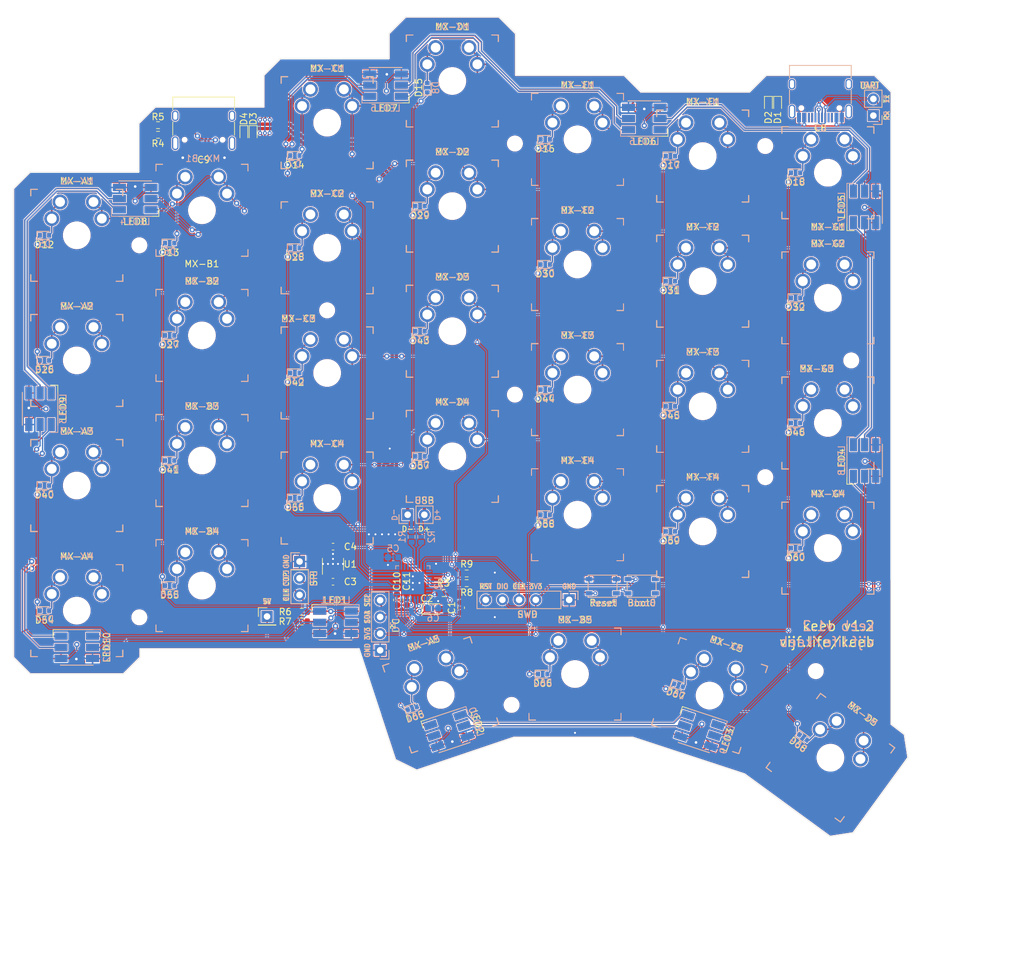
<source format=kicad_pcb>
(kicad_pcb (version 20171130) (host pcbnew 5.1.9)

  (general
    (thickness 1.6)
    (drawings 117)
    (tracks 1574)
    (zones 0)
    (modules 162)
    (nets 102)
  )

  (page A4)
  (layers
    (0 F.Cu signal)
    (31 B.Cu signal)
    (32 B.Adhes user)
    (33 F.Adhes user)
    (34 B.Paste user)
    (35 F.Paste user)
    (36 B.SilkS user)
    (37 F.SilkS user)
    (38 B.Mask user)
    (39 F.Mask user)
    (40 Dwgs.User user)
    (41 Cmts.User user)
    (42 Eco1.User user)
    (43 Eco2.User user)
    (44 Edge.Cuts user)
    (45 Margin user)
    (46 B.CrtYd user)
    (47 F.CrtYd user)
    (48 B.Fab user)
    (49 F.Fab user)
  )

  (setup
    (last_trace_width 0.2)
    (user_trace_width 0.128)
    (user_trace_width 0.2)
    (user_trace_width 0.3)
    (user_trace_width 0.4)
    (user_trace_width 0.5)
    (trace_clearance 0.128)
    (zone_clearance 0.127)
    (zone_45_only no)
    (trace_min 0.128)
    (via_size 0.6)
    (via_drill 0.3)
    (via_min_size 0.4)
    (via_min_drill 0.3)
    (uvia_size 0.3)
    (uvia_drill 0.1)
    (uvias_allowed no)
    (uvia_min_size 0.2)
    (uvia_min_drill 0.1)
    (edge_width 0.05)
    (segment_width 0.2)
    (pcb_text_width 0.3)
    (pcb_text_size 1.5 1.5)
    (mod_edge_width 0.12)
    (mod_text_size 1 1)
    (mod_text_width 0.15)
    (pad_size 1 2.1)
    (pad_drill 0.6)
    (pad_to_mask_clearance 0)
    (aux_axis_origin 31.75 17.145)
    (visible_elements FFFFFF7F)
    (pcbplotparams
      (layerselection 0x010fc_ffffffff)
      (usegerberextensions false)
      (usegerberattributes false)
      (usegerberadvancedattributes false)
      (creategerberjobfile false)
      (excludeedgelayer false)
      (linewidth 0.100000)
      (plotframeref false)
      (viasonmask false)
      (mode 1)
      (useauxorigin true)
      (hpglpennumber 1)
      (hpglpenspeed 20)
      (hpglpendiameter 15.000000)
      (psnegative false)
      (psa4output false)
      (plotreference true)
      (plotvalue true)
      (plotinvisibletext false)
      (padsonsilk false)
      (subtractmaskfromsilk false)
      (outputformat 1)
      (mirror false)
      (drillshape 0)
      (scaleselection 1)
      (outputdirectory "gerber/"))
  )

  (net 0 "")
  (net 1 "Net-(D11-Pad2)")
  (net 2 GND)
  (net 3 VCC)
  (net 4 "Net-(D14-Pad2)")
  (net 5 "Net-(D15-Pad2)")
  (net 6 "Net-(D16-Pad2)")
  (net 7 "Net-(D23-Pad2)")
  (net 8 "Net-(D24-Pad2)")
  (net 9 "Net-(D25-Pad2)")
  (net 10 "Net-(D33-Pad2)")
  (net 11 "Net-(D34-Pad2)")
  (net 12 "Net-(D35-Pad2)")
  (net 13 "Net-(D36-Pad2)")
  (net 14 +3V3)
  (net 15 UsbD+)
  (net 16 UsbD-)
  (net 17 UsartTx)
  (net 18 UsartRx)
  (net 19 Row1)
  (net 20 Row2)
  (net 21 Row3)
  (net 22 Row4)
  (net 23 Row5)
  (net 24 ColA)
  (net 25 ColC)
  (net 26 ColB)
  (net 27 ColD)
  (net 28 ColE)
  (net 29 ColF)
  (net 30 ColG)
  (net 31 Reset)
  (net 32 SwDio)
  (net 33 SwClk)
  (net 34 "Net-(D22-Pad2)")
  (net 35 "Net-(D13-Pad2)")
  (net 36 "Net-(D37-Pad2)")
  (net 37 "Net-(D38-Pad2)")
  (net 38 "Net-(D39-Pad2)")
  (net 39 "Net-(D47-Pad2)")
  (net 40 "Net-(D48-Pad2)")
  (net 41 "Net-(D49-Pad2)")
  (net 42 "Net-(D50-Pad2)")
  (net 43 /Boot0)
  (net 44 LedClk)
  (net 45 LedMosi)
  (net 46 I²cScl)
  (net 47 I²cSda)
  (net 48 /UsbRD-)
  (net 49 /UsbRD+)
  (net 50 "Net-(D12-Pad2)")
  (net 51 "Net-(D10-Pad2)")
  (net 52 "Net-(D61-Pad2)")
  (net 53 "Net-(D62-Pad2)")
  (net 54 "Net-(D63-Pad2)")
  (net 55 "Net-(LED1-Pad6)")
  (net 56 "Net-(LED1-Pad5)")
  (net 57 "Net-(LED2-Pad6)")
  (net 58 "Net-(LED2-Pad5)")
  (net 59 "Net-(LED3-Pad6)")
  (net 60 "Net-(LED3-Pad5)")
  (net 61 "Net-(LED4-Pad6)")
  (net 62 "Net-(LED4-Pad5)")
  (net 63 "Net-(LED10-Pad1)")
  (net 64 "Net-(LED10-Pad2)")
  (net 65 "Net-(LED6-Pad6)")
  (net 66 "Net-(LED6-Pad5)")
  (net 67 "Net-(LED11-Pad6)")
  (net 68 "Net-(LED11-Pad5)")
  (net 69 "Net-(LED12-Pad6)")
  (net 70 "Net-(LED12-Pad5)")
  (net 71 "Net-(LED13-Pad6)")
  (net 72 "Net-(LED13-Pad5)")
  (net 73 "Net-(LED14-Pad6)")
  (net 74 "Net-(LED14-Pad5)")
  (net 75 "Net-(LED15-Pad6)")
  (net 76 "Net-(LED15-Pad5)")
  (net 77 "Net-(LED16-Pad6)")
  (net 78 "Net-(LED16-Pad5)")
  (net 79 "Net-(D19-Pad2)")
  (net 80 "Net-(D20-Pad2)")
  (net 81 "Net-(D21-Pad2)")
  (net 82 "Net-(D51-Pad2)")
  (net 83 "Net-(D52-Pad2)")
  (net 84 "Net-(D53-Pad2)")
  (net 85 "Net-(D64-Pad2)")
  (net 86 "Net-(LED5-Pad6)")
  (net 87 "Net-(LED5-Pad5)")
  (net 88 "Net-(LED7-Pad6)")
  (net 89 "Net-(LED7-Pad5)")
  (net 90 "Net-(LED8-Pad6)")
  (net 91 "Net-(LED8-Pad5)")
  (net 92 "Net-(LED17-Pad6)")
  (net 93 "Net-(LED17-Pad5)")
  (net 94 "Net-(LED18-Pad6)")
  (net 95 "Net-(LED18-Pad5)")
  (net 96 "Net-(LED19-Pad6)")
  (net 97 "Net-(LED19-Pad5)")
  (net 98 /CC1)
  (net 99 /CC2)
  (net 100 "Net-(R8-Pad2)")
  (net 101 "Net-(R9-Pad2)")

  (net_class Default "This is the default net class."
    (clearance 0.128)
    (trace_width 0.2)
    (via_dia 0.6)
    (via_drill 0.3)
    (uvia_dia 0.3)
    (uvia_drill 0.1)
    (add_net +3V3)
    (add_net /Boot0)
    (add_net /CC1)
    (add_net /CC2)
    (add_net /UsbRD+)
    (add_net /UsbRD-)
    (add_net ColA)
    (add_net ColB)
    (add_net ColC)
    (add_net ColD)
    (add_net ColE)
    (add_net ColF)
    (add_net ColG)
    (add_net GND)
    (add_net I²cScl)
    (add_net I²cSda)
    (add_net LedClk)
    (add_net LedMosi)
    (add_net "Net-(D10-Pad2)")
    (add_net "Net-(D11-Pad2)")
    (add_net "Net-(D12-Pad2)")
    (add_net "Net-(D13-Pad2)")
    (add_net "Net-(D14-Pad2)")
    (add_net "Net-(D15-Pad2)")
    (add_net "Net-(D16-Pad2)")
    (add_net "Net-(D19-Pad2)")
    (add_net "Net-(D20-Pad2)")
    (add_net "Net-(D21-Pad2)")
    (add_net "Net-(D22-Pad2)")
    (add_net "Net-(D23-Pad2)")
    (add_net "Net-(D24-Pad2)")
    (add_net "Net-(D25-Pad2)")
    (add_net "Net-(D33-Pad2)")
    (add_net "Net-(D34-Pad2)")
    (add_net "Net-(D35-Pad2)")
    (add_net "Net-(D36-Pad2)")
    (add_net "Net-(D37-Pad2)")
    (add_net "Net-(D38-Pad2)")
    (add_net "Net-(D39-Pad2)")
    (add_net "Net-(D47-Pad2)")
    (add_net "Net-(D48-Pad2)")
    (add_net "Net-(D49-Pad2)")
    (add_net "Net-(D50-Pad2)")
    (add_net "Net-(D51-Pad2)")
    (add_net "Net-(D52-Pad2)")
    (add_net "Net-(D53-Pad2)")
    (add_net "Net-(D61-Pad2)")
    (add_net "Net-(D62-Pad2)")
    (add_net "Net-(D63-Pad2)")
    (add_net "Net-(D64-Pad2)")
    (add_net "Net-(LED1-Pad5)")
    (add_net "Net-(LED1-Pad6)")
    (add_net "Net-(LED10-Pad1)")
    (add_net "Net-(LED10-Pad2)")
    (add_net "Net-(LED11-Pad5)")
    (add_net "Net-(LED11-Pad6)")
    (add_net "Net-(LED12-Pad5)")
    (add_net "Net-(LED12-Pad6)")
    (add_net "Net-(LED13-Pad5)")
    (add_net "Net-(LED13-Pad6)")
    (add_net "Net-(LED14-Pad5)")
    (add_net "Net-(LED14-Pad6)")
    (add_net "Net-(LED15-Pad5)")
    (add_net "Net-(LED15-Pad6)")
    (add_net "Net-(LED16-Pad5)")
    (add_net "Net-(LED16-Pad6)")
    (add_net "Net-(LED17-Pad5)")
    (add_net "Net-(LED17-Pad6)")
    (add_net "Net-(LED18-Pad5)")
    (add_net "Net-(LED18-Pad6)")
    (add_net "Net-(LED19-Pad5)")
    (add_net "Net-(LED19-Pad6)")
    (add_net "Net-(LED2-Pad5)")
    (add_net "Net-(LED2-Pad6)")
    (add_net "Net-(LED3-Pad5)")
    (add_net "Net-(LED3-Pad6)")
    (add_net "Net-(LED4-Pad5)")
    (add_net "Net-(LED4-Pad6)")
    (add_net "Net-(LED5-Pad5)")
    (add_net "Net-(LED5-Pad6)")
    (add_net "Net-(LED6-Pad5)")
    (add_net "Net-(LED6-Pad6)")
    (add_net "Net-(LED7-Pad5)")
    (add_net "Net-(LED7-Pad6)")
    (add_net "Net-(LED8-Pad5)")
    (add_net "Net-(LED8-Pad6)")
    (add_net "Net-(R8-Pad2)")
    (add_net "Net-(R9-Pad2)")
    (add_net Reset)
    (add_net Row1)
    (add_net Row2)
    (add_net Row3)
    (add_net Row4)
    (add_net Row5)
    (add_net SwClk)
    (add_net SwDio)
    (add_net UsartRx)
    (add_net UsartTx)
    (add_net VCC)
  )

  (net_class "USB Data" ""
    (clearance 0.13)
    (trace_width 0.5)
    (via_dia 0.8)
    (via_drill 0.4)
    (uvia_dia 0.3)
    (uvia_drill 0.1)
    (add_net UsbD+)
    (add_net UsbD-)
  )

  (module Resistor_SMD:R_0603_1608Metric (layer F.Cu) (tedit 5F68FEEE) (tstamp 6059E1EF)
    (at 143.7894 100.5078 180)
    (descr "Resistor SMD 0603 (1608 Metric), square (rectangular) end terminal, IPC_7351 nominal, (Body size source: IPC-SM-782 page 72, https://www.pcb-3d.com/wordpress/wp-content/uploads/ipc-sm-782a_amendment_1_and_2.pdf), generated with kicad-footprint-generator")
    (tags resistor)
    (path /605EEFCC)
    (attr smd)
    (fp_text reference R9 (at 0 1.4224) (layer F.SilkS)
      (effects (font (size 1 1) (thickness 0.15)))
    )
    (fp_text value 0R (at 0 1.43) (layer F.Fab)
      (effects (font (size 1 1) (thickness 0.15)))
    )
    (fp_text user %R (at 0 0) (layer F.Fab)
      (effects (font (size 0.4 0.4) (thickness 0.06)))
    )
    (fp_line (start -0.8 0.4125) (end -0.8 -0.4125) (layer F.Fab) (width 0.1))
    (fp_line (start -0.8 -0.4125) (end 0.8 -0.4125) (layer F.Fab) (width 0.1))
    (fp_line (start 0.8 -0.4125) (end 0.8 0.4125) (layer F.Fab) (width 0.1))
    (fp_line (start 0.8 0.4125) (end -0.8 0.4125) (layer F.Fab) (width 0.1))
    (fp_line (start -0.237258 -0.5225) (end 0.237258 -0.5225) (layer F.SilkS) (width 0.12))
    (fp_line (start -0.237258 0.5225) (end 0.237258 0.5225) (layer F.SilkS) (width 0.12))
    (fp_line (start -1.48 0.73) (end -1.48 -0.73) (layer F.CrtYd) (width 0.05))
    (fp_line (start -1.48 -0.73) (end 1.48 -0.73) (layer F.CrtYd) (width 0.05))
    (fp_line (start 1.48 -0.73) (end 1.48 0.73) (layer F.CrtYd) (width 0.05))
    (fp_line (start 1.48 0.73) (end -1.48 0.73) (layer F.CrtYd) (width 0.05))
    (pad 2 smd roundrect (at 0.825 0 180) (size 0.8 0.95) (layers F.Cu F.Paste F.Mask) (roundrect_rratio 0.25)
      (net 101 "Net-(R9-Pad2)"))
    (pad 1 smd roundrect (at -0.825 0 180) (size 0.8 0.95) (layers F.Cu F.Paste F.Mask) (roundrect_rratio 0.25)
      (net 18 UsartRx))
    (model ${KISYS3DMOD}/Resistor_SMD.3dshapes/R_0603_1608Metric.wrl
      (at (xyz 0 0 0))
      (scale (xyz 1 1 1))
      (rotate (xyz 0 0 0))
    )
  )

  (module Resistor_SMD:R_0603_1608Metric (layer F.Cu) (tedit 5F68FEEE) (tstamp 6059E1DE)
    (at 143.7894 101.981 180)
    (descr "Resistor SMD 0603 (1608 Metric), square (rectangular) end terminal, IPC_7351 nominal, (Body size source: IPC-SM-782 page 72, https://www.pcb-3d.com/wordpress/wp-content/uploads/ipc-sm-782a_amendment_1_and_2.pdf), generated with kicad-footprint-generator")
    (tags resistor)
    (path /605EEB47)
    (attr smd)
    (fp_text reference R8 (at 0 -1.43) (layer F.SilkS)
      (effects (font (size 1 1) (thickness 0.15)))
    )
    (fp_text value 0R (at 0 1.43) (layer F.Fab)
      (effects (font (size 1 1) (thickness 0.15)))
    )
    (fp_text user %R (at 0 0) (layer F.Fab)
      (effects (font (size 0.4 0.4) (thickness 0.06)))
    )
    (fp_line (start -0.8 0.4125) (end -0.8 -0.4125) (layer F.Fab) (width 0.1))
    (fp_line (start -0.8 -0.4125) (end 0.8 -0.4125) (layer F.Fab) (width 0.1))
    (fp_line (start 0.8 -0.4125) (end 0.8 0.4125) (layer F.Fab) (width 0.1))
    (fp_line (start 0.8 0.4125) (end -0.8 0.4125) (layer F.Fab) (width 0.1))
    (fp_line (start -0.237258 -0.5225) (end 0.237258 -0.5225) (layer F.SilkS) (width 0.12))
    (fp_line (start -0.237258 0.5225) (end 0.237258 0.5225) (layer F.SilkS) (width 0.12))
    (fp_line (start -1.48 0.73) (end -1.48 -0.73) (layer F.CrtYd) (width 0.05))
    (fp_line (start -1.48 -0.73) (end 1.48 -0.73) (layer F.CrtYd) (width 0.05))
    (fp_line (start 1.48 -0.73) (end 1.48 0.73) (layer F.CrtYd) (width 0.05))
    (fp_line (start 1.48 0.73) (end -1.48 0.73) (layer F.CrtYd) (width 0.05))
    (pad 2 smd roundrect (at 0.825 0 180) (size 0.8 0.95) (layers F.Cu F.Paste F.Mask) (roundrect_rratio 0.25)
      (net 100 "Net-(R8-Pad2)"))
    (pad 1 smd roundrect (at -0.825 0 180) (size 0.8 0.95) (layers F.Cu F.Paste F.Mask) (roundrect_rratio 0.25)
      (net 17 UsartTx))
    (model ${KISYS3DMOD}/Resistor_SMD.3dshapes/R_0603_1608Metric.wrl
      (at (xyz 0 0 0))
      (scale (xyz 1 1 1))
      (rotate (xyz 0 0 0))
    )
  )

  (module Button_Switch_SMD:SW_SPST_PTS810 (layer F.Cu) (tedit 6058B95C) (tstamp 605995FF)
    (at 170.4213 102.4509)
    (descr "C&K Components, PTS 810 Series, Microminiature SMT Top Actuated, http://www.ckswitches.com/media/1476/pts810.pdf")
    (tags "SPST Button Switch")
    (path /605FEF50)
    (attr smd)
    (fp_text reference SW4 (at 0 -2.6) (layer F.SilkS) hide
      (effects (font (size 1 1) (thickness 0.15)))
    )
    (fp_text value SW_Push (at 0 2.6) (layer F.Fab) hide
      (effects (font (size 1 1) (thickness 0.15)))
    )
    (fp_line (start 2.1 1.6) (end 2.1 -1.6) (layer F.Fab) (width 0.1))
    (fp_line (start 2.1 -1.6) (end -2.1 -1.6) (layer F.Fab) (width 0.1))
    (fp_line (start -2.1 -1.6) (end -2.1 1.6) (layer F.Fab) (width 0.1))
    (fp_line (start -2.1 1.6) (end 2.1 1.6) (layer F.Fab) (width 0.1))
    (fp_line (start -0.4 -1.1) (end 0.4 -1.1) (layer F.Fab) (width 0.1))
    (fp_line (start 0.4 1.1) (end -0.4 1.1) (layer F.Fab) (width 0.1))
    (fp_line (start 2.2 -1.7) (end -2.2 -1.7) (layer F.SilkS) (width 0.12))
    (fp_line (start -2.2 -1.7) (end -2.2 -1.58) (layer F.SilkS) (width 0.12))
    (fp_line (start -2.2 -0.57) (end -2.2 0.57) (layer F.SilkS) (width 0.12))
    (fp_line (start -2.2 1.58) (end -2.2 1.7) (layer F.SilkS) (width 0.12))
    (fp_line (start -2.2 1.7) (end 2.2 1.7) (layer F.SilkS) (width 0.12))
    (fp_line (start 2.2 1.7) (end 2.2 1.58) (layer F.SilkS) (width 0.12))
    (fp_line (start 2.2 0.57) (end 2.2 -0.57) (layer F.SilkS) (width 0.12))
    (fp_line (start 2.2 -1.58) (end 2.2 -1.7) (layer F.SilkS) (width 0.12))
    (fp_line (start 2.85 -1.85) (end 2.85 1.85) (layer F.CrtYd) (width 0.05))
    (fp_line (start 2.85 1.85) (end -2.85 1.85) (layer F.CrtYd) (width 0.05))
    (fp_line (start -2.85 1.85) (end -2.85 -1.85) (layer F.CrtYd) (width 0.05))
    (fp_line (start -2.85 -1.85) (end 2.85 -1.85) (layer F.CrtYd) (width 0.05))
    (fp_arc (start 0.4 0) (end 0.4 -1.1) (angle 180) (layer F.Fab) (width 0.1))
    (fp_arc (start -0.4 0) (end -0.4 1.1) (angle 180) (layer F.Fab) (width 0.1))
    (fp_text user %R (at 0 0) (layer F.Fab)
      (effects (font (size 0.6 0.6) (thickness 0.09)))
    )
    (pad "" smd rect (at 2.075 1.075) (size 1.05 0.65) (layers F.Cu F.Paste F.Mask))
    (pad 2 smd rect (at -2.075 1.075) (size 1.05 0.65) (layers F.Cu F.Paste F.Mask)
      (net 43 /Boot0))
    (pad "" smd rect (at 2.075 -1.075) (size 1.05 0.65) (layers F.Cu F.Paste F.Mask))
    (pad 1 smd rect (at -2.075 -1.075) (size 1.05 0.65) (layers F.Cu F.Paste F.Mask)
      (net 14 +3V3))
    (model ${KIPRJMOD}/models/PTS810SJK250SMTRLFS.stp
      (offset (xyz 0 0 1.5))
      (scale (xyz 1 1 1))
      (rotate (xyz -90 0 0))
    )
  )

  (module Button_Switch_SMD:SW_SPST_PTS810 (layer B.Cu) (tedit 6058B967) (tstamp 605995E2)
    (at 170.4213 102.4509 180)
    (descr "C&K Components, PTS 810 Series, Microminiature SMT Top Actuated, http://www.ckswitches.com/media/1476/pts810.pdf")
    (tags "SPST Button Switch")
    (path /6060D3F5)
    (attr smd)
    (fp_text reference SW3 (at 0 2.6) (layer B.SilkS) hide
      (effects (font (size 1 1) (thickness 0.15)) (justify mirror))
    )
    (fp_text value SW_Push (at 0 -2.6) (layer B.Fab) hide
      (effects (font (size 1 1) (thickness 0.15)) (justify mirror))
    )
    (fp_line (start 2.1 -1.6) (end 2.1 1.6) (layer B.Fab) (width 0.1))
    (fp_line (start 2.1 1.6) (end -2.1 1.6) (layer B.Fab) (width 0.1))
    (fp_line (start -2.1 1.6) (end -2.1 -1.6) (layer B.Fab) (width 0.1))
    (fp_line (start -2.1 -1.6) (end 2.1 -1.6) (layer B.Fab) (width 0.1))
    (fp_line (start -0.4 1.1) (end 0.4 1.1) (layer B.Fab) (width 0.1))
    (fp_line (start 0.4 -1.1) (end -0.4 -1.1) (layer B.Fab) (width 0.1))
    (fp_line (start 2.2 1.7) (end -2.2 1.7) (layer B.SilkS) (width 0.12))
    (fp_line (start -2.2 1.7) (end -2.2 1.58) (layer B.SilkS) (width 0.12))
    (fp_line (start -2.2 0.57) (end -2.2 -0.57) (layer B.SilkS) (width 0.12))
    (fp_line (start -2.2 -1.58) (end -2.2 -1.7) (layer B.SilkS) (width 0.12))
    (fp_line (start -2.2 -1.7) (end 2.2 -1.7) (layer B.SilkS) (width 0.12))
    (fp_line (start 2.2 -1.7) (end 2.2 -1.58) (layer B.SilkS) (width 0.12))
    (fp_line (start 2.2 -0.57) (end 2.2 0.57) (layer B.SilkS) (width 0.12))
    (fp_line (start 2.2 1.58) (end 2.2 1.7) (layer B.SilkS) (width 0.12))
    (fp_line (start 2.85 1.85) (end 2.85 -1.85) (layer B.CrtYd) (width 0.05))
    (fp_line (start 2.85 -1.85) (end -2.85 -1.85) (layer B.CrtYd) (width 0.05))
    (fp_line (start -2.85 -1.85) (end -2.85 1.85) (layer B.CrtYd) (width 0.05))
    (fp_line (start -2.85 1.85) (end 2.85 1.85) (layer B.CrtYd) (width 0.05))
    (fp_arc (start 0.4 0) (end 0.4 1.1) (angle -180) (layer B.Fab) (width 0.1))
    (fp_arc (start -0.4 0) (end -0.4 -1.1) (angle -180) (layer B.Fab) (width 0.1))
    (fp_text user %R (at 0 0) (layer B.Fab)
      (effects (font (size 0.6 0.6) (thickness 0.09)) (justify mirror))
    )
    (pad 2 smd rect (at 2.075 -1.075 180) (size 1.05 0.65) (layers B.Cu B.Paste B.Mask)
      (net 43 /Boot0))
    (pad "" smd rect (at -2.075 -1.075 180) (size 1.05 0.65) (layers B.Cu B.Paste B.Mask))
    (pad 1 smd rect (at 2.075 1.075 180) (size 1.05 0.65) (layers B.Cu B.Paste B.Mask)
      (net 14 +3V3))
    (pad "" smd rect (at -2.075 1.075 180) (size 1.05 0.65) (layers B.Cu B.Paste B.Mask))
    (model ${KIPRJMOD}/models/PTS810SJK250SMTRLFS.stp
      (offset (xyz 0 0 1.5))
      (scale (xyz 1 1 1))
      (rotate (xyz -90 0 0))
    )
  )

  (module Capacitor_SMD:C_0603_1608Metric (layer F.Cu) (tedit 5F68FEEE) (tstamp 6058F531)
    (at 134.6454 104.5464 270)
    (descr "Capacitor SMD 0603 (1608 Metric), square (rectangular) end terminal, IPC_7351 nominal, (Body size source: IPC-SM-782 page 76, https://www.pcb-3d.com/wordpress/wp-content/uploads/ipc-sm-782a_amendment_1_and_2.pdf), generated with kicad-footprint-generator")
    (tags capacitor)
    (path /605BE918)
    (attr smd)
    (fp_text reference C11 (at -2.8575 0 90) (layer F.SilkS)
      (effects (font (size 1 1) (thickness 0.15)))
    )
    (fp_text value 10nF (at 0 1.43 90) (layer F.Fab)
      (effects (font (size 1 1) (thickness 0.15)))
    )
    (fp_line (start 1.48 0.73) (end -1.48 0.73) (layer F.CrtYd) (width 0.05))
    (fp_line (start 1.48 -0.73) (end 1.48 0.73) (layer F.CrtYd) (width 0.05))
    (fp_line (start -1.48 -0.73) (end 1.48 -0.73) (layer F.CrtYd) (width 0.05))
    (fp_line (start -1.48 0.73) (end -1.48 -0.73) (layer F.CrtYd) (width 0.05))
    (fp_line (start -0.14058 0.51) (end 0.14058 0.51) (layer F.SilkS) (width 0.12))
    (fp_line (start -0.14058 -0.51) (end 0.14058 -0.51) (layer F.SilkS) (width 0.12))
    (fp_line (start 0.8 0.4) (end -0.8 0.4) (layer F.Fab) (width 0.1))
    (fp_line (start 0.8 -0.4) (end 0.8 0.4) (layer F.Fab) (width 0.1))
    (fp_line (start -0.8 -0.4) (end 0.8 -0.4) (layer F.Fab) (width 0.1))
    (fp_line (start -0.8 0.4) (end -0.8 -0.4) (layer F.Fab) (width 0.1))
    (fp_text user %R (at 0 0 90) (layer F.Fab)
      (effects (font (size 0.4 0.4) (thickness 0.06)))
    )
    (pad 2 smd roundrect (at 0.775 0 270) (size 0.9 0.95) (layers F.Cu F.Paste F.Mask) (roundrect_rratio 0.25)
      (net 14 +3V3))
    (pad 1 smd roundrect (at -0.775 0 270) (size 0.9 0.95) (layers F.Cu F.Paste F.Mask) (roundrect_rratio 0.25)
      (net 2 GND))
    (model ${KISYS3DMOD}/Capacitor_SMD.3dshapes/C_0603_1608Metric.wrl
      (at (xyz 0 0 0))
      (scale (xyz 1 1 1))
      (rotate (xyz 0 0 0))
    )
  )

  (module Capacitor_SMD:C_0603_1608Metric (layer F.Cu) (tedit 5F68FEEE) (tstamp 6058D582)
    (at 133.1722 104.5461 270)
    (descr "Capacitor SMD 0603 (1608 Metric), square (rectangular) end terminal, IPC_7351 nominal, (Body size source: IPC-SM-782 page 76, https://www.pcb-3d.com/wordpress/wp-content/uploads/ipc-sm-782a_amendment_1_and_2.pdf), generated with kicad-footprint-generator")
    (tags capacitor)
    (path /605BF024)
    (attr smd)
    (fp_text reference C10 (at -2.8572 0 90) (layer F.SilkS)
      (effects (font (size 1 1) (thickness 0.15)))
    )
    (fp_text value 1µF (at 0 1.43 90) (layer F.Fab)
      (effects (font (size 1 1) (thickness 0.15)))
    )
    (fp_line (start 1.48 0.73) (end -1.48 0.73) (layer F.CrtYd) (width 0.05))
    (fp_line (start 1.48 -0.73) (end 1.48 0.73) (layer F.CrtYd) (width 0.05))
    (fp_line (start -1.48 -0.73) (end 1.48 -0.73) (layer F.CrtYd) (width 0.05))
    (fp_line (start -1.48 0.73) (end -1.48 -0.73) (layer F.CrtYd) (width 0.05))
    (fp_line (start -0.14058 0.51) (end 0.14058 0.51) (layer F.SilkS) (width 0.12))
    (fp_line (start -0.14058 -0.51) (end 0.14058 -0.51) (layer F.SilkS) (width 0.12))
    (fp_line (start 0.8 0.4) (end -0.8 0.4) (layer F.Fab) (width 0.1))
    (fp_line (start 0.8 -0.4) (end 0.8 0.4) (layer F.Fab) (width 0.1))
    (fp_line (start -0.8 -0.4) (end 0.8 -0.4) (layer F.Fab) (width 0.1))
    (fp_line (start -0.8 0.4) (end -0.8 -0.4) (layer F.Fab) (width 0.1))
    (fp_text user %R (at 0 0 90) (layer F.Fab)
      (effects (font (size 0.4 0.4) (thickness 0.06)))
    )
    (pad 2 smd roundrect (at 0.775 0 270) (size 0.9 0.95) (layers F.Cu F.Paste F.Mask) (roundrect_rratio 0.25)
      (net 14 +3V3))
    (pad 1 smd roundrect (at -0.775 0 270) (size 0.9 0.95) (layers F.Cu F.Paste F.Mask) (roundrect_rratio 0.25)
      (net 2 GND))
    (model ${KISYS3DMOD}/Capacitor_SMD.3dshapes/C_0603_1608Metric.wrl
      (at (xyz 0 0 0))
      (scale (xyz 1 1 1))
      (rotate (xyz 0 0 0))
    )
  )

  (module Connector_USB:USB_C_Receptacle_HRO_TYPE-C-31-M-12 (layer B.Cu) (tedit 6058B9A0) (tstamp 604BEBE2)
    (at 197.612 27.051)
    (descr "USB Type-C receptacle for USB 2.0 and PD, http://www.krhro.com/uploads/soft/180320/1-1P320120243.pdf")
    (tags "usb usb-c 2.0 pd")
    (path /60416777)
    (attr smd)
    (fp_text reference C7 (at 0 5.645) (layer B.SilkS)
      (effects (font (size 1 1) (thickness 0.15)) (justify mirror))
    )
    (fp_text value SplitConnectorL (at 0 -5.1) (layer B.Fab)
      (effects (font (size 1 1) (thickness 0.15)) (justify mirror))
    )
    (fp_line (start -4.7 -3.9) (end 4.7 -3.9) (layer B.SilkS) (width 0.12))
    (fp_line (start -4.47 3.65) (end 4.47 3.65) (layer B.Fab) (width 0.1))
    (fp_line (start -4.47 3.65) (end -4.47 -3.65) (layer B.Fab) (width 0.1))
    (fp_line (start -4.47 -3.65) (end 4.47 -3.65) (layer B.Fab) (width 0.1))
    (fp_line (start 4.47 3.65) (end 4.47 -3.65) (layer B.Fab) (width 0.1))
    (fp_line (start -5.32 5.27) (end 5.32 5.27) (layer B.CrtYd) (width 0.05))
    (fp_line (start -5.32 -4.15) (end 5.32 -4.15) (layer B.CrtYd) (width 0.05))
    (fp_line (start -5.32 5.27) (end -5.32 -4.15) (layer B.CrtYd) (width 0.05))
    (fp_line (start 5.32 5.27) (end 5.32 -4.15) (layer B.CrtYd) (width 0.05))
    (fp_line (start 4.7 1.9) (end 4.7 -0.1) (layer B.SilkS) (width 0.12))
    (fp_line (start 4.7 -2) (end 4.7 -3.9) (layer B.SilkS) (width 0.12))
    (fp_line (start -4.7 1.9) (end -4.7 -0.1) (layer B.SilkS) (width 0.12))
    (fp_line (start -4.7 -2) (end -4.7 -3.9) (layer B.SilkS) (width 0.12))
    (fp_text user %R (at 0 0) (layer B.Fab)
      (effects (font (size 1 1) (thickness 0.15)) (justify mirror))
    )
    (pad B1 smd rect (at 3.25 4.045) (size 0.6 1.45) (layers B.Cu B.Paste B.Mask)
      (net 2 GND))
    (pad A9 smd rect (at 2.45 4.045) (size 0.6 1.45) (layers B.Cu B.Paste B.Mask)
      (net 3 VCC))
    (pad B9 smd rect (at -2.45 4.045) (size 0.6 1.45) (layers B.Cu B.Paste B.Mask)
      (net 3 VCC))
    (pad B12 smd rect (at -3.25 4.045) (size 0.6 1.45) (layers B.Cu B.Paste B.Mask)
      (net 2 GND))
    (pad A1 smd rect (at -3.25 4.045) (size 0.6 1.45) (layers B.Cu B.Paste B.Mask)
      (net 2 GND))
    (pad A4 smd rect (at -2.45 4.045) (size 0.6 1.45) (layers B.Cu B.Paste B.Mask)
      (net 3 VCC))
    (pad B4 smd rect (at 2.45 4.045) (size 0.6 1.45) (layers B.Cu B.Paste B.Mask)
      (net 3 VCC))
    (pad A12 smd rect (at 3.25 4.045) (size 0.6 1.45) (layers B.Cu B.Paste B.Mask)
      (net 2 GND))
    (pad B8 smd rect (at -1.75 4.045) (size 0.3 1.45) (layers B.Cu B.Paste B.Mask))
    (pad A5 smd rect (at -1.25 4.045) (size 0.3 1.45) (layers B.Cu B.Paste B.Mask))
    (pad B7 smd rect (at -0.75 4.045) (size 0.3 1.45) (layers B.Cu B.Paste B.Mask)
      (net 17 UsartTx))
    (pad A7 smd rect (at 0.25 4.045) (size 0.3 1.45) (layers B.Cu B.Paste B.Mask)
      (net 17 UsartTx))
    (pad B6 smd rect (at 0.75 4.045) (size 0.3 1.45) (layers B.Cu B.Paste B.Mask)
      (net 18 UsartRx))
    (pad A8 smd rect (at 1.25 4.045) (size 0.3 1.45) (layers B.Cu B.Paste B.Mask))
    (pad B5 smd rect (at 1.75 4.045) (size 0.3 1.45) (layers B.Cu B.Paste B.Mask))
    (pad A6 smd rect (at -0.25 4.045) (size 0.3 1.45) (layers B.Cu B.Paste B.Mask)
      (net 18 UsartRx))
    (pad "" thru_hole oval (at 4.32 3.13) (size 1 2.1) (drill oval 0.6 1.7) (layers *.Cu *.Mask))
    (pad S1 thru_hole oval (at -4.32 3.13) (size 1 2.1) (drill oval 0.6 1.7) (layers *.Cu *.Mask))
    (pad "" np_thru_hole circle (at -2.89 2.6) (size 0.65 0.65) (drill 0.65) (layers *.Cu *.Mask))
    (pad "" thru_hole oval (at -4.32 -1.05) (size 1 1.6) (drill oval 0.6 1.2) (layers *.Cu *.Mask))
    (pad "" np_thru_hole circle (at 2.89 2.6) (size 0.65 0.65) (drill 0.65) (layers *.Cu *.Mask))
    (pad "" thru_hole oval (at 4.32 -1.05) (size 1 1.6) (drill oval 0.6 1.2) (layers *.Cu *.Mask))
    (model ${KISYS3DMOD}/Connector_USB.3dshapes/USB_C_Receptacle_HRO_TYPE-C-31-M-12.wrl
      (at (xyz 0 0 0))
      (scale (xyz 1 1 1))
      (rotate (xyz 0 0 0))
    )
  )

  (module Connector_USB:USB_C_Receptacle_HRO_TYPE-C-31-M-12 (layer F.Cu) (tedit 60499412) (tstamp 604BEC32)
    (at 103.759 31.877 180)
    (descr "USB Type-C receptacle for USB 2.0 and PD, http://www.krhro.com/uploads/soft/180320/1-1P320120243.pdf")
    (tags "usb usb-c 2.0 pd")
    (path /6054A257)
    (attr smd)
    (fp_text reference C9 (at 0 -5.645) (layer F.SilkS)
      (effects (font (size 1 1) (thickness 0.15)))
    )
    (fp_text value USB (at 0 5.1) (layer F.Fab)
      (effects (font (size 1 1) (thickness 0.15)))
    )
    (fp_line (start -4.7 3.9) (end 4.7 3.9) (layer F.SilkS) (width 0.12))
    (fp_line (start -4.47 -3.65) (end 4.47 -3.65) (layer F.Fab) (width 0.1))
    (fp_line (start -4.47 -3.65) (end -4.47 3.65) (layer F.Fab) (width 0.1))
    (fp_line (start -4.47 3.65) (end 4.47 3.65) (layer F.Fab) (width 0.1))
    (fp_line (start 4.47 -3.65) (end 4.47 3.65) (layer F.Fab) (width 0.1))
    (fp_line (start -5.32 -5.27) (end 5.32 -5.27) (layer F.CrtYd) (width 0.05))
    (fp_line (start -5.32 4.15) (end 5.32 4.15) (layer F.CrtYd) (width 0.05))
    (fp_line (start -5.32 -5.27) (end -5.32 4.15) (layer F.CrtYd) (width 0.05))
    (fp_line (start 5.32 -5.27) (end 5.32 4.15) (layer F.CrtYd) (width 0.05))
    (fp_line (start 4.7 -1.9) (end 4.7 0.1) (layer F.SilkS) (width 0.12))
    (fp_line (start 4.7 2) (end 4.7 3.9) (layer F.SilkS) (width 0.12))
    (fp_line (start -4.7 -1.9) (end -4.7 0.1) (layer F.SilkS) (width 0.12))
    (fp_line (start -4.7 2) (end -4.7 3.9) (layer F.SilkS) (width 0.12))
    (fp_text user %R (at 0 0) (layer F.Fab)
      (effects (font (size 1 1) (thickness 0.15)))
    )
    (pad B1 smd rect (at 3.25 -4.045 180) (size 0.6 1.45) (layers F.Cu F.Paste F.Mask)
      (net 2 GND))
    (pad A9 smd rect (at 2.45 -4.045 180) (size 0.6 1.45) (layers F.Cu F.Paste F.Mask)
      (net 3 VCC))
    (pad B9 smd rect (at -2.45 -4.045 180) (size 0.6 1.45) (layers F.Cu F.Paste F.Mask)
      (net 3 VCC))
    (pad B12 smd rect (at -3.25 -4.045 180) (size 0.6 1.45) (layers F.Cu F.Paste F.Mask)
      (net 2 GND))
    (pad A1 smd rect (at -3.25 -4.045 180) (size 0.6 1.45) (layers F.Cu F.Paste F.Mask)
      (net 2 GND))
    (pad A4 smd rect (at -2.45 -4.045 180) (size 0.6 1.45) (layers F.Cu F.Paste F.Mask)
      (net 3 VCC))
    (pad B4 smd rect (at 2.45 -4.045 180) (size 0.6 1.45) (layers F.Cu F.Paste F.Mask)
      (net 3 VCC))
    (pad A12 smd rect (at 3.25 -4.045 180) (size 0.6 1.45) (layers F.Cu F.Paste F.Mask)
      (net 2 GND))
    (pad B8 smd rect (at -1.75 -4.045 180) (size 0.3 1.45) (layers F.Cu F.Paste F.Mask))
    (pad A5 smd rect (at -1.25 -4.045 180) (size 0.3 1.45) (layers F.Cu F.Paste F.Mask)
      (net 98 /CC1))
    (pad B7 smd rect (at -0.75 -4.045 180) (size 0.3 1.45) (layers F.Cu F.Paste F.Mask)
      (net 16 UsbD-))
    (pad A7 smd rect (at 0.25 -4.045 180) (size 0.3 1.45) (layers F.Cu F.Paste F.Mask)
      (net 16 UsbD-))
    (pad B6 smd rect (at 0.75 -4.045 180) (size 0.3 1.45) (layers F.Cu F.Paste F.Mask)
      (net 15 UsbD+))
    (pad A8 smd rect (at 1.25 -4.045 180) (size 0.3 1.45) (layers F.Cu F.Paste F.Mask))
    (pad B5 smd rect (at 1.75 -4.045 180) (size 0.3 1.45) (layers F.Cu F.Paste F.Mask)
      (net 99 /CC2))
    (pad A6 smd rect (at -0.25 -4.045 180) (size 0.3 1.45) (layers F.Cu F.Paste F.Mask)
      (net 15 UsbD+))
    (pad S1 thru_hole oval (at 4.32 -3.13 180) (size 1 2.1) (drill oval 0.6 1.7) (layers *.Cu *.Mask))
    (pad "" thru_hole oval (at -4.32 -3.13 180) (size 1 2.1) (drill oval 0.6 1.7) (layers *.Cu *.Mask))
    (pad "" np_thru_hole circle (at -2.89 -2.6 180) (size 0.65 0.65) (drill 0.65) (layers *.Cu *.Mask))
    (pad "" thru_hole oval (at -4.32 1.05 180) (size 1 1.6) (drill oval 0.6 1.2) (layers *.Cu *.Mask))
    (pad "" np_thru_hole circle (at 2.89 -2.6 180) (size 0.65 0.65) (drill 0.65) (layers *.Cu *.Mask))
    (pad "" thru_hole oval (at 4.32 1.05 180) (size 1 1.6) (drill oval 0.6 1.2) (layers *.Cu *.Mask))
    (model ${KISYS3DMOD}/Connector_USB.3dshapes/USB_C_Receptacle_HRO_TYPE-C-31-M-12.wrl
      (at (xyz 0 0 0))
      (scale (xyz 1 1 1))
      (rotate (xyz 0 0 0))
    )
  )

  (module Connector_USB:USB_C_Receptacle_HRO_TYPE-C-31-M-12 (layer F.Cu) (tedit 60499328) (tstamp 604BEC0A)
    (at 197.612 27.051 180)
    (descr "USB Type-C receptacle for USB 2.0 and PD, http://www.krhro.com/uploads/soft/180320/1-1P320120243.pdf")
    (tags "usb usb-c 2.0 pd")
    (path /605262E7)
    (attr smd)
    (fp_text reference C8 (at 0 -5.645) (layer F.SilkS)
      (effects (font (size 1 1) (thickness 0.15)))
    )
    (fp_text value SplitConnectorR (at 0 5.1) (layer F.Fab)
      (effects (font (size 1 1) (thickness 0.15)))
    )
    (fp_line (start -4.7 3.9) (end 4.7 3.9) (layer F.SilkS) (width 0.12))
    (fp_line (start -4.47 -3.65) (end 4.47 -3.65) (layer F.Fab) (width 0.1))
    (fp_line (start -4.47 -3.65) (end -4.47 3.65) (layer F.Fab) (width 0.1))
    (fp_line (start -4.47 3.65) (end 4.47 3.65) (layer F.Fab) (width 0.1))
    (fp_line (start 4.47 -3.65) (end 4.47 3.65) (layer F.Fab) (width 0.1))
    (fp_line (start -5.32 -5.27) (end 5.32 -5.27) (layer F.CrtYd) (width 0.05))
    (fp_line (start -5.32 4.15) (end 5.32 4.15) (layer F.CrtYd) (width 0.05))
    (fp_line (start -5.32 -5.27) (end -5.32 4.15) (layer F.CrtYd) (width 0.05))
    (fp_line (start 5.32 -5.27) (end 5.32 4.15) (layer F.CrtYd) (width 0.05))
    (fp_line (start 4.7 -1.9) (end 4.7 0.1) (layer F.SilkS) (width 0.12))
    (fp_line (start 4.7 2) (end 4.7 3.9) (layer F.SilkS) (width 0.12))
    (fp_line (start -4.7 -1.9) (end -4.7 0.1) (layer F.SilkS) (width 0.12))
    (fp_line (start -4.7 2) (end -4.7 3.9) (layer F.SilkS) (width 0.12))
    (fp_text user %R (at 0 0) (layer F.Fab)
      (effects (font (size 1 1) (thickness 0.15)))
    )
    (pad B1 smd rect (at 3.25 -4.045 180) (size 0.6 1.45) (layers F.Cu F.Paste F.Mask)
      (net 2 GND))
    (pad A9 smd rect (at 2.45 -4.045 180) (size 0.6 1.45) (layers F.Cu F.Paste F.Mask)
      (net 3 VCC))
    (pad B9 smd rect (at -2.45 -4.045 180) (size 0.6 1.45) (layers F.Cu F.Paste F.Mask)
      (net 3 VCC))
    (pad B12 smd rect (at -3.25 -4.045 180) (size 0.6 1.45) (layers F.Cu F.Paste F.Mask)
      (net 2 GND))
    (pad A1 smd rect (at -3.25 -4.045 180) (size 0.6 1.45) (layers F.Cu F.Paste F.Mask)
      (net 2 GND))
    (pad A4 smd rect (at -2.45 -4.045 180) (size 0.6 1.45) (layers F.Cu F.Paste F.Mask)
      (net 3 VCC))
    (pad B4 smd rect (at 2.45 -4.045 180) (size 0.6 1.45) (layers F.Cu F.Paste F.Mask)
      (net 3 VCC))
    (pad A12 smd rect (at 3.25 -4.045 180) (size 0.6 1.45) (layers F.Cu F.Paste F.Mask)
      (net 2 GND))
    (pad B8 smd rect (at -1.75 -4.045 180) (size 0.3 1.45) (layers F.Cu F.Paste F.Mask))
    (pad A5 smd rect (at -1.25 -4.045 180) (size 0.3 1.45) (layers F.Cu F.Paste F.Mask))
    (pad B7 smd rect (at -0.75 -4.045 180) (size 0.3 1.45) (layers F.Cu F.Paste F.Mask)
      (net 18 UsartRx))
    (pad A7 smd rect (at 0.25 -4.045 180) (size 0.3 1.45) (layers F.Cu F.Paste F.Mask)
      (net 18 UsartRx))
    (pad B6 smd rect (at 0.75 -4.045 180) (size 0.3 1.45) (layers F.Cu F.Paste F.Mask)
      (net 17 UsartTx))
    (pad A8 smd rect (at 1.25 -4.045 180) (size 0.3 1.45) (layers F.Cu F.Paste F.Mask))
    (pad B5 smd rect (at 1.75 -4.045 180) (size 0.3 1.45) (layers F.Cu F.Paste F.Mask))
    (pad A6 smd rect (at -0.25 -4.045 180) (size 0.3 1.45) (layers F.Cu F.Paste F.Mask)
      (net 17 UsartTx))
    (pad S1 thru_hole oval (at 4.32 -3.13 180) (size 1 2.1) (drill oval 0.6 1.7) (layers *.Cu *.Mask))
    (pad "" thru_hole oval (at -4.32 -3.13 180) (size 1 2.1) (drill oval 0.6 1.7) (layers *.Cu *.Mask))
    (pad "" np_thru_hole circle (at -2.89 -2.6 180) (size 0.65 0.65) (drill 0.65) (layers *.Cu *.Mask))
    (pad "" thru_hole oval (at -4.32 1.05 180) (size 1 1.6) (drill oval 0.6 1.2) (layers *.Cu *.Mask))
    (pad "" np_thru_hole circle (at 2.89 -2.6 180) (size 0.65 0.65) (drill 0.65) (layers *.Cu *.Mask))
    (pad "" thru_hole oval (at 4.32 1.05 180) (size 1 1.6) (drill oval 0.6 1.2) (layers *.Cu *.Mask))
    (model ${KISYS3DMOD}/Connector_USB.3dshapes/USB_C_Receptacle_HRO_TYPE-C-31-M-12.wrl
      (at (xyz 0 0 0))
      (scale (xyz 1 1 1))
      (rotate (xyz 0 0 0))
    )
  )

  (module Connector_PinHeader_2.54mm:PinHeader_1x01_P2.54mm_Vertical (layer F.Cu) (tedit 59FED5CC) (tstamp 604AE333)
    (at 113.411 107.061)
    (descr "Through hole straight pin header, 1x01, 2.54mm pitch, single row")
    (tags "Through hole pin header THT 1x01 2.54mm single row")
    (path /604EB296)
    (fp_text reference H6 (at 0 -2.33) (layer F.SilkS) hide
      (effects (font (size 1 1) (thickness 0.15)))
    )
    (fp_text value 5vTest (at 0 2.33) (layer F.Fab)
      (effects (font (size 1 1) (thickness 0.15)))
    )
    (fp_line (start -0.635 -1.27) (end 1.27 -1.27) (layer F.Fab) (width 0.1))
    (fp_line (start 1.27 -1.27) (end 1.27 1.27) (layer F.Fab) (width 0.1))
    (fp_line (start 1.27 1.27) (end -1.27 1.27) (layer F.Fab) (width 0.1))
    (fp_line (start -1.27 1.27) (end -1.27 -0.635) (layer F.Fab) (width 0.1))
    (fp_line (start -1.27 -0.635) (end -0.635 -1.27) (layer F.Fab) (width 0.1))
    (fp_line (start -1.33 1.33) (end 1.33 1.33) (layer F.SilkS) (width 0.12))
    (fp_line (start -1.33 1.27) (end -1.33 1.33) (layer F.SilkS) (width 0.12))
    (fp_line (start 1.33 1.27) (end 1.33 1.33) (layer F.SilkS) (width 0.12))
    (fp_line (start -1.33 1.27) (end 1.33 1.27) (layer F.SilkS) (width 0.12))
    (fp_line (start -1.33 0) (end -1.33 -1.33) (layer F.SilkS) (width 0.12))
    (fp_line (start -1.33 -1.33) (end 0 -1.33) (layer F.SilkS) (width 0.12))
    (fp_line (start -1.8 -1.8) (end -1.8 1.8) (layer F.CrtYd) (width 0.05))
    (fp_line (start -1.8 1.8) (end 1.8 1.8) (layer F.CrtYd) (width 0.05))
    (fp_line (start 1.8 1.8) (end 1.8 -1.8) (layer F.CrtYd) (width 0.05))
    (fp_line (start 1.8 -1.8) (end -1.8 -1.8) (layer F.CrtYd) (width 0.05))
    (fp_text user %R (at 0 0 90) (layer F.Fab)
      (effects (font (size 1 1) (thickness 0.15)))
    )
    (pad 1 thru_hole rect (at 0 0) (size 1.7 1.7) (drill 1) (layers *.Cu *.Mask)
      (net 3 VCC))
    (model ${KISYS3DMOD}/Connector_PinHeader_2.54mm.3dshapes/PinHeader_1x01_P2.54mm_Vertical.wrl
      (at (xyz 0 0 0))
      (scale (xyz 1 1 1))
      (rotate (xyz 0 0 0))
    )
  )

  (module Connector_PinHeader_2.54mm:PinHeader_1x03_P2.54mm_Vertical (layer F.Cu) (tedit 59FED5CC) (tstamp 6049C3F1)
    (at 118.35638 98.69678)
    (descr "Through hole straight pin header, 1x03, 2.54mm pitch, single row")
    (tags "Through hole pin header THT 1x03 2.54mm single row")
    (path /60297E7F)
    (fp_text reference H1 (at 0 -2.33) (layer F.SilkS) hide
      (effects (font (size 1 1) (thickness 0.15)))
    )
    (fp_text value SpiTest (at 0 7.41) (layer F.Fab)
      (effects (font (size 1 1) (thickness 0.15)))
    )
    (fp_line (start -0.635 -1.27) (end 1.27 -1.27) (layer F.Fab) (width 0.1))
    (fp_line (start 1.27 -1.27) (end 1.27 6.35) (layer F.Fab) (width 0.1))
    (fp_line (start 1.27 6.35) (end -1.27 6.35) (layer F.Fab) (width 0.1))
    (fp_line (start -1.27 6.35) (end -1.27 -0.635) (layer F.Fab) (width 0.1))
    (fp_line (start -1.27 -0.635) (end -0.635 -1.27) (layer F.Fab) (width 0.1))
    (fp_line (start -1.33 6.41) (end 1.33 6.41) (layer F.SilkS) (width 0.12))
    (fp_line (start -1.33 1.27) (end -1.33 6.41) (layer F.SilkS) (width 0.12))
    (fp_line (start 1.33 1.27) (end 1.33 6.41) (layer F.SilkS) (width 0.12))
    (fp_line (start -1.33 1.27) (end 1.33 1.27) (layer F.SilkS) (width 0.12))
    (fp_line (start -1.33 0) (end -1.33 -1.33) (layer F.SilkS) (width 0.12))
    (fp_line (start -1.33 -1.33) (end 0 -1.33) (layer F.SilkS) (width 0.12))
    (fp_line (start -1.8 -1.8) (end -1.8 6.85) (layer F.CrtYd) (width 0.05))
    (fp_line (start -1.8 6.85) (end 1.8 6.85) (layer F.CrtYd) (width 0.05))
    (fp_line (start 1.8 6.85) (end 1.8 -1.8) (layer F.CrtYd) (width 0.05))
    (fp_line (start 1.8 -1.8) (end -1.8 -1.8) (layer F.CrtYd) (width 0.05))
    (fp_text user %R (at 0 2.54 90) (layer F.Fab)
      (effects (font (size 1 1) (thickness 0.15)))
    )
    (pad 3 thru_hole oval (at 0 5.08) (size 1.7 1.7) (drill 1) (layers *.Cu *.Mask)
      (net 44 LedClk))
    (pad 2 thru_hole oval (at 0 2.54) (size 1.7 1.7) (drill 1) (layers *.Cu *.Mask)
      (net 45 LedMosi))
    (pad 1 thru_hole rect (at 0 0) (size 1.7 1.7) (drill 1) (layers *.Cu *.Mask)
      (net 2 GND))
    (model ${KISYS3DMOD}/Connector_PinHeader_2.54mm.3dshapes/PinHeader_1x03_P2.54mm_Vertical.wrl
      (at (xyz 0 0 0))
      (scale (xyz 1 1 1))
      (rotate (xyz 0 0 0))
    )
  )

  (module Button_Switch_SMD:SW_SPST_PTS810 (layer B.Cu) (tedit 603D5AD5) (tstamp 601A6A9E)
    (at 164.4777 102.4509 180)
    (descr "C&K Components, PTS 810 Series, Microminiature SMT Top Actuated, http://www.ckswitches.com/media/1476/pts810.pdf")
    (tags "SPST Button Switch")
    (path /604917B4)
    (attr smd)
    (fp_text reference SW2 (at 0 2.6) (layer B.SilkS) hide
      (effects (font (size 1 1) (thickness 0.15)) (justify mirror))
    )
    (fp_text value SW_Push (at 0 -2.6) (layer B.Fab) hide
      (effects (font (size 1 1) (thickness 0.15)) (justify mirror))
    )
    (fp_line (start 2.1 -1.6) (end 2.1 1.6) (layer B.Fab) (width 0.1))
    (fp_line (start 2.1 1.6) (end -2.1 1.6) (layer B.Fab) (width 0.1))
    (fp_line (start -2.1 1.6) (end -2.1 -1.6) (layer B.Fab) (width 0.1))
    (fp_line (start -2.1 -1.6) (end 2.1 -1.6) (layer B.Fab) (width 0.1))
    (fp_line (start -0.4 1.1) (end 0.4 1.1) (layer B.Fab) (width 0.1))
    (fp_line (start 0.4 -1.1) (end -0.4 -1.1) (layer B.Fab) (width 0.1))
    (fp_line (start 2.2 1.7) (end -2.2 1.7) (layer B.SilkS) (width 0.12))
    (fp_line (start -2.2 1.7) (end -2.2 1.58) (layer B.SilkS) (width 0.12))
    (fp_line (start -2.2 0.57) (end -2.2 -0.57) (layer B.SilkS) (width 0.12))
    (fp_line (start -2.2 -1.58) (end -2.2 -1.7) (layer B.SilkS) (width 0.12))
    (fp_line (start -2.2 -1.7) (end 2.2 -1.7) (layer B.SilkS) (width 0.12))
    (fp_line (start 2.2 -1.7) (end 2.2 -1.58) (layer B.SilkS) (width 0.12))
    (fp_line (start 2.2 -0.57) (end 2.2 0.57) (layer B.SilkS) (width 0.12))
    (fp_line (start 2.2 1.58) (end 2.2 1.7) (layer B.SilkS) (width 0.12))
    (fp_line (start 2.85 1.85) (end 2.85 -1.85) (layer B.CrtYd) (width 0.05))
    (fp_line (start 2.85 -1.85) (end -2.85 -1.85) (layer B.CrtYd) (width 0.05))
    (fp_line (start -2.85 -1.85) (end -2.85 1.85) (layer B.CrtYd) (width 0.05))
    (fp_line (start -2.85 1.85) (end 2.85 1.85) (layer B.CrtYd) (width 0.05))
    (fp_text user %R (at 0 0) (layer B.Fab)
      (effects (font (size 0.6 0.6) (thickness 0.09)) (justify mirror))
    )
    (fp_arc (start -0.4 0) (end -0.4 -1.1) (angle -180) (layer B.Fab) (width 0.1))
    (fp_arc (start 0.4 0) (end 0.4 1.1) (angle -180) (layer B.Fab) (width 0.1))
    (pad 1 smd rect (at -2.075 1.075 180) (size 1.05 0.65) (layers B.Cu B.Paste B.Mask)
      (net 2 GND))
    (pad 1 smd rect (at 2.075 1.075 180) (size 1.05 0.65) (layers B.Cu B.Paste B.Mask)
      (net 2 GND))
    (pad "" smd rect (at -2.075 -1.075 180) (size 1.05 0.65) (layers B.Cu B.Paste B.Mask))
    (pad 2 smd rect (at 2.075 -1.075 180) (size 1.05 0.65) (layers B.Cu B.Paste B.Mask)
      (net 31 Reset))
    (model ${KIPRJMOD}/models/PTS810SJK250SMTRLFS.stp
      (offset (xyz 0 0 1.5))
      (scale (xyz 1 1 1))
      (rotate (xyz -90 0 0))
    )
  )

  (module Button_Switch_SMD:SW_SPST_PTS810 (layer F.Cu) (tedit 603D5AC9) (tstamp 6022D53F)
    (at 164.4777 102.4509)
    (descr "C&K Components, PTS 810 Series, Microminiature SMT Top Actuated, http://www.ckswitches.com/media/1476/pts810.pdf")
    (tags "SPST Button Switch")
    (path /60491483)
    (attr smd)
    (fp_text reference SW1 (at 0 -2.6) (layer F.SilkS) hide
      (effects (font (size 1 1) (thickness 0.15)))
    )
    (fp_text value SW_Push (at 0 2.6) (layer F.Fab) hide
      (effects (font (size 1 1) (thickness 0.15)))
    )
    (fp_line (start 2.1 1.6) (end 2.1 -1.6) (layer F.Fab) (width 0.1))
    (fp_line (start 2.1 -1.6) (end -2.1 -1.6) (layer F.Fab) (width 0.1))
    (fp_line (start -2.1 -1.6) (end -2.1 1.6) (layer F.Fab) (width 0.1))
    (fp_line (start -2.1 1.6) (end 2.1 1.6) (layer F.Fab) (width 0.1))
    (fp_line (start -0.4 -1.1) (end 0.4 -1.1) (layer F.Fab) (width 0.1))
    (fp_line (start 0.4 1.1) (end -0.4 1.1) (layer F.Fab) (width 0.1))
    (fp_line (start 2.2 -1.7) (end -2.2 -1.7) (layer F.SilkS) (width 0.12))
    (fp_line (start -2.2 -1.7) (end -2.2 -1.58) (layer F.SilkS) (width 0.12))
    (fp_line (start -2.2 -0.57) (end -2.2 0.57) (layer F.SilkS) (width 0.12))
    (fp_line (start -2.2 1.58) (end -2.2 1.7) (layer F.SilkS) (width 0.12))
    (fp_line (start -2.2 1.7) (end 2.2 1.7) (layer F.SilkS) (width 0.12))
    (fp_line (start 2.2 1.7) (end 2.2 1.58) (layer F.SilkS) (width 0.12))
    (fp_line (start 2.2 0.57) (end 2.2 -0.57) (layer F.SilkS) (width 0.12))
    (fp_line (start 2.2 -1.58) (end 2.2 -1.7) (layer F.SilkS) (width 0.12))
    (fp_line (start 2.85 -1.85) (end 2.85 1.85) (layer F.CrtYd) (width 0.05))
    (fp_line (start 2.85 1.85) (end -2.85 1.85) (layer F.CrtYd) (width 0.05))
    (fp_line (start -2.85 1.85) (end -2.85 -1.85) (layer F.CrtYd) (width 0.05))
    (fp_line (start -2.85 -1.85) (end 2.85 -1.85) (layer F.CrtYd) (width 0.05))
    (fp_text user %R (at 0 0) (layer F.Fab)
      (effects (font (size 0.6 0.6) (thickness 0.09)))
    )
    (fp_arc (start -0.4 0) (end -0.4 1.1) (angle 180) (layer F.Fab) (width 0.1))
    (fp_arc (start 0.4 0) (end 0.4 -1.1) (angle 180) (layer F.Fab) (width 0.1))
    (pad 1 smd rect (at -2.075 -1.075) (size 1.05 0.65) (layers F.Cu F.Paste F.Mask)
      (net 2 GND))
    (pad 1 smd rect (at 2.075 -1.075) (size 1.05 0.65) (layers F.Cu F.Paste F.Mask)
      (net 2 GND))
    (pad 2 smd rect (at -2.075 1.075) (size 1.05 0.65) (layers F.Cu F.Paste F.Mask)
      (net 31 Reset))
    (pad "" smd rect (at 2.075 1.075) (size 1.05 0.65) (layers F.Cu F.Paste F.Mask))
    (model ${KIPRJMOD}/models/PTS810SJK250SMTRLFS.stp
      (offset (xyz 0 0 1.5))
      (scale (xyz 1 1 1))
      (rotate (xyz -90 0 0))
    )
  )

  (module Resistor_SMD:R_0603_1608Metric (layer F.Cu) (tedit 5F68FEEE) (tstamp 6041863D)
    (at 118.6942 107.823 180)
    (descr "Resistor SMD 0603 (1608 Metric), square (rectangular) end terminal, IPC_7351 nominal, (Body size source: IPC-SM-782 page 72, https://www.pcb-3d.com/wordpress/wp-content/uploads/ipc-sm-782a_amendment_1_and_2.pdf), generated with kicad-footprint-generator")
    (tags resistor)
    (path /611A55F2)
    (attr smd)
    (fp_text reference R7 (at 2.5273 0) (layer F.SilkS)
      (effects (font (size 1 1) (thickness 0.15)))
    )
    (fp_text value 10k (at 0 1.43) (layer F.Fab)
      (effects (font (size 1 1) (thickness 0.15)))
    )
    (fp_line (start -0.8 0.4125) (end -0.8 -0.4125) (layer F.Fab) (width 0.1))
    (fp_line (start -0.8 -0.4125) (end 0.8 -0.4125) (layer F.Fab) (width 0.1))
    (fp_line (start 0.8 -0.4125) (end 0.8 0.4125) (layer F.Fab) (width 0.1))
    (fp_line (start 0.8 0.4125) (end -0.8 0.4125) (layer F.Fab) (width 0.1))
    (fp_line (start -0.237258 -0.5225) (end 0.237258 -0.5225) (layer F.SilkS) (width 0.12))
    (fp_line (start -0.237258 0.5225) (end 0.237258 0.5225) (layer F.SilkS) (width 0.12))
    (fp_line (start -1.48 0.73) (end -1.48 -0.73) (layer F.CrtYd) (width 0.05))
    (fp_line (start -1.48 -0.73) (end 1.48 -0.73) (layer F.CrtYd) (width 0.05))
    (fp_line (start 1.48 -0.73) (end 1.48 0.73) (layer F.CrtYd) (width 0.05))
    (fp_line (start 1.48 0.73) (end -1.48 0.73) (layer F.CrtYd) (width 0.05))
    (fp_text user %R (at 0 0) (layer F.Fab)
      (effects (font (size 0.4 0.4) (thickness 0.06)))
    )
    (pad 2 smd roundrect (at 0.825 0 180) (size 0.8 0.95) (layers F.Cu F.Paste F.Mask) (roundrect_rratio 0.25)
      (net 3 VCC))
    (pad 1 smd roundrect (at -0.825 0 180) (size 0.8 0.95) (layers F.Cu F.Paste F.Mask) (roundrect_rratio 0.25)
      (net 44 LedClk))
    (model ${KISYS3DMOD}/Resistor_SMD.3dshapes/R_0603_1608Metric.wrl
      (at (xyz 0 0 0))
      (scale (xyz 1 1 1))
      (rotate (xyz 0 0 0))
    )
  )

  (module Resistor_SMD:R_0603_1608Metric (layer F.Cu) (tedit 5F68FEEE) (tstamp 603E4C28)
    (at 118.6942 106.3498 180)
    (descr "Resistor SMD 0603 (1608 Metric), square (rectangular) end terminal, IPC_7351 nominal, (Body size source: IPC-SM-782 page 72, https://www.pcb-3d.com/wordpress/wp-content/uploads/ipc-sm-782a_amendment_1_and_2.pdf), generated with kicad-footprint-generator")
    (tags resistor)
    (path /611A55EB)
    (attr smd)
    (fp_text reference R6 (at 2.5146 0) (layer F.SilkS)
      (effects (font (size 1 1) (thickness 0.15)))
    )
    (fp_text value 10k (at 0 1.43) (layer F.Fab)
      (effects (font (size 1 1) (thickness 0.15)))
    )
    (fp_line (start -0.8 0.4125) (end -0.8 -0.4125) (layer F.Fab) (width 0.1))
    (fp_line (start -0.8 -0.4125) (end 0.8 -0.4125) (layer F.Fab) (width 0.1))
    (fp_line (start 0.8 -0.4125) (end 0.8 0.4125) (layer F.Fab) (width 0.1))
    (fp_line (start 0.8 0.4125) (end -0.8 0.4125) (layer F.Fab) (width 0.1))
    (fp_line (start -0.237258 -0.5225) (end 0.237258 -0.5225) (layer F.SilkS) (width 0.12))
    (fp_line (start -0.237258 0.5225) (end 0.237258 0.5225) (layer F.SilkS) (width 0.12))
    (fp_line (start -1.48 0.73) (end -1.48 -0.73) (layer F.CrtYd) (width 0.05))
    (fp_line (start -1.48 -0.73) (end 1.48 -0.73) (layer F.CrtYd) (width 0.05))
    (fp_line (start 1.48 -0.73) (end 1.48 0.73) (layer F.CrtYd) (width 0.05))
    (fp_line (start 1.48 0.73) (end -1.48 0.73) (layer F.CrtYd) (width 0.05))
    (fp_text user %R (at 0 0) (layer F.Fab)
      (effects (font (size 0.4 0.4) (thickness 0.06)))
    )
    (pad 2 smd roundrect (at 0.825 0 180) (size 0.8 0.95) (layers F.Cu F.Paste F.Mask) (roundrect_rratio 0.25)
      (net 3 VCC))
    (pad 1 smd roundrect (at -0.825 0 180) (size 0.8 0.95) (layers F.Cu F.Paste F.Mask) (roundrect_rratio 0.25)
      (net 45 LedMosi))
    (model ${KISYS3DMOD}/Resistor_SMD.3dshapes/R_0603_1608Metric.wrl
      (at (xyz 0 0 0))
      (scale (xyz 1 1 1))
      (rotate (xyz 0 0 0))
    )
  )

  (module Diode_SMD:D_SOD-523 (layer B.Cu) (tedit 586419F0) (tstamp 60204336)
    (at 79.545 49.022)
    (descr "http://www.diodes.com/datasheets/ap02001.pdf p.144")
    (tags "Diode SOD523")
    (path /5E30C242/6041677F)
    (attr smd)
    (fp_text reference D5 (at 0 1.3) (layer B.SilkS)
      (effects (font (size 1 1) (thickness 0.15)) (justify mirror))
    )
    (fp_text value 1N4148WS (at 0 -1.4) (layer B.Fab)
      (effects (font (size 1 1) (thickness 0.15)) (justify mirror))
    )
    (fp_line (start -1.15 0.6) (end -1.15 -0.6) (layer B.SilkS) (width 0.12))
    (fp_line (start 1.25 0.7) (end 1.25 -0.7) (layer B.CrtYd) (width 0.05))
    (fp_line (start -1.25 0.7) (end 1.25 0.7) (layer B.CrtYd) (width 0.05))
    (fp_line (start -1.25 -0.7) (end -1.25 0.7) (layer B.CrtYd) (width 0.05))
    (fp_line (start 1.25 -0.7) (end -1.25 -0.7) (layer B.CrtYd) (width 0.05))
    (fp_line (start 0.1 0) (end 0.25 0) (layer B.Fab) (width 0.1))
    (fp_line (start 0.1 0.2) (end -0.2 0) (layer B.Fab) (width 0.1))
    (fp_line (start 0.1 -0.2) (end 0.1 0.2) (layer B.Fab) (width 0.1))
    (fp_line (start -0.2 0) (end 0.1 -0.2) (layer B.Fab) (width 0.1))
    (fp_line (start -0.2 0) (end -0.35 0) (layer B.Fab) (width 0.1))
    (fp_line (start -0.2 -0.2) (end -0.2 0.2) (layer B.Fab) (width 0.1))
    (fp_line (start 0.65 0.45) (end 0.65 -0.45) (layer B.Fab) (width 0.1))
    (fp_line (start -0.65 0.45) (end 0.65 0.45) (layer B.Fab) (width 0.1))
    (fp_line (start -0.65 -0.45) (end -0.65 0.45) (layer B.Fab) (width 0.1))
    (fp_line (start 0.65 -0.45) (end -0.65 -0.45) (layer B.Fab) (width 0.1))
    (fp_line (start 0.7 0.6) (end -1.15 0.6) (layer B.SilkS) (width 0.12))
    (fp_line (start 0.7 -0.6) (end -1.15 -0.6) (layer B.SilkS) (width 0.12))
    (fp_text user %R (at 0 1.3) (layer B.Fab)
      (effects (font (size 1 1) (thickness 0.15)) (justify mirror))
    )
    (pad 1 smd rect (at -0.7 0 180) (size 0.6 0.7) (layers B.Cu B.Paste B.Mask)
      (net 24 ColA))
    (pad 2 smd rect (at 0.7 0 180) (size 0.6 0.7) (layers B.Cu B.Paste B.Mask)
      (net 50 "Net-(D12-Pad2)"))
    (model ${KISYS3DMOD}/Diode_SMD.3dshapes/D_SOD-523.wrl
      (at (xyz 0 0 0))
      (scale (xyz 1 1 1))
      (rotate (xyz 0 0 0))
    )
  )

  (module Package_DFN_QFN:QFN-32-1EP_5x5mm_P0.5mm_EP3.45x3.45mm (layer B.Cu) (tedit 5DC5F6A4) (tstamp 6028544A)
    (at 135.5979 101.9556 90)
    (descr "QFN, 32 Pin (http://www.analog.com/media/en/package-pcb-resources/package/pkg_pdf/ltc-legacy-qfn/QFN_32_05-08-1693.pdf), generated with kicad-footprint-generator ipc_noLead_generator.py")
    (tags "QFN NoLead")
    (path /60827A1B)
    (attr smd)
    (fp_text reference U2 (at 0 3.82 90) (layer B.SilkS)
      (effects (font (size 1 1) (thickness 0.15)) (justify mirror))
    )
    (fp_text value STM32F042K6Ux (at 0 -3.82 90) (layer B.Fab)
      (effects (font (size 1 1) (thickness 0.15)) (justify mirror))
    )
    (fp_line (start 3.12 3.12) (end -3.12 3.12) (layer B.CrtYd) (width 0.05))
    (fp_line (start 3.12 -3.12) (end 3.12 3.12) (layer B.CrtYd) (width 0.05))
    (fp_line (start -3.12 -3.12) (end 3.12 -3.12) (layer B.CrtYd) (width 0.05))
    (fp_line (start -3.12 3.12) (end -3.12 -3.12) (layer B.CrtYd) (width 0.05))
    (fp_line (start -2.5 1.5) (end -1.5 2.5) (layer B.Fab) (width 0.1))
    (fp_line (start -2.5 -2.5) (end -2.5 1.5) (layer B.Fab) (width 0.1))
    (fp_line (start 2.5 -2.5) (end -2.5 -2.5) (layer B.Fab) (width 0.1))
    (fp_line (start 2.5 2.5) (end 2.5 -2.5) (layer B.Fab) (width 0.1))
    (fp_line (start -1.5 2.5) (end 2.5 2.5) (layer B.Fab) (width 0.1))
    (fp_line (start -2.135 2.61) (end -2.61 2.61) (layer B.SilkS) (width 0.12))
    (fp_line (start 2.61 -2.61) (end 2.61 -2.135) (layer B.SilkS) (width 0.12))
    (fp_line (start 2.135 -2.61) (end 2.61 -2.61) (layer B.SilkS) (width 0.12))
    (fp_line (start -2.61 -2.61) (end -2.61 -2.135) (layer B.SilkS) (width 0.12))
    (fp_line (start -2.135 -2.61) (end -2.61 -2.61) (layer B.SilkS) (width 0.12))
    (fp_line (start 2.61 2.61) (end 2.61 2.135) (layer B.SilkS) (width 0.12))
    (fp_line (start 2.135 2.61) (end 2.61 2.61) (layer B.SilkS) (width 0.12))
    (fp_text user %R (at 0 0 90) (layer B.Fab)
      (effects (font (size 1 1) (thickness 0.15)) (justify mirror))
    )
    (pad 1 smd roundrect (at -2.4375 1.75 90) (size 0.875 0.25) (layers B.Cu B.Paste B.Mask) (roundrect_rratio 0.25)
      (net 14 +3V3))
    (pad 2 smd roundrect (at -2.4375 1.25 90) (size 0.875 0.25) (layers B.Cu B.Paste B.Mask) (roundrect_rratio 0.25)
      (net 47 I²cSda))
    (pad 3 smd roundrect (at -2.4375 0.75 90) (size 0.875 0.25) (layers B.Cu B.Paste B.Mask) (roundrect_rratio 0.25)
      (net 46 I²cScl))
    (pad 4 smd roundrect (at -2.4375 0.25 90) (size 0.875 0.25) (layers B.Cu B.Paste B.Mask) (roundrect_rratio 0.25)
      (net 31 Reset))
    (pad 5 smd roundrect (at -2.4375 -0.25 90) (size 0.875 0.25) (layers B.Cu B.Paste B.Mask) (roundrect_rratio 0.25)
      (net 14 +3V3))
    (pad 6 smd roundrect (at -2.4375 -0.75 90) (size 0.875 0.25) (layers B.Cu B.Paste B.Mask) (roundrect_rratio 0.25)
      (net 27 ColD))
    (pad 7 smd roundrect (at -2.4375 -1.25 90) (size 0.875 0.25) (layers B.Cu B.Paste B.Mask) (roundrect_rratio 0.25)
      (net 28 ColE))
    (pad 8 smd roundrect (at -2.4375 -1.75 90) (size 0.875 0.25) (layers B.Cu B.Paste B.Mask) (roundrect_rratio 0.25)
      (net 29 ColF))
    (pad 9 smd roundrect (at -1.75 -2.4375 90) (size 0.25 0.875) (layers B.Cu B.Paste B.Mask) (roundrect_rratio 0.25)
      (net 30 ColG))
    (pad 10 smd roundrect (at -1.25 -2.4375 90) (size 0.25 0.875) (layers B.Cu B.Paste B.Mask) (roundrect_rratio 0.25)
      (net 24 ColA))
    (pad 11 smd roundrect (at -0.75 -2.4375 90) (size 0.25 0.875) (layers B.Cu B.Paste B.Mask) (roundrect_rratio 0.25)
      (net 26 ColB))
    (pad 12 smd roundrect (at -0.25 -2.4375 90) (size 0.25 0.875) (layers B.Cu B.Paste B.Mask) (roundrect_rratio 0.25)
      (net 25 ColC))
    (pad 13 smd roundrect (at 0.25 -2.4375 90) (size 0.25 0.875) (layers B.Cu B.Paste B.Mask) (roundrect_rratio 0.25))
    (pad 14 smd roundrect (at 0.75 -2.4375 90) (size 0.25 0.875) (layers B.Cu B.Paste B.Mask) (roundrect_rratio 0.25)
      (net 22 Row4))
    (pad 15 smd roundrect (at 1.25 -2.4375 90) (size 0.25 0.875) (layers B.Cu B.Paste B.Mask) (roundrect_rratio 0.25)
      (net 20 Row2))
    (pad 16 smd roundrect (at 1.75 -2.4375 90) (size 0.25 0.875) (layers B.Cu B.Paste B.Mask) (roundrect_rratio 0.25)
      (net 19 Row1))
    (pad 17 smd roundrect (at 2.4375 -1.75 90) (size 0.875 0.25) (layers B.Cu B.Paste B.Mask) (roundrect_rratio 0.25)
      (net 14 +3V3))
    (pad 18 smd roundrect (at 2.4375 -1.25 90) (size 0.875 0.25) (layers B.Cu B.Paste B.Mask) (roundrect_rratio 0.25))
    (pad 19 smd roundrect (at 2.4375 -0.75 90) (size 0.875 0.25) (layers B.Cu B.Paste B.Mask) (roundrect_rratio 0.25)
      (net 100 "Net-(R8-Pad2)"))
    (pad 20 smd roundrect (at 2.4375 -0.25 90) (size 0.875 0.25) (layers B.Cu B.Paste B.Mask) (roundrect_rratio 0.25)
      (net 101 "Net-(R9-Pad2)"))
    (pad 21 smd roundrect (at 2.4375 0.25 90) (size 0.875 0.25) (layers B.Cu B.Paste B.Mask) (roundrect_rratio 0.25)
      (net 48 /UsbRD-))
    (pad 22 smd roundrect (at 2.4375 0.75 90) (size 0.875 0.25) (layers B.Cu B.Paste B.Mask) (roundrect_rratio 0.25)
      (net 49 /UsbRD+))
    (pad 23 smd roundrect (at 2.4375 1.25 90) (size 0.875 0.25) (layers B.Cu B.Paste B.Mask) (roundrect_rratio 0.25)
      (net 32 SwDio))
    (pad 24 smd roundrect (at 2.4375 1.75 90) (size 0.875 0.25) (layers B.Cu B.Paste B.Mask) (roundrect_rratio 0.25)
      (net 33 SwClk))
    (pad 25 smd roundrect (at 1.75 2.4375 90) (size 0.25 0.875) (layers B.Cu B.Paste B.Mask) (roundrect_rratio 0.25))
    (pad 26 smd roundrect (at 1.25 2.4375 90) (size 0.25 0.875) (layers B.Cu B.Paste B.Mask) (roundrect_rratio 0.25)
      (net 44 LedClk))
    (pad 27 smd roundrect (at 0.75 2.4375 90) (size 0.25 0.875) (layers B.Cu B.Paste B.Mask) (roundrect_rratio 0.25))
    (pad 28 smd roundrect (at 0.25 2.4375 90) (size 0.25 0.875) (layers B.Cu B.Paste B.Mask) (roundrect_rratio 0.25)
      (net 45 LedMosi))
    (pad 29 smd roundrect (at -0.25 2.4375 90) (size 0.25 0.875) (layers B.Cu B.Paste B.Mask) (roundrect_rratio 0.25)
      (net 21 Row3))
    (pad 30 smd roundrect (at -0.75 2.4375 90) (size 0.25 0.875) (layers B.Cu B.Paste B.Mask) (roundrect_rratio 0.25)
      (net 23 Row5))
    (pad 31 smd roundrect (at -1.25 2.4375 90) (size 0.25 0.875) (layers B.Cu B.Paste B.Mask) (roundrect_rratio 0.25))
    (pad 32 smd roundrect (at -1.75 2.4375 90) (size 0.25 0.875) (layers B.Cu B.Paste B.Mask) (roundrect_rratio 0.25)
      (net 43 /Boot0))
    (pad 33 smd rect (at 0 0 90) (size 3.45 3.45) (layers B.Cu B.Mask)
      (net 2 GND))
    (pad "" smd roundrect (at -1.15 1.15 90) (size 0.93 0.93) (layers B.Paste) (roundrect_rratio 0.25))
    (pad "" smd roundrect (at -1.15 0 90) (size 0.93 0.93) (layers B.Paste) (roundrect_rratio 0.25))
    (pad "" smd roundrect (at -1.15 -1.15 90) (size 0.93 0.93) (layers B.Paste) (roundrect_rratio 0.25))
    (pad "" smd roundrect (at 0 1.15 90) (size 0.93 0.93) (layers B.Paste) (roundrect_rratio 0.25))
    (pad "" smd roundrect (at 0 0 90) (size 0.93 0.93) (layers B.Paste) (roundrect_rratio 0.25))
    (pad "" smd roundrect (at 0 -1.15 90) (size 0.93 0.93) (layers B.Paste) (roundrect_rratio 0.25))
    (pad "" smd roundrect (at 1.15 1.15 90) (size 0.93 0.93) (layers B.Paste) (roundrect_rratio 0.25))
    (pad "" smd roundrect (at 1.15 0 90) (size 0.93 0.93) (layers B.Paste) (roundrect_rratio 0.25))
    (pad "" smd roundrect (at 1.15 -1.15 90) (size 0.93 0.93) (layers B.Paste) (roundrect_rratio 0.25))
    (model ${KISYS3DMOD}/Package_DFN_QFN.3dshapes/QFN-32-1EP_5x5mm_P0.5mm_EP3.45x3.45mm.wrl
      (at (xyz 0 0 0))
      (scale (xyz 1 1 1))
      (rotate (xyz 0 0 0))
    )
  )

  (module Diode_SMD:D_SOD-523 (layer F.Cu) (tedit 586419F0) (tstamp 60209A9B)
    (at 195.0085 125.476 323.8)
    (descr "http://www.diodes.com/datasheets/ap02001.pdf p.144")
    (tags "Diode SOD523")
    (path /5E30C242/604167C3)
    (attr smd)
    (fp_text reference D68 (at 0.014412 1.374402 143.8) (layer F.SilkS)
      (effects (font (size 1 1) (thickness 0.15)))
    )
    (fp_text value 1N4148WS (at 0 1.4 143.8) (layer F.Fab)
      (effects (font (size 1 1) (thickness 0.15)))
    )
    (fp_line (start -1.15 -0.6) (end -1.15 0.6) (layer F.SilkS) (width 0.12))
    (fp_line (start 1.25 -0.7) (end 1.25 0.7) (layer F.CrtYd) (width 0.05))
    (fp_line (start -1.25 -0.7) (end 1.25 -0.7) (layer F.CrtYd) (width 0.05))
    (fp_line (start -1.25 0.7) (end -1.25 -0.7) (layer F.CrtYd) (width 0.05))
    (fp_line (start 1.25 0.7) (end -1.25 0.7) (layer F.CrtYd) (width 0.05))
    (fp_line (start 0.1 0) (end 0.25 0) (layer F.Fab) (width 0.1))
    (fp_line (start 0.1 -0.2) (end -0.2 0) (layer F.Fab) (width 0.1))
    (fp_line (start 0.1 0.2) (end 0.1 -0.2) (layer F.Fab) (width 0.1))
    (fp_line (start -0.2 0) (end 0.1 0.2) (layer F.Fab) (width 0.1))
    (fp_line (start -0.2 0) (end -0.35 0) (layer F.Fab) (width 0.1))
    (fp_line (start -0.2 0.2) (end -0.2 -0.2) (layer F.Fab) (width 0.1))
    (fp_line (start 0.65 -0.45) (end 0.65 0.45) (layer F.Fab) (width 0.1))
    (fp_line (start -0.65 -0.45) (end 0.65 -0.45) (layer F.Fab) (width 0.1))
    (fp_line (start -0.65 0.45) (end -0.65 -0.45) (layer F.Fab) (width 0.1))
    (fp_line (start 0.65 0.45) (end -0.65 0.45) (layer F.Fab) (width 0.1))
    (fp_line (start 0.7 -0.6) (end -1.15 -0.6) (layer F.SilkS) (width 0.12))
    (fp_line (start 0.7 0.6) (end -1.15 0.6) (layer F.SilkS) (width 0.12))
    (fp_text user %R (at 0 -1.3 143.8) (layer F.Fab)
      (effects (font (size 1 1) (thickness 0.15)))
    )
    (pad 1 smd rect (at -0.7 0 143.8) (size 0.6 0.7) (layers F.Cu F.Paste F.Mask)
      (net 30 ColG))
    (pad 2 smd rect (at 0.7 0 143.8) (size 0.6 0.7) (layers F.Cu F.Paste F.Mask)
      (net 85 "Net-(D64-Pad2)"))
    (model ${KISYS3DMOD}/Diode_SMD.3dshapes/D_SOD-523.wrl
      (at (xyz 0 0 0))
      (scale (xyz 1 1 1))
      (rotate (xyz 0 0 0))
    )
  )

  (module Diode_SMD:D_SOD-523 (layer F.Cu) (tedit 586419F0) (tstamp 60223424)
    (at 176.022 117.5385 341.8)
    (descr "http://www.diodes.com/datasheets/ap02001.pdf p.144")
    (tags "Diode SOD523")
    (path /5E30C242/604167C4)
    (attr smd)
    (fp_text reference D67 (at -0.017829 1.409587 161.8) (layer F.SilkS)
      (effects (font (size 1 1) (thickness 0.15)))
    )
    (fp_text value 1N4148WS (at 0 1.4 161.8) (layer F.Fab)
      (effects (font (size 1 1) (thickness 0.15)))
    )
    (fp_line (start -1.15 -0.6) (end -1.15 0.6) (layer F.SilkS) (width 0.12))
    (fp_line (start 1.25 -0.7) (end 1.25 0.7) (layer F.CrtYd) (width 0.05))
    (fp_line (start -1.25 -0.7) (end 1.25 -0.7) (layer F.CrtYd) (width 0.05))
    (fp_line (start -1.25 0.7) (end -1.25 -0.7) (layer F.CrtYd) (width 0.05))
    (fp_line (start 1.25 0.7) (end -1.25 0.7) (layer F.CrtYd) (width 0.05))
    (fp_line (start 0.1 0) (end 0.25 0) (layer F.Fab) (width 0.1))
    (fp_line (start 0.1 -0.2) (end -0.2 0) (layer F.Fab) (width 0.1))
    (fp_line (start 0.1 0.2) (end 0.1 -0.2) (layer F.Fab) (width 0.1))
    (fp_line (start -0.2 0) (end 0.1 0.2) (layer F.Fab) (width 0.1))
    (fp_line (start -0.2 0) (end -0.35 0) (layer F.Fab) (width 0.1))
    (fp_line (start -0.2 0.2) (end -0.2 -0.2) (layer F.Fab) (width 0.1))
    (fp_line (start 0.65 -0.45) (end 0.65 0.45) (layer F.Fab) (width 0.1))
    (fp_line (start -0.65 -0.45) (end 0.65 -0.45) (layer F.Fab) (width 0.1))
    (fp_line (start -0.65 0.45) (end -0.65 -0.45) (layer F.Fab) (width 0.1))
    (fp_line (start 0.65 0.45) (end -0.65 0.45) (layer F.Fab) (width 0.1))
    (fp_line (start 0.7 -0.6) (end -1.15 -0.6) (layer F.SilkS) (width 0.12))
    (fp_line (start 0.7 0.6) (end -1.15 0.6) (layer F.SilkS) (width 0.12))
    (fp_text user %R (at 0 -1.3 161.8) (layer F.Fab)
      (effects (font (size 1 1) (thickness 0.15)))
    )
    (pad 1 smd rect (at -0.7 0 161.8) (size 0.6 0.7) (layers F.Cu F.Paste F.Mask)
      (net 29 ColF))
    (pad 2 smd rect (at 0.7 0 161.8) (size 0.6 0.7) (layers F.Cu F.Paste F.Mask)
      (net 54 "Net-(D63-Pad2)"))
    (model ${KISYS3DMOD}/Diode_SMD.3dshapes/D_SOD-523.wrl
      (at (xyz 0 0 0))
      (scale (xyz 1 1 1))
      (rotate (xyz 0 0 0))
    )
  )

  (module Diode_SMD:D_SOD-523 (layer F.Cu) (tedit 586419F0) (tstamp 60209A6B)
    (at 155.364 115.824)
    (descr "http://www.diodes.com/datasheets/ap02001.pdf p.144")
    (tags "Diode SOD523")
    (path /5E30C242/604167C5)
    (attr smd)
    (fp_text reference D66 (at 0 1.4224) (layer F.SilkS)
      (effects (font (size 1 1) (thickness 0.15)))
    )
    (fp_text value 1N4148WS (at 0 1.4) (layer F.Fab)
      (effects (font (size 1 1) (thickness 0.15)))
    )
    (fp_line (start -1.15 -0.6) (end -1.15 0.6) (layer F.SilkS) (width 0.12))
    (fp_line (start 1.25 -0.7) (end 1.25 0.7) (layer F.CrtYd) (width 0.05))
    (fp_line (start -1.25 -0.7) (end 1.25 -0.7) (layer F.CrtYd) (width 0.05))
    (fp_line (start -1.25 0.7) (end -1.25 -0.7) (layer F.CrtYd) (width 0.05))
    (fp_line (start 1.25 0.7) (end -1.25 0.7) (layer F.CrtYd) (width 0.05))
    (fp_line (start 0.1 0) (end 0.25 0) (layer F.Fab) (width 0.1))
    (fp_line (start 0.1 -0.2) (end -0.2 0) (layer F.Fab) (width 0.1))
    (fp_line (start 0.1 0.2) (end 0.1 -0.2) (layer F.Fab) (width 0.1))
    (fp_line (start -0.2 0) (end 0.1 0.2) (layer F.Fab) (width 0.1))
    (fp_line (start -0.2 0) (end -0.35 0) (layer F.Fab) (width 0.1))
    (fp_line (start -0.2 0.2) (end -0.2 -0.2) (layer F.Fab) (width 0.1))
    (fp_line (start 0.65 -0.45) (end 0.65 0.45) (layer F.Fab) (width 0.1))
    (fp_line (start -0.65 -0.45) (end 0.65 -0.45) (layer F.Fab) (width 0.1))
    (fp_line (start -0.65 0.45) (end -0.65 -0.45) (layer F.Fab) (width 0.1))
    (fp_line (start 0.65 0.45) (end -0.65 0.45) (layer F.Fab) (width 0.1))
    (fp_line (start 0.7 -0.6) (end -1.15 -0.6) (layer F.SilkS) (width 0.12))
    (fp_line (start 0.7 0.6) (end -1.15 0.6) (layer F.SilkS) (width 0.12))
    (fp_text user %R (at 0 -1.3) (layer F.Fab)
      (effects (font (size 1 1) (thickness 0.15)))
    )
    (pad 1 smd rect (at -0.7 0 180) (size 0.6 0.7) (layers F.Cu F.Paste F.Mask)
      (net 28 ColE))
    (pad 2 smd rect (at 0.7 0 180) (size 0.6 0.7) (layers F.Cu F.Paste F.Mask)
      (net 53 "Net-(D62-Pad2)"))
    (model ${KISYS3DMOD}/Diode_SMD.3dshapes/D_SOD-523.wrl
      (at (xyz 0 0 0))
      (scale (xyz 1 1 1))
      (rotate (xyz 0 0 0))
    )
  )

  (module Diode_SMD:D_SOD-523 (layer F.Cu) (tedit 586419F0) (tstamp 60270F97)
    (at 135.509 121.031 18.3)
    (descr "http://www.diodes.com/datasheets/ap02001.pdf p.144")
    (tags "Diode SOD523")
    (path /5E30C242/61810F09)
    (attr smd)
    (fp_text reference D65 (at 0.003216 1.365468 18.3) (layer F.SilkS)
      (effects (font (size 1 1) (thickness 0.15)))
    )
    (fp_text value 1N4148WS (at 0 1.4 18.3) (layer F.Fab)
      (effects (font (size 1 1) (thickness 0.15)))
    )
    (fp_line (start -1.15 -0.6) (end -1.15 0.6) (layer F.SilkS) (width 0.12))
    (fp_line (start 1.25 -0.7) (end 1.25 0.7) (layer F.CrtYd) (width 0.05))
    (fp_line (start -1.25 -0.7) (end 1.25 -0.7) (layer F.CrtYd) (width 0.05))
    (fp_line (start -1.25 0.7) (end -1.25 -0.7) (layer F.CrtYd) (width 0.05))
    (fp_line (start 1.25 0.7) (end -1.25 0.7) (layer F.CrtYd) (width 0.05))
    (fp_line (start 0.1 0) (end 0.25 0) (layer F.Fab) (width 0.1))
    (fp_line (start 0.1 -0.2) (end -0.2 0) (layer F.Fab) (width 0.1))
    (fp_line (start 0.1 0.2) (end 0.1 -0.2) (layer F.Fab) (width 0.1))
    (fp_line (start -0.2 0) (end 0.1 0.2) (layer F.Fab) (width 0.1))
    (fp_line (start -0.2 0) (end -0.35 0) (layer F.Fab) (width 0.1))
    (fp_line (start -0.2 0.2) (end -0.2 -0.2) (layer F.Fab) (width 0.1))
    (fp_line (start 0.65 -0.45) (end 0.65 0.45) (layer F.Fab) (width 0.1))
    (fp_line (start -0.65 -0.45) (end 0.65 -0.45) (layer F.Fab) (width 0.1))
    (fp_line (start -0.65 0.45) (end -0.65 -0.45) (layer F.Fab) (width 0.1))
    (fp_line (start 0.65 0.45) (end -0.65 0.45) (layer F.Fab) (width 0.1))
    (fp_line (start 0.7 -0.6) (end -1.15 -0.6) (layer F.SilkS) (width 0.12))
    (fp_line (start 0.7 0.6) (end -1.15 0.6) (layer F.SilkS) (width 0.12))
    (fp_text user %R (at 0 -1.3 18.3) (layer F.Fab)
      (effects (font (size 1 1) (thickness 0.15)))
    )
    (pad 1 smd rect (at -0.7 0 198.3) (size 0.6 0.7) (layers F.Cu F.Paste F.Mask)
      (net 27 ColD))
    (pad 2 smd rect (at 0.7 0 198.3) (size 0.6 0.7) (layers F.Cu F.Paste F.Mask)
      (net 52 "Net-(D61-Pad2)"))
    (model ${KISYS3DMOD}/Diode_SMD.3dshapes/D_SOD-523.wrl
      (at (xyz 0 0 0))
      (scale (xyz 1 1 1))
      (rotate (xyz 0 0 0))
    )
  )

  (module Diode_SMD:D_SOD-523 (layer B.Cu) (tedit 586419F0) (tstamp 602714CE)
    (at 195.0085 125.476 323.8)
    (descr "http://www.diodes.com/datasheets/ap02001.pdf p.144")
    (tags "Diode SOD523")
    (path /5E30C242/6041679E)
    (attr smd)
    (fp_text reference D64 (at 0 1.3 143.8) (layer B.SilkS)
      (effects (font (size 1 1) (thickness 0.15)) (justify mirror))
    )
    (fp_text value 1N4148WS (at 0 -1.4 143.8) (layer B.Fab)
      (effects (font (size 1 1) (thickness 0.15)) (justify mirror))
    )
    (fp_line (start -1.15 0.6) (end -1.15 -0.6) (layer B.SilkS) (width 0.12))
    (fp_line (start 1.25 0.7) (end 1.25 -0.7) (layer B.CrtYd) (width 0.05))
    (fp_line (start -1.25 0.7) (end 1.25 0.7) (layer B.CrtYd) (width 0.05))
    (fp_line (start -1.25 -0.7) (end -1.25 0.7) (layer B.CrtYd) (width 0.05))
    (fp_line (start 1.25 -0.7) (end -1.25 -0.7) (layer B.CrtYd) (width 0.05))
    (fp_line (start 0.1 0) (end 0.25 0) (layer B.Fab) (width 0.1))
    (fp_line (start 0.1 0.2) (end -0.2 0) (layer B.Fab) (width 0.1))
    (fp_line (start 0.1 -0.2) (end 0.1 0.2) (layer B.Fab) (width 0.1))
    (fp_line (start -0.2 0) (end 0.1 -0.2) (layer B.Fab) (width 0.1))
    (fp_line (start -0.2 0) (end -0.35 0) (layer B.Fab) (width 0.1))
    (fp_line (start -0.2 -0.2) (end -0.2 0.2) (layer B.Fab) (width 0.1))
    (fp_line (start 0.65 0.45) (end 0.65 -0.45) (layer B.Fab) (width 0.1))
    (fp_line (start -0.65 0.45) (end 0.65 0.45) (layer B.Fab) (width 0.1))
    (fp_line (start -0.65 -0.45) (end -0.65 0.45) (layer B.Fab) (width 0.1))
    (fp_line (start 0.65 -0.45) (end -0.65 -0.45) (layer B.Fab) (width 0.1))
    (fp_line (start 0.7 0.6) (end -1.15 0.6) (layer B.SilkS) (width 0.12))
    (fp_line (start 0.7 -0.6) (end -1.15 -0.6) (layer B.SilkS) (width 0.12))
    (fp_text user %R (at 0 1.3 143.8) (layer B.Fab)
      (effects (font (size 1 1) (thickness 0.15)) (justify mirror))
    )
    (pad 1 smd rect (at -0.7 0 143.8) (size 0.6 0.7) (layers B.Cu B.Paste B.Mask)
      (net 30 ColG))
    (pad 2 smd rect (at 0.7 0 143.8) (size 0.6 0.7) (layers B.Cu B.Paste B.Mask)
      (net 85 "Net-(D64-Pad2)"))
    (model ${KISYS3DMOD}/Diode_SMD.3dshapes/D_SOD-523.wrl
      (at (xyz 0 0 0))
      (scale (xyz 1 1 1))
      (rotate (xyz 0 0 0))
    )
  )

  (module Diode_SMD:D_SOD-523 (layer B.Cu) (tedit 586419F0) (tstamp 60204798)
    (at 176.022 117.5385 341.8)
    (descr "http://www.diodes.com/datasheets/ap02001.pdf p.144")
    (tags "Diode SOD523")
    (path /5E30C242/614AB86D)
    (attr smd)
    (fp_text reference D63 (at 0 1.3 161.8) (layer B.SilkS)
      (effects (font (size 1 1) (thickness 0.15)) (justify mirror))
    )
    (fp_text value 1N4148WS (at 0 -1.4 161.8) (layer B.Fab)
      (effects (font (size 1 1) (thickness 0.15)) (justify mirror))
    )
    (fp_line (start -1.15 0.6) (end -1.15 -0.6) (layer B.SilkS) (width 0.12))
    (fp_line (start 1.25 0.7) (end 1.25 -0.7) (layer B.CrtYd) (width 0.05))
    (fp_line (start -1.25 0.7) (end 1.25 0.7) (layer B.CrtYd) (width 0.05))
    (fp_line (start -1.25 -0.7) (end -1.25 0.7) (layer B.CrtYd) (width 0.05))
    (fp_line (start 1.25 -0.7) (end -1.25 -0.7) (layer B.CrtYd) (width 0.05))
    (fp_line (start 0.1 0) (end 0.25 0) (layer B.Fab) (width 0.1))
    (fp_line (start 0.1 0.2) (end -0.2 0) (layer B.Fab) (width 0.1))
    (fp_line (start 0.1 -0.2) (end 0.1 0.2) (layer B.Fab) (width 0.1))
    (fp_line (start -0.2 0) (end 0.1 -0.2) (layer B.Fab) (width 0.1))
    (fp_line (start -0.2 0) (end -0.35 0) (layer B.Fab) (width 0.1))
    (fp_line (start -0.2 -0.2) (end -0.2 0.2) (layer B.Fab) (width 0.1))
    (fp_line (start 0.65 0.45) (end 0.65 -0.45) (layer B.Fab) (width 0.1))
    (fp_line (start -0.65 0.45) (end 0.65 0.45) (layer B.Fab) (width 0.1))
    (fp_line (start -0.65 -0.45) (end -0.65 0.45) (layer B.Fab) (width 0.1))
    (fp_line (start 0.65 -0.45) (end -0.65 -0.45) (layer B.Fab) (width 0.1))
    (fp_line (start 0.7 0.6) (end -1.15 0.6) (layer B.SilkS) (width 0.12))
    (fp_line (start 0.7 -0.6) (end -1.15 -0.6) (layer B.SilkS) (width 0.12))
    (fp_text user %R (at 0 1.3 161.8) (layer B.Fab)
      (effects (font (size 1 1) (thickness 0.15)) (justify mirror))
    )
    (pad 1 smd rect (at -0.7 0 161.8) (size 0.6 0.7) (layers B.Cu B.Paste B.Mask)
      (net 29 ColF))
    (pad 2 smd rect (at 0.7 0 161.8) (size 0.6 0.7) (layers B.Cu B.Paste B.Mask)
      (net 54 "Net-(D63-Pad2)"))
    (model ${KISYS3DMOD}/Diode_SMD.3dshapes/D_SOD-523.wrl
      (at (xyz 0 0 0))
      (scale (xyz 1 1 1))
      (rotate (xyz 0 0 0))
    )
  )

  (module Diode_SMD:D_SOD-523 (layer B.Cu) (tedit 586419F0) (tstamp 60204780)
    (at 155.364 115.824)
    (descr "http://www.diodes.com/datasheets/ap02001.pdf p.144")
    (tags "Diode SOD523")
    (path /5E30C242/614AC0EE)
    (attr smd)
    (fp_text reference D62 (at 0 1.3) (layer B.SilkS)
      (effects (font (size 1 1) (thickness 0.15)) (justify mirror))
    )
    (fp_text value 1N4148WS (at 0 -1.4) (layer B.Fab)
      (effects (font (size 1 1) (thickness 0.15)) (justify mirror))
    )
    (fp_line (start -1.15 0.6) (end -1.15 -0.6) (layer B.SilkS) (width 0.12))
    (fp_line (start 1.25 0.7) (end 1.25 -0.7) (layer B.CrtYd) (width 0.05))
    (fp_line (start -1.25 0.7) (end 1.25 0.7) (layer B.CrtYd) (width 0.05))
    (fp_line (start -1.25 -0.7) (end -1.25 0.7) (layer B.CrtYd) (width 0.05))
    (fp_line (start 1.25 -0.7) (end -1.25 -0.7) (layer B.CrtYd) (width 0.05))
    (fp_line (start 0.1 0) (end 0.25 0) (layer B.Fab) (width 0.1))
    (fp_line (start 0.1 0.2) (end -0.2 0) (layer B.Fab) (width 0.1))
    (fp_line (start 0.1 -0.2) (end 0.1 0.2) (layer B.Fab) (width 0.1))
    (fp_line (start -0.2 0) (end 0.1 -0.2) (layer B.Fab) (width 0.1))
    (fp_line (start -0.2 0) (end -0.35 0) (layer B.Fab) (width 0.1))
    (fp_line (start -0.2 -0.2) (end -0.2 0.2) (layer B.Fab) (width 0.1))
    (fp_line (start 0.65 0.45) (end 0.65 -0.45) (layer B.Fab) (width 0.1))
    (fp_line (start -0.65 0.45) (end 0.65 0.45) (layer B.Fab) (width 0.1))
    (fp_line (start -0.65 -0.45) (end -0.65 0.45) (layer B.Fab) (width 0.1))
    (fp_line (start 0.65 -0.45) (end -0.65 -0.45) (layer B.Fab) (width 0.1))
    (fp_line (start 0.7 0.6) (end -1.15 0.6) (layer B.SilkS) (width 0.12))
    (fp_line (start 0.7 -0.6) (end -1.15 -0.6) (layer B.SilkS) (width 0.12))
    (fp_text user %R (at 0 1.3) (layer B.Fab)
      (effects (font (size 1 1) (thickness 0.15)) (justify mirror))
    )
    (pad 1 smd rect (at -0.7 0 180) (size 0.6 0.7) (layers B.Cu B.Paste B.Mask)
      (net 28 ColE))
    (pad 2 smd rect (at 0.7 0 180) (size 0.6 0.7) (layers B.Cu B.Paste B.Mask)
      (net 53 "Net-(D62-Pad2)"))
    (model ${KISYS3DMOD}/Diode_SMD.3dshapes/D_SOD-523.wrl
      (at (xyz 0 0 0))
      (scale (xyz 1 1 1))
      (rotate (xyz 0 0 0))
    )
  )

  (module Diode_SMD:D_SOD-523 (layer B.Cu) (tedit 586419F0) (tstamp 60270EFB)
    (at 135.509 121.031 18.3)
    (descr "http://www.diodes.com/datasheets/ap02001.pdf p.144")
    (tags "Diode SOD523")
    (path /5E30C242/614ACD37)
    (attr smd)
    (fp_text reference D61 (at 0 1.3 18.3) (layer B.SilkS)
      (effects (font (size 1 1) (thickness 0.15)) (justify mirror))
    )
    (fp_text value 1N4148WS (at 0 -1.4 18.3) (layer B.Fab)
      (effects (font (size 1 1) (thickness 0.15)) (justify mirror))
    )
    (fp_line (start -1.15 0.6) (end -1.15 -0.6) (layer B.SilkS) (width 0.12))
    (fp_line (start 1.25 0.7) (end 1.25 -0.7) (layer B.CrtYd) (width 0.05))
    (fp_line (start -1.25 0.7) (end 1.25 0.7) (layer B.CrtYd) (width 0.05))
    (fp_line (start -1.25 -0.7) (end -1.25 0.7) (layer B.CrtYd) (width 0.05))
    (fp_line (start 1.25 -0.7) (end -1.25 -0.7) (layer B.CrtYd) (width 0.05))
    (fp_line (start 0.1 0) (end 0.25 0) (layer B.Fab) (width 0.1))
    (fp_line (start 0.1 0.2) (end -0.2 0) (layer B.Fab) (width 0.1))
    (fp_line (start 0.1 -0.2) (end 0.1 0.2) (layer B.Fab) (width 0.1))
    (fp_line (start -0.2 0) (end 0.1 -0.2) (layer B.Fab) (width 0.1))
    (fp_line (start -0.2 0) (end -0.35 0) (layer B.Fab) (width 0.1))
    (fp_line (start -0.2 -0.2) (end -0.2 0.2) (layer B.Fab) (width 0.1))
    (fp_line (start 0.65 0.45) (end 0.65 -0.45) (layer B.Fab) (width 0.1))
    (fp_line (start -0.65 0.45) (end 0.65 0.45) (layer B.Fab) (width 0.1))
    (fp_line (start -0.65 -0.45) (end -0.65 0.45) (layer B.Fab) (width 0.1))
    (fp_line (start 0.65 -0.45) (end -0.65 -0.45) (layer B.Fab) (width 0.1))
    (fp_line (start 0.7 0.6) (end -1.15 0.6) (layer B.SilkS) (width 0.12))
    (fp_line (start 0.7 -0.6) (end -1.15 -0.6) (layer B.SilkS) (width 0.12))
    (fp_text user %R (at 0 1.3 18.3) (layer B.Fab)
      (effects (font (size 1 1) (thickness 0.15)) (justify mirror))
    )
    (pad 1 smd rect (at -0.7 0 198.3) (size 0.6 0.7) (layers B.Cu B.Paste B.Mask)
      (net 27 ColD))
    (pad 2 smd rect (at 0.7 0 198.3) (size 0.6 0.7) (layers B.Cu B.Paste B.Mask)
      (net 52 "Net-(D61-Pad2)"))
    (model ${KISYS3DMOD}/Diode_SMD.3dshapes/D_SOD-523.wrl
      (at (xyz 0 0 0))
      (scale (xyz 1 1 1))
      (rotate (xyz 0 0 0))
    )
  )

  (module Diode_SMD:D_SOD-523 (layer F.Cu) (tedit 586419F0) (tstamp 6027198B)
    (at 193.845 96.647)
    (descr "http://www.diodes.com/datasheets/ap02001.pdf p.144")
    (tags "Diode SOD523")
    (path /5E30C242/604167BF)
    (attr smd)
    (fp_text reference D60 (at 0 1.4432) (layer F.SilkS)
      (effects (font (size 1 1) (thickness 0.15)))
    )
    (fp_text value 1N4148WS (at 0 1.4) (layer F.Fab)
      (effects (font (size 1 1) (thickness 0.15)))
    )
    (fp_line (start -1.15 -0.6) (end -1.15 0.6) (layer F.SilkS) (width 0.12))
    (fp_line (start 1.25 -0.7) (end 1.25 0.7) (layer F.CrtYd) (width 0.05))
    (fp_line (start -1.25 -0.7) (end 1.25 -0.7) (layer F.CrtYd) (width 0.05))
    (fp_line (start -1.25 0.7) (end -1.25 -0.7) (layer F.CrtYd) (width 0.05))
    (fp_line (start 1.25 0.7) (end -1.25 0.7) (layer F.CrtYd) (width 0.05))
    (fp_line (start 0.1 0) (end 0.25 0) (layer F.Fab) (width 0.1))
    (fp_line (start 0.1 -0.2) (end -0.2 0) (layer F.Fab) (width 0.1))
    (fp_line (start 0.1 0.2) (end 0.1 -0.2) (layer F.Fab) (width 0.1))
    (fp_line (start -0.2 0) (end 0.1 0.2) (layer F.Fab) (width 0.1))
    (fp_line (start -0.2 0) (end -0.35 0) (layer F.Fab) (width 0.1))
    (fp_line (start -0.2 0.2) (end -0.2 -0.2) (layer F.Fab) (width 0.1))
    (fp_line (start 0.65 -0.45) (end 0.65 0.45) (layer F.Fab) (width 0.1))
    (fp_line (start -0.65 -0.45) (end 0.65 -0.45) (layer F.Fab) (width 0.1))
    (fp_line (start -0.65 0.45) (end -0.65 -0.45) (layer F.Fab) (width 0.1))
    (fp_line (start 0.65 0.45) (end -0.65 0.45) (layer F.Fab) (width 0.1))
    (fp_line (start 0.7 -0.6) (end -1.15 -0.6) (layer F.SilkS) (width 0.12))
    (fp_line (start 0.7 0.6) (end -1.15 0.6) (layer F.SilkS) (width 0.12))
    (fp_text user %R (at 0 -1.3) (layer F.Fab)
      (effects (font (size 1 1) (thickness 0.15)))
    )
    (pad 1 smd rect (at -0.7 0 180) (size 0.6 0.7) (layers F.Cu F.Paste F.Mask)
      (net 30 ColG))
    (pad 2 smd rect (at 0.7 0 180) (size 0.6 0.7) (layers F.Cu F.Paste F.Mask)
      (net 84 "Net-(D53-Pad2)"))
    (model ${KISYS3DMOD}/Diode_SMD.3dshapes/D_SOD-523.wrl
      (at (xyz 0 0 0))
      (scale (xyz 1 1 1))
      (rotate (xyz 0 0 0))
    )
  )

  (module Diode_SMD:D_SOD-523 (layer F.Cu) (tedit 586419F0) (tstamp 6020C516)
    (at 174.795 94.107)
    (descr "http://www.diodes.com/datasheets/ap02001.pdf p.144")
    (tags "Diode SOD523")
    (path /5E30C242/604167BB)
    (attr smd)
    (fp_text reference D59 (at 0 1.4432) (layer F.SilkS)
      (effects (font (size 1 1) (thickness 0.15)))
    )
    (fp_text value 1N4148WS (at 0 1.4) (layer F.Fab)
      (effects (font (size 1 1) (thickness 0.15)))
    )
    (fp_line (start -1.15 -0.6) (end -1.15 0.6) (layer F.SilkS) (width 0.12))
    (fp_line (start 1.25 -0.7) (end 1.25 0.7) (layer F.CrtYd) (width 0.05))
    (fp_line (start -1.25 -0.7) (end 1.25 -0.7) (layer F.CrtYd) (width 0.05))
    (fp_line (start -1.25 0.7) (end -1.25 -0.7) (layer F.CrtYd) (width 0.05))
    (fp_line (start 1.25 0.7) (end -1.25 0.7) (layer F.CrtYd) (width 0.05))
    (fp_line (start 0.1 0) (end 0.25 0) (layer F.Fab) (width 0.1))
    (fp_line (start 0.1 -0.2) (end -0.2 0) (layer F.Fab) (width 0.1))
    (fp_line (start 0.1 0.2) (end 0.1 -0.2) (layer F.Fab) (width 0.1))
    (fp_line (start -0.2 0) (end 0.1 0.2) (layer F.Fab) (width 0.1))
    (fp_line (start -0.2 0) (end -0.35 0) (layer F.Fab) (width 0.1))
    (fp_line (start -0.2 0.2) (end -0.2 -0.2) (layer F.Fab) (width 0.1))
    (fp_line (start 0.65 -0.45) (end 0.65 0.45) (layer F.Fab) (width 0.1))
    (fp_line (start -0.65 -0.45) (end 0.65 -0.45) (layer F.Fab) (width 0.1))
    (fp_line (start -0.65 0.45) (end -0.65 -0.45) (layer F.Fab) (width 0.1))
    (fp_line (start 0.65 0.45) (end -0.65 0.45) (layer F.Fab) (width 0.1))
    (fp_line (start 0.7 -0.6) (end -1.15 -0.6) (layer F.SilkS) (width 0.12))
    (fp_line (start 0.7 0.6) (end -1.15 0.6) (layer F.SilkS) (width 0.12))
    (fp_text user %R (at 0 -1.3) (layer F.Fab)
      (effects (font (size 1 1) (thickness 0.15)))
    )
    (pad 1 smd rect (at -0.7 0 180) (size 0.6 0.7) (layers F.Cu F.Paste F.Mask)
      (net 29 ColF))
    (pad 2 smd rect (at 0.7 0 180) (size 0.6 0.7) (layers F.Cu F.Paste F.Mask)
      (net 83 "Net-(D52-Pad2)"))
    (model ${KISYS3DMOD}/Diode_SMD.3dshapes/D_SOD-523.wrl
      (at (xyz 0 0 0))
      (scale (xyz 1 1 1))
      (rotate (xyz 0 0 0))
    )
  )

  (module Diode_SMD:D_SOD-523 (layer F.Cu) (tedit 586419F0) (tstamp 6020BF50)
    (at 155.745 91.567)
    (descr "http://www.diodes.com/datasheets/ap02001.pdf p.144")
    (tags "Diode SOD523")
    (path /5E30C242/617B17A5)
    (attr smd)
    (fp_text reference D58 (at 0 1.4432) (layer F.SilkS)
      (effects (font (size 1 1) (thickness 0.15)))
    )
    (fp_text value 1N4148WS (at 0 1.4) (layer F.Fab)
      (effects (font (size 1 1) (thickness 0.15)))
    )
    (fp_line (start -1.15 -0.6) (end -1.15 0.6) (layer F.SilkS) (width 0.12))
    (fp_line (start 1.25 -0.7) (end 1.25 0.7) (layer F.CrtYd) (width 0.05))
    (fp_line (start -1.25 -0.7) (end 1.25 -0.7) (layer F.CrtYd) (width 0.05))
    (fp_line (start -1.25 0.7) (end -1.25 -0.7) (layer F.CrtYd) (width 0.05))
    (fp_line (start 1.25 0.7) (end -1.25 0.7) (layer F.CrtYd) (width 0.05))
    (fp_line (start 0.1 0) (end 0.25 0) (layer F.Fab) (width 0.1))
    (fp_line (start 0.1 -0.2) (end -0.2 0) (layer F.Fab) (width 0.1))
    (fp_line (start 0.1 0.2) (end 0.1 -0.2) (layer F.Fab) (width 0.1))
    (fp_line (start -0.2 0) (end 0.1 0.2) (layer F.Fab) (width 0.1))
    (fp_line (start -0.2 0) (end -0.35 0) (layer F.Fab) (width 0.1))
    (fp_line (start -0.2 0.2) (end -0.2 -0.2) (layer F.Fab) (width 0.1))
    (fp_line (start 0.65 -0.45) (end 0.65 0.45) (layer F.Fab) (width 0.1))
    (fp_line (start -0.65 -0.45) (end 0.65 -0.45) (layer F.Fab) (width 0.1))
    (fp_line (start -0.65 0.45) (end -0.65 -0.45) (layer F.Fab) (width 0.1))
    (fp_line (start 0.65 0.45) (end -0.65 0.45) (layer F.Fab) (width 0.1))
    (fp_line (start 0.7 -0.6) (end -1.15 -0.6) (layer F.SilkS) (width 0.12))
    (fp_line (start 0.7 0.6) (end -1.15 0.6) (layer F.SilkS) (width 0.12))
    (fp_text user %R (at 0 -1.3) (layer F.Fab)
      (effects (font (size 1 1) (thickness 0.15)))
    )
    (pad 1 smd rect (at -0.7 0 180) (size 0.6 0.7) (layers F.Cu F.Paste F.Mask)
      (net 28 ColE))
    (pad 2 smd rect (at 0.7 0 180) (size 0.6 0.7) (layers F.Cu F.Paste F.Mask)
      (net 82 "Net-(D51-Pad2)"))
    (model ${KISYS3DMOD}/Diode_SMD.3dshapes/D_SOD-523.wrl
      (at (xyz 0 0 0))
      (scale (xyz 1 1 1))
      (rotate (xyz 0 0 0))
    )
  )

  (module Diode_SMD:D_SOD-523 (layer F.Cu) (tedit 586419F0) (tstamp 6020BCA8)
    (at 136.695 82.677)
    (descr "http://www.diodes.com/datasheets/ap02001.pdf p.144")
    (tags "Diode SOD523")
    (path /5E30C242/604167B3)
    (attr smd)
    (fp_text reference D57 (at 0 1.4432) (layer F.SilkS)
      (effects (font (size 1 1) (thickness 0.15)))
    )
    (fp_text value 1N4148WS (at 0 1.4) (layer F.Fab)
      (effects (font (size 1 1) (thickness 0.15)))
    )
    (fp_line (start -1.15 -0.6) (end -1.15 0.6) (layer F.SilkS) (width 0.12))
    (fp_line (start 1.25 -0.7) (end 1.25 0.7) (layer F.CrtYd) (width 0.05))
    (fp_line (start -1.25 -0.7) (end 1.25 -0.7) (layer F.CrtYd) (width 0.05))
    (fp_line (start -1.25 0.7) (end -1.25 -0.7) (layer F.CrtYd) (width 0.05))
    (fp_line (start 1.25 0.7) (end -1.25 0.7) (layer F.CrtYd) (width 0.05))
    (fp_line (start 0.1 0) (end 0.25 0) (layer F.Fab) (width 0.1))
    (fp_line (start 0.1 -0.2) (end -0.2 0) (layer F.Fab) (width 0.1))
    (fp_line (start 0.1 0.2) (end 0.1 -0.2) (layer F.Fab) (width 0.1))
    (fp_line (start -0.2 0) (end 0.1 0.2) (layer F.Fab) (width 0.1))
    (fp_line (start -0.2 0) (end -0.35 0) (layer F.Fab) (width 0.1))
    (fp_line (start -0.2 0.2) (end -0.2 -0.2) (layer F.Fab) (width 0.1))
    (fp_line (start 0.65 -0.45) (end 0.65 0.45) (layer F.Fab) (width 0.1))
    (fp_line (start -0.65 -0.45) (end 0.65 -0.45) (layer F.Fab) (width 0.1))
    (fp_line (start -0.65 0.45) (end -0.65 -0.45) (layer F.Fab) (width 0.1))
    (fp_line (start 0.65 0.45) (end -0.65 0.45) (layer F.Fab) (width 0.1))
    (fp_line (start 0.7 -0.6) (end -1.15 -0.6) (layer F.SilkS) (width 0.12))
    (fp_line (start 0.7 0.6) (end -1.15 0.6) (layer F.SilkS) (width 0.12))
    (fp_text user %R (at 0 -1.3) (layer F.Fab)
      (effects (font (size 1 1) (thickness 0.15)))
    )
    (pad 1 smd rect (at -0.7 0 180) (size 0.6 0.7) (layers F.Cu F.Paste F.Mask)
      (net 27 ColD))
    (pad 2 smd rect (at 0.7 0 180) (size 0.6 0.7) (layers F.Cu F.Paste F.Mask)
      (net 42 "Net-(D50-Pad2)"))
    (model ${KISYS3DMOD}/Diode_SMD.3dshapes/D_SOD-523.wrl
      (at (xyz 0 0 0))
      (scale (xyz 1 1 1))
      (rotate (xyz 0 0 0))
    )
  )

  (module Diode_SMD:D_SOD-523 (layer F.Cu) (tedit 586419F0) (tstamp 6020C66B)
    (at 117.645 89.027)
    (descr "http://www.diodes.com/datasheets/ap02001.pdf p.144")
    (tags "Diode SOD523")
    (path /5E30C242/604167AF)
    (attr smd)
    (fp_text reference D56 (at 0 1.4432) (layer F.SilkS)
      (effects (font (size 1 1) (thickness 0.15)))
    )
    (fp_text value 1N4148WS (at 0 1.4) (layer F.Fab)
      (effects (font (size 1 1) (thickness 0.15)))
    )
    (fp_line (start -1.15 -0.6) (end -1.15 0.6) (layer F.SilkS) (width 0.12))
    (fp_line (start 1.25 -0.7) (end 1.25 0.7) (layer F.CrtYd) (width 0.05))
    (fp_line (start -1.25 -0.7) (end 1.25 -0.7) (layer F.CrtYd) (width 0.05))
    (fp_line (start -1.25 0.7) (end -1.25 -0.7) (layer F.CrtYd) (width 0.05))
    (fp_line (start 1.25 0.7) (end -1.25 0.7) (layer F.CrtYd) (width 0.05))
    (fp_line (start 0.1 0) (end 0.25 0) (layer F.Fab) (width 0.1))
    (fp_line (start 0.1 -0.2) (end -0.2 0) (layer F.Fab) (width 0.1))
    (fp_line (start 0.1 0.2) (end 0.1 -0.2) (layer F.Fab) (width 0.1))
    (fp_line (start -0.2 0) (end 0.1 0.2) (layer F.Fab) (width 0.1))
    (fp_line (start -0.2 0) (end -0.35 0) (layer F.Fab) (width 0.1))
    (fp_line (start -0.2 0.2) (end -0.2 -0.2) (layer F.Fab) (width 0.1))
    (fp_line (start 0.65 -0.45) (end 0.65 0.45) (layer F.Fab) (width 0.1))
    (fp_line (start -0.65 -0.45) (end 0.65 -0.45) (layer F.Fab) (width 0.1))
    (fp_line (start -0.65 0.45) (end -0.65 -0.45) (layer F.Fab) (width 0.1))
    (fp_line (start 0.65 0.45) (end -0.65 0.45) (layer F.Fab) (width 0.1))
    (fp_line (start 0.7 -0.6) (end -1.15 -0.6) (layer F.SilkS) (width 0.12))
    (fp_line (start 0.7 0.6) (end -1.15 0.6) (layer F.SilkS) (width 0.12))
    (fp_text user %R (at 0 -1.3) (layer F.Fab)
      (effects (font (size 1 1) (thickness 0.15)))
    )
    (pad 1 smd rect (at -0.7 0 180) (size 0.6 0.7) (layers F.Cu F.Paste F.Mask)
      (net 25 ColC))
    (pad 2 smd rect (at 0.7 0 180) (size 0.6 0.7) (layers F.Cu F.Paste F.Mask)
      (net 41 "Net-(D49-Pad2)"))
    (model ${KISYS3DMOD}/Diode_SMD.3dshapes/D_SOD-523.wrl
      (at (xyz 0 0 0))
      (scale (xyz 1 1 1))
      (rotate (xyz 0 0 0))
    )
  )

  (module Diode_SMD:D_SOD-523 (layer F.Cu) (tedit 586419F0) (tstamp 6020C71F)
    (at 98.595 102.362)
    (descr "http://www.diodes.com/datasheets/ap02001.pdf p.144")
    (tags "Diode SOD523")
    (path /5E30C242/61763D9A)
    (attr smd)
    (fp_text reference D55 (at 0 1.4432) (layer F.SilkS)
      (effects (font (size 1 1) (thickness 0.15)))
    )
    (fp_text value 1N4148WS (at 0 1.4) (layer F.Fab)
      (effects (font (size 1 1) (thickness 0.15)))
    )
    (fp_line (start -1.15 -0.6) (end -1.15 0.6) (layer F.SilkS) (width 0.12))
    (fp_line (start 1.25 -0.7) (end 1.25 0.7) (layer F.CrtYd) (width 0.05))
    (fp_line (start -1.25 -0.7) (end 1.25 -0.7) (layer F.CrtYd) (width 0.05))
    (fp_line (start -1.25 0.7) (end -1.25 -0.7) (layer F.CrtYd) (width 0.05))
    (fp_line (start 1.25 0.7) (end -1.25 0.7) (layer F.CrtYd) (width 0.05))
    (fp_line (start 0.1 0) (end 0.25 0) (layer F.Fab) (width 0.1))
    (fp_line (start 0.1 -0.2) (end -0.2 0) (layer F.Fab) (width 0.1))
    (fp_line (start 0.1 0.2) (end 0.1 -0.2) (layer F.Fab) (width 0.1))
    (fp_line (start -0.2 0) (end 0.1 0.2) (layer F.Fab) (width 0.1))
    (fp_line (start -0.2 0) (end -0.35 0) (layer F.Fab) (width 0.1))
    (fp_line (start -0.2 0.2) (end -0.2 -0.2) (layer F.Fab) (width 0.1))
    (fp_line (start 0.65 -0.45) (end 0.65 0.45) (layer F.Fab) (width 0.1))
    (fp_line (start -0.65 -0.45) (end 0.65 -0.45) (layer F.Fab) (width 0.1))
    (fp_line (start -0.65 0.45) (end -0.65 -0.45) (layer F.Fab) (width 0.1))
    (fp_line (start 0.65 0.45) (end -0.65 0.45) (layer F.Fab) (width 0.1))
    (fp_line (start 0.7 -0.6) (end -1.15 -0.6) (layer F.SilkS) (width 0.12))
    (fp_line (start 0.7 0.6) (end -1.15 0.6) (layer F.SilkS) (width 0.12))
    (fp_text user %R (at 0 -1.3) (layer F.Fab)
      (effects (font (size 1 1) (thickness 0.15)))
    )
    (pad 1 smd rect (at -0.7 0 180) (size 0.6 0.7) (layers F.Cu F.Paste F.Mask)
      (net 26 ColB))
    (pad 2 smd rect (at 0.7 0 180) (size 0.6 0.7) (layers F.Cu F.Paste F.Mask)
      (net 40 "Net-(D48-Pad2)"))
    (model ${KISYS3DMOD}/Diode_SMD.3dshapes/D_SOD-523.wrl
      (at (xyz 0 0 0))
      (scale (xyz 1 1 1))
      (rotate (xyz 0 0 0))
    )
  )

  (module Diode_SMD:D_SOD-523 (layer F.Cu) (tedit 586419F0) (tstamp 6020C873)
    (at 79.545 106.172)
    (descr "http://www.diodes.com/datasheets/ap02001.pdf p.144")
    (tags "Diode SOD523")
    (path /5E30C242/6157B4D2)
    (attr smd)
    (fp_text reference D54 (at 0 1.4432) (layer F.SilkS)
      (effects (font (size 1 1) (thickness 0.15)))
    )
    (fp_text value 1N4148WS (at 0 1.4) (layer F.Fab)
      (effects (font (size 1 1) (thickness 0.15)))
    )
    (fp_line (start -1.15 -0.6) (end -1.15 0.6) (layer F.SilkS) (width 0.12))
    (fp_line (start 1.25 -0.7) (end 1.25 0.7) (layer F.CrtYd) (width 0.05))
    (fp_line (start -1.25 -0.7) (end 1.25 -0.7) (layer F.CrtYd) (width 0.05))
    (fp_line (start -1.25 0.7) (end -1.25 -0.7) (layer F.CrtYd) (width 0.05))
    (fp_line (start 1.25 0.7) (end -1.25 0.7) (layer F.CrtYd) (width 0.05))
    (fp_line (start 0.1 0) (end 0.25 0) (layer F.Fab) (width 0.1))
    (fp_line (start 0.1 -0.2) (end -0.2 0) (layer F.Fab) (width 0.1))
    (fp_line (start 0.1 0.2) (end 0.1 -0.2) (layer F.Fab) (width 0.1))
    (fp_line (start -0.2 0) (end 0.1 0.2) (layer F.Fab) (width 0.1))
    (fp_line (start -0.2 0) (end -0.35 0) (layer F.Fab) (width 0.1))
    (fp_line (start -0.2 0.2) (end -0.2 -0.2) (layer F.Fab) (width 0.1))
    (fp_line (start 0.65 -0.45) (end 0.65 0.45) (layer F.Fab) (width 0.1))
    (fp_line (start -0.65 -0.45) (end 0.65 -0.45) (layer F.Fab) (width 0.1))
    (fp_line (start -0.65 0.45) (end -0.65 -0.45) (layer F.Fab) (width 0.1))
    (fp_line (start 0.65 0.45) (end -0.65 0.45) (layer F.Fab) (width 0.1))
    (fp_line (start 0.7 -0.6) (end -1.15 -0.6) (layer F.SilkS) (width 0.12))
    (fp_line (start 0.7 0.6) (end -1.15 0.6) (layer F.SilkS) (width 0.12))
    (fp_text user %R (at 0 -1.3) (layer F.Fab)
      (effects (font (size 1 1) (thickness 0.15)))
    )
    (pad 1 smd rect (at -0.7 0 180) (size 0.6 0.7) (layers F.Cu F.Paste F.Mask)
      (net 24 ColA))
    (pad 2 smd rect (at 0.7 0 180) (size 0.6 0.7) (layers F.Cu F.Paste F.Mask)
      (net 39 "Net-(D47-Pad2)"))
    (model ${KISYS3DMOD}/Diode_SMD.3dshapes/D_SOD-523.wrl
      (at (xyz 0 0 0))
      (scale (xyz 1 1 1))
      (rotate (xyz 0 0 0))
    )
  )

  (module Diode_SMD:D_SOD-523 (layer B.Cu) (tedit 586419F0) (tstamp 60204750)
    (at 193.845 96.647)
    (descr "http://www.diodes.com/datasheets/ap02001.pdf p.144")
    (tags "Diode SOD523")
    (path /5E30C242/6041679A)
    (attr smd)
    (fp_text reference D53 (at 0 1.3) (layer B.SilkS)
      (effects (font (size 1 1) (thickness 0.15)) (justify mirror))
    )
    (fp_text value 1N4148WS (at 0 -1.4) (layer B.Fab)
      (effects (font (size 1 1) (thickness 0.15)) (justify mirror))
    )
    (fp_line (start -1.15 0.6) (end -1.15 -0.6) (layer B.SilkS) (width 0.12))
    (fp_line (start 1.25 0.7) (end 1.25 -0.7) (layer B.CrtYd) (width 0.05))
    (fp_line (start -1.25 0.7) (end 1.25 0.7) (layer B.CrtYd) (width 0.05))
    (fp_line (start -1.25 -0.7) (end -1.25 0.7) (layer B.CrtYd) (width 0.05))
    (fp_line (start 1.25 -0.7) (end -1.25 -0.7) (layer B.CrtYd) (width 0.05))
    (fp_line (start 0.1 0) (end 0.25 0) (layer B.Fab) (width 0.1))
    (fp_line (start 0.1 0.2) (end -0.2 0) (layer B.Fab) (width 0.1))
    (fp_line (start 0.1 -0.2) (end 0.1 0.2) (layer B.Fab) (width 0.1))
    (fp_line (start -0.2 0) (end 0.1 -0.2) (layer B.Fab) (width 0.1))
    (fp_line (start -0.2 0) (end -0.35 0) (layer B.Fab) (width 0.1))
    (fp_line (start -0.2 -0.2) (end -0.2 0.2) (layer B.Fab) (width 0.1))
    (fp_line (start 0.65 0.45) (end 0.65 -0.45) (layer B.Fab) (width 0.1))
    (fp_line (start -0.65 0.45) (end 0.65 0.45) (layer B.Fab) (width 0.1))
    (fp_line (start -0.65 -0.45) (end -0.65 0.45) (layer B.Fab) (width 0.1))
    (fp_line (start 0.65 -0.45) (end -0.65 -0.45) (layer B.Fab) (width 0.1))
    (fp_line (start 0.7 0.6) (end -1.15 0.6) (layer B.SilkS) (width 0.12))
    (fp_line (start 0.7 -0.6) (end -1.15 -0.6) (layer B.SilkS) (width 0.12))
    (fp_text user %R (at 0 1.3) (layer B.Fab)
      (effects (font (size 1 1) (thickness 0.15)) (justify mirror))
    )
    (pad 1 smd rect (at -0.7 0 180) (size 0.6 0.7) (layers B.Cu B.Paste B.Mask)
      (net 30 ColG))
    (pad 2 smd rect (at 0.7 0 180) (size 0.6 0.7) (layers B.Cu B.Paste B.Mask)
      (net 84 "Net-(D53-Pad2)"))
    (model ${KISYS3DMOD}/Diode_SMD.3dshapes/D_SOD-523.wrl
      (at (xyz 0 0 0))
      (scale (xyz 1 1 1))
      (rotate (xyz 0 0 0))
    )
  )

  (module Diode_SMD:D_SOD-523 (layer B.Cu) (tedit 586419F0) (tstamp 60204738)
    (at 174.795 94.107)
    (descr "http://www.diodes.com/datasheets/ap02001.pdf p.144")
    (tags "Diode SOD523")
    (path /5E30C242/60416796)
    (attr smd)
    (fp_text reference D52 (at 0 1.3) (layer B.SilkS)
      (effects (font (size 1 1) (thickness 0.15)) (justify mirror))
    )
    (fp_text value 1N4148WS (at 0 -1.4) (layer B.Fab)
      (effects (font (size 1 1) (thickness 0.15)) (justify mirror))
    )
    (fp_line (start -1.15 0.6) (end -1.15 -0.6) (layer B.SilkS) (width 0.12))
    (fp_line (start 1.25 0.7) (end 1.25 -0.7) (layer B.CrtYd) (width 0.05))
    (fp_line (start -1.25 0.7) (end 1.25 0.7) (layer B.CrtYd) (width 0.05))
    (fp_line (start -1.25 -0.7) (end -1.25 0.7) (layer B.CrtYd) (width 0.05))
    (fp_line (start 1.25 -0.7) (end -1.25 -0.7) (layer B.CrtYd) (width 0.05))
    (fp_line (start 0.1 0) (end 0.25 0) (layer B.Fab) (width 0.1))
    (fp_line (start 0.1 0.2) (end -0.2 0) (layer B.Fab) (width 0.1))
    (fp_line (start 0.1 -0.2) (end 0.1 0.2) (layer B.Fab) (width 0.1))
    (fp_line (start -0.2 0) (end 0.1 -0.2) (layer B.Fab) (width 0.1))
    (fp_line (start -0.2 0) (end -0.35 0) (layer B.Fab) (width 0.1))
    (fp_line (start -0.2 -0.2) (end -0.2 0.2) (layer B.Fab) (width 0.1))
    (fp_line (start 0.65 0.45) (end 0.65 -0.45) (layer B.Fab) (width 0.1))
    (fp_line (start -0.65 0.45) (end 0.65 0.45) (layer B.Fab) (width 0.1))
    (fp_line (start -0.65 -0.45) (end -0.65 0.45) (layer B.Fab) (width 0.1))
    (fp_line (start 0.65 -0.45) (end -0.65 -0.45) (layer B.Fab) (width 0.1))
    (fp_line (start 0.7 0.6) (end -1.15 0.6) (layer B.SilkS) (width 0.12))
    (fp_line (start 0.7 -0.6) (end -1.15 -0.6) (layer B.SilkS) (width 0.12))
    (fp_text user %R (at 0 1.3) (layer B.Fab)
      (effects (font (size 1 1) (thickness 0.15)) (justify mirror))
    )
    (pad 1 smd rect (at -0.7 0 180) (size 0.6 0.7) (layers B.Cu B.Paste B.Mask)
      (net 29 ColF))
    (pad 2 smd rect (at 0.7 0 180) (size 0.6 0.7) (layers B.Cu B.Paste B.Mask)
      (net 83 "Net-(D52-Pad2)"))
    (model ${KISYS3DMOD}/Diode_SMD.3dshapes/D_SOD-523.wrl
      (at (xyz 0 0 0))
      (scale (xyz 1 1 1))
      (rotate (xyz 0 0 0))
    )
  )

  (module Diode_SMD:D_SOD-523 (layer B.Cu) (tedit 586419F0) (tstamp 60204720)
    (at 155.745 91.567)
    (descr "http://www.diodes.com/datasheets/ap02001.pdf p.144")
    (tags "Diode SOD523")
    (path /5E30C242/60416792)
    (attr smd)
    (fp_text reference D51 (at 0 1.3) (layer B.SilkS)
      (effects (font (size 1 1) (thickness 0.15)) (justify mirror))
    )
    (fp_text value 1N4148WS (at 0 -1.4) (layer B.Fab)
      (effects (font (size 1 1) (thickness 0.15)) (justify mirror))
    )
    (fp_line (start -1.15 0.6) (end -1.15 -0.6) (layer B.SilkS) (width 0.12))
    (fp_line (start 1.25 0.7) (end 1.25 -0.7) (layer B.CrtYd) (width 0.05))
    (fp_line (start -1.25 0.7) (end 1.25 0.7) (layer B.CrtYd) (width 0.05))
    (fp_line (start -1.25 -0.7) (end -1.25 0.7) (layer B.CrtYd) (width 0.05))
    (fp_line (start 1.25 -0.7) (end -1.25 -0.7) (layer B.CrtYd) (width 0.05))
    (fp_line (start 0.1 0) (end 0.25 0) (layer B.Fab) (width 0.1))
    (fp_line (start 0.1 0.2) (end -0.2 0) (layer B.Fab) (width 0.1))
    (fp_line (start 0.1 -0.2) (end 0.1 0.2) (layer B.Fab) (width 0.1))
    (fp_line (start -0.2 0) (end 0.1 -0.2) (layer B.Fab) (width 0.1))
    (fp_line (start -0.2 0) (end -0.35 0) (layer B.Fab) (width 0.1))
    (fp_line (start -0.2 -0.2) (end -0.2 0.2) (layer B.Fab) (width 0.1))
    (fp_line (start 0.65 0.45) (end 0.65 -0.45) (layer B.Fab) (width 0.1))
    (fp_line (start -0.65 0.45) (end 0.65 0.45) (layer B.Fab) (width 0.1))
    (fp_line (start -0.65 -0.45) (end -0.65 0.45) (layer B.Fab) (width 0.1))
    (fp_line (start 0.65 -0.45) (end -0.65 -0.45) (layer B.Fab) (width 0.1))
    (fp_line (start 0.7 0.6) (end -1.15 0.6) (layer B.SilkS) (width 0.12))
    (fp_line (start 0.7 -0.6) (end -1.15 -0.6) (layer B.SilkS) (width 0.12))
    (fp_text user %R (at 0 1.3) (layer B.Fab)
      (effects (font (size 1 1) (thickness 0.15)) (justify mirror))
    )
    (pad 1 smd rect (at -0.7 0 180) (size 0.6 0.7) (layers B.Cu B.Paste B.Mask)
      (net 28 ColE))
    (pad 2 smd rect (at 0.7 0 180) (size 0.6 0.7) (layers B.Cu B.Paste B.Mask)
      (net 82 "Net-(D51-Pad2)"))
    (model ${KISYS3DMOD}/Diode_SMD.3dshapes/D_SOD-523.wrl
      (at (xyz 0 0 0))
      (scale (xyz 1 1 1))
      (rotate (xyz 0 0 0))
    )
  )

  (module Diode_SMD:D_SOD-523 (layer B.Cu) (tedit 586419F0) (tstamp 60204708)
    (at 136.695 82.677)
    (descr "http://www.diodes.com/datasheets/ap02001.pdf p.144")
    (tags "Diode SOD523")
    (path /5E30C242/6041678E)
    (attr smd)
    (fp_text reference D50 (at 0 1.3) (layer B.SilkS)
      (effects (font (size 1 1) (thickness 0.15)) (justify mirror))
    )
    (fp_text value 1N4148WS (at 0 -1.4) (layer B.Fab)
      (effects (font (size 1 1) (thickness 0.15)) (justify mirror))
    )
    (fp_line (start -1.15 0.6) (end -1.15 -0.6) (layer B.SilkS) (width 0.12))
    (fp_line (start 1.25 0.7) (end 1.25 -0.7) (layer B.CrtYd) (width 0.05))
    (fp_line (start -1.25 0.7) (end 1.25 0.7) (layer B.CrtYd) (width 0.05))
    (fp_line (start -1.25 -0.7) (end -1.25 0.7) (layer B.CrtYd) (width 0.05))
    (fp_line (start 1.25 -0.7) (end -1.25 -0.7) (layer B.CrtYd) (width 0.05))
    (fp_line (start 0.1 0) (end 0.25 0) (layer B.Fab) (width 0.1))
    (fp_line (start 0.1 0.2) (end -0.2 0) (layer B.Fab) (width 0.1))
    (fp_line (start 0.1 -0.2) (end 0.1 0.2) (layer B.Fab) (width 0.1))
    (fp_line (start -0.2 0) (end 0.1 -0.2) (layer B.Fab) (width 0.1))
    (fp_line (start -0.2 0) (end -0.35 0) (layer B.Fab) (width 0.1))
    (fp_line (start -0.2 -0.2) (end -0.2 0.2) (layer B.Fab) (width 0.1))
    (fp_line (start 0.65 0.45) (end 0.65 -0.45) (layer B.Fab) (width 0.1))
    (fp_line (start -0.65 0.45) (end 0.65 0.45) (layer B.Fab) (width 0.1))
    (fp_line (start -0.65 -0.45) (end -0.65 0.45) (layer B.Fab) (width 0.1))
    (fp_line (start 0.65 -0.45) (end -0.65 -0.45) (layer B.Fab) (width 0.1))
    (fp_line (start 0.7 0.6) (end -1.15 0.6) (layer B.SilkS) (width 0.12))
    (fp_line (start 0.7 -0.6) (end -1.15 -0.6) (layer B.SilkS) (width 0.12))
    (fp_text user %R (at 0 1.3) (layer B.Fab)
      (effects (font (size 1 1) (thickness 0.15)) (justify mirror))
    )
    (pad 1 smd rect (at -0.7 0 180) (size 0.6 0.7) (layers B.Cu B.Paste B.Mask)
      (net 27 ColD))
    (pad 2 smd rect (at 0.7 0 180) (size 0.6 0.7) (layers B.Cu B.Paste B.Mask)
      (net 42 "Net-(D50-Pad2)"))
    (model ${KISYS3DMOD}/Diode_SMD.3dshapes/D_SOD-523.wrl
      (at (xyz 0 0 0))
      (scale (xyz 1 1 1))
      (rotate (xyz 0 0 0))
    )
  )

  (module Diode_SMD:D_SOD-523 (layer B.Cu) (tedit 586419F0) (tstamp 602046F0)
    (at 117.645 89.027)
    (descr "http://www.diodes.com/datasheets/ap02001.pdf p.144")
    (tags "Diode SOD523")
    (path /5E30C242/61415813)
    (attr smd)
    (fp_text reference D49 (at 0 1.3) (layer B.SilkS)
      (effects (font (size 1 1) (thickness 0.15)) (justify mirror))
    )
    (fp_text value 1N4148WS (at 0 -1.4) (layer B.Fab)
      (effects (font (size 1 1) (thickness 0.15)) (justify mirror))
    )
    (fp_line (start -1.15 0.6) (end -1.15 -0.6) (layer B.SilkS) (width 0.12))
    (fp_line (start 1.25 0.7) (end 1.25 -0.7) (layer B.CrtYd) (width 0.05))
    (fp_line (start -1.25 0.7) (end 1.25 0.7) (layer B.CrtYd) (width 0.05))
    (fp_line (start -1.25 -0.7) (end -1.25 0.7) (layer B.CrtYd) (width 0.05))
    (fp_line (start 1.25 -0.7) (end -1.25 -0.7) (layer B.CrtYd) (width 0.05))
    (fp_line (start 0.1 0) (end 0.25 0) (layer B.Fab) (width 0.1))
    (fp_line (start 0.1 0.2) (end -0.2 0) (layer B.Fab) (width 0.1))
    (fp_line (start 0.1 -0.2) (end 0.1 0.2) (layer B.Fab) (width 0.1))
    (fp_line (start -0.2 0) (end 0.1 -0.2) (layer B.Fab) (width 0.1))
    (fp_line (start -0.2 0) (end -0.35 0) (layer B.Fab) (width 0.1))
    (fp_line (start -0.2 -0.2) (end -0.2 0.2) (layer B.Fab) (width 0.1))
    (fp_line (start 0.65 0.45) (end 0.65 -0.45) (layer B.Fab) (width 0.1))
    (fp_line (start -0.65 0.45) (end 0.65 0.45) (layer B.Fab) (width 0.1))
    (fp_line (start -0.65 -0.45) (end -0.65 0.45) (layer B.Fab) (width 0.1))
    (fp_line (start 0.65 -0.45) (end -0.65 -0.45) (layer B.Fab) (width 0.1))
    (fp_line (start 0.7 0.6) (end -1.15 0.6) (layer B.SilkS) (width 0.12))
    (fp_line (start 0.7 -0.6) (end -1.15 -0.6) (layer B.SilkS) (width 0.12))
    (fp_text user %R (at 0 1.3) (layer B.Fab)
      (effects (font (size 1 1) (thickness 0.15)) (justify mirror))
    )
    (pad 1 smd rect (at -0.7 0 180) (size 0.6 0.7) (layers B.Cu B.Paste B.Mask)
      (net 25 ColC))
    (pad 2 smd rect (at 0.7 0 180) (size 0.6 0.7) (layers B.Cu B.Paste B.Mask)
      (net 41 "Net-(D49-Pad2)"))
    (model ${KISYS3DMOD}/Diode_SMD.3dshapes/D_SOD-523.wrl
      (at (xyz 0 0 0))
      (scale (xyz 1 1 1))
      (rotate (xyz 0 0 0))
    )
  )

  (module Diode_SMD:D_SOD-523 (layer B.Cu) (tedit 586419F0) (tstamp 602046D8)
    (at 98.595 102.362)
    (descr "http://www.diodes.com/datasheets/ap02001.pdf p.144")
    (tags "Diode SOD523")
    (path /5E30C242/60416786)
    (attr smd)
    (fp_text reference D48 (at 0 1.3) (layer B.SilkS)
      (effects (font (size 1 1) (thickness 0.15)) (justify mirror))
    )
    (fp_text value 1N4148WS (at 0 -1.4) (layer B.Fab)
      (effects (font (size 1 1) (thickness 0.15)) (justify mirror))
    )
    (fp_line (start -1.15 0.6) (end -1.15 -0.6) (layer B.SilkS) (width 0.12))
    (fp_line (start 1.25 0.7) (end 1.25 -0.7) (layer B.CrtYd) (width 0.05))
    (fp_line (start -1.25 0.7) (end 1.25 0.7) (layer B.CrtYd) (width 0.05))
    (fp_line (start -1.25 -0.7) (end -1.25 0.7) (layer B.CrtYd) (width 0.05))
    (fp_line (start 1.25 -0.7) (end -1.25 -0.7) (layer B.CrtYd) (width 0.05))
    (fp_line (start 0.1 0) (end 0.25 0) (layer B.Fab) (width 0.1))
    (fp_line (start 0.1 0.2) (end -0.2 0) (layer B.Fab) (width 0.1))
    (fp_line (start 0.1 -0.2) (end 0.1 0.2) (layer B.Fab) (width 0.1))
    (fp_line (start -0.2 0) (end 0.1 -0.2) (layer B.Fab) (width 0.1))
    (fp_line (start -0.2 0) (end -0.35 0) (layer B.Fab) (width 0.1))
    (fp_line (start -0.2 -0.2) (end -0.2 0.2) (layer B.Fab) (width 0.1))
    (fp_line (start 0.65 0.45) (end 0.65 -0.45) (layer B.Fab) (width 0.1))
    (fp_line (start -0.65 0.45) (end 0.65 0.45) (layer B.Fab) (width 0.1))
    (fp_line (start -0.65 -0.45) (end -0.65 0.45) (layer B.Fab) (width 0.1))
    (fp_line (start 0.65 -0.45) (end -0.65 -0.45) (layer B.Fab) (width 0.1))
    (fp_line (start 0.7 0.6) (end -1.15 0.6) (layer B.SilkS) (width 0.12))
    (fp_line (start 0.7 -0.6) (end -1.15 -0.6) (layer B.SilkS) (width 0.12))
    (fp_text user %R (at 0 1.3) (layer B.Fab)
      (effects (font (size 1 1) (thickness 0.15)) (justify mirror))
    )
    (pad 1 smd rect (at -0.7 0 180) (size 0.6 0.7) (layers B.Cu B.Paste B.Mask)
      (net 26 ColB))
    (pad 2 smd rect (at 0.7 0 180) (size 0.6 0.7) (layers B.Cu B.Paste B.Mask)
      (net 40 "Net-(D48-Pad2)"))
    (model ${KISYS3DMOD}/Diode_SMD.3dshapes/D_SOD-523.wrl
      (at (xyz 0 0 0))
      (scale (xyz 1 1 1))
      (rotate (xyz 0 0 0))
    )
  )

  (module Diode_SMD:D_SOD-523 (layer B.Cu) (tedit 586419F0) (tstamp 602046C0)
    (at 79.545 106.172)
    (descr "http://www.diodes.com/datasheets/ap02001.pdf p.144")
    (tags "Diode SOD523")
    (path /5E30C242/610B9693)
    (attr smd)
    (fp_text reference D47 (at 0 1.3) (layer B.SilkS)
      (effects (font (size 1 1) (thickness 0.15)) (justify mirror))
    )
    (fp_text value 1N4148WS (at 0 -1.4) (layer B.Fab)
      (effects (font (size 1 1) (thickness 0.15)) (justify mirror))
    )
    (fp_line (start -1.15 0.6) (end -1.15 -0.6) (layer B.SilkS) (width 0.12))
    (fp_line (start 1.25 0.7) (end 1.25 -0.7) (layer B.CrtYd) (width 0.05))
    (fp_line (start -1.25 0.7) (end 1.25 0.7) (layer B.CrtYd) (width 0.05))
    (fp_line (start -1.25 -0.7) (end -1.25 0.7) (layer B.CrtYd) (width 0.05))
    (fp_line (start 1.25 -0.7) (end -1.25 -0.7) (layer B.CrtYd) (width 0.05))
    (fp_line (start 0.1 0) (end 0.25 0) (layer B.Fab) (width 0.1))
    (fp_line (start 0.1 0.2) (end -0.2 0) (layer B.Fab) (width 0.1))
    (fp_line (start 0.1 -0.2) (end 0.1 0.2) (layer B.Fab) (width 0.1))
    (fp_line (start -0.2 0) (end 0.1 -0.2) (layer B.Fab) (width 0.1))
    (fp_line (start -0.2 0) (end -0.35 0) (layer B.Fab) (width 0.1))
    (fp_line (start -0.2 -0.2) (end -0.2 0.2) (layer B.Fab) (width 0.1))
    (fp_line (start 0.65 0.45) (end 0.65 -0.45) (layer B.Fab) (width 0.1))
    (fp_line (start -0.65 0.45) (end 0.65 0.45) (layer B.Fab) (width 0.1))
    (fp_line (start -0.65 -0.45) (end -0.65 0.45) (layer B.Fab) (width 0.1))
    (fp_line (start 0.65 -0.45) (end -0.65 -0.45) (layer B.Fab) (width 0.1))
    (fp_line (start 0.7 0.6) (end -1.15 0.6) (layer B.SilkS) (width 0.12))
    (fp_line (start 0.7 -0.6) (end -1.15 -0.6) (layer B.SilkS) (width 0.12))
    (fp_text user %R (at 0 1.3) (layer B.Fab)
      (effects (font (size 1 1) (thickness 0.15)) (justify mirror))
    )
    (pad 1 smd rect (at -0.7 0 180) (size 0.6 0.7) (layers B.Cu B.Paste B.Mask)
      (net 24 ColA))
    (pad 2 smd rect (at 0.7 0 180) (size 0.6 0.7) (layers B.Cu B.Paste B.Mask)
      (net 39 "Net-(D47-Pad2)"))
    (model ${KISYS3DMOD}/Diode_SMD.3dshapes/D_SOD-523.wrl
      (at (xyz 0 0 0))
      (scale (xyz 1 1 1))
      (rotate (xyz 0 0 0))
    )
  )

  (module Diode_SMD:D_SOD-523 (layer F.Cu) (tedit 586419F0) (tstamp 60209965)
    (at 193.845 77.597)
    (descr "http://www.diodes.com/datasheets/ap02001.pdf p.144")
    (tags "Diode SOD523")
    (path /5E30C242/617ECE54)
    (attr smd)
    (fp_text reference D46 (at 0 1.4432) (layer F.SilkS)
      (effects (font (size 1 1) (thickness 0.15)))
    )
    (fp_text value 1N4148WS (at 0 1.4) (layer F.Fab)
      (effects (font (size 1 1) (thickness 0.15)))
    )
    (fp_line (start -1.15 -0.6) (end -1.15 0.6) (layer F.SilkS) (width 0.12))
    (fp_line (start 1.25 -0.7) (end 1.25 0.7) (layer F.CrtYd) (width 0.05))
    (fp_line (start -1.25 -0.7) (end 1.25 -0.7) (layer F.CrtYd) (width 0.05))
    (fp_line (start -1.25 0.7) (end -1.25 -0.7) (layer F.CrtYd) (width 0.05))
    (fp_line (start 1.25 0.7) (end -1.25 0.7) (layer F.CrtYd) (width 0.05))
    (fp_line (start 0.1 0) (end 0.25 0) (layer F.Fab) (width 0.1))
    (fp_line (start 0.1 -0.2) (end -0.2 0) (layer F.Fab) (width 0.1))
    (fp_line (start 0.1 0.2) (end 0.1 -0.2) (layer F.Fab) (width 0.1))
    (fp_line (start -0.2 0) (end 0.1 0.2) (layer F.Fab) (width 0.1))
    (fp_line (start -0.2 0) (end -0.35 0) (layer F.Fab) (width 0.1))
    (fp_line (start -0.2 0.2) (end -0.2 -0.2) (layer F.Fab) (width 0.1))
    (fp_line (start 0.65 -0.45) (end 0.65 0.45) (layer F.Fab) (width 0.1))
    (fp_line (start -0.65 -0.45) (end 0.65 -0.45) (layer F.Fab) (width 0.1))
    (fp_line (start -0.65 0.45) (end -0.65 -0.45) (layer F.Fab) (width 0.1))
    (fp_line (start 0.65 0.45) (end -0.65 0.45) (layer F.Fab) (width 0.1))
    (fp_line (start 0.7 -0.6) (end -1.15 -0.6) (layer F.SilkS) (width 0.12))
    (fp_line (start 0.7 0.6) (end -1.15 0.6) (layer F.SilkS) (width 0.12))
    (fp_text user %R (at 0 -1.3) (layer F.Fab)
      (effects (font (size 1 1) (thickness 0.15)))
    )
    (pad 1 smd rect (at -0.7 0 180) (size 0.6 0.7) (layers F.Cu F.Paste F.Mask)
      (net 30 ColG))
    (pad 2 smd rect (at 0.7 0 180) (size 0.6 0.7) (layers F.Cu F.Paste F.Mask)
      (net 38 "Net-(D39-Pad2)"))
    (model ${KISYS3DMOD}/Diode_SMD.3dshapes/D_SOD-523.wrl
      (at (xyz 0 0 0))
      (scale (xyz 1 1 1))
      (rotate (xyz 0 0 0))
    )
  )

  (module Diode_SMD:D_SOD-523 (layer F.Cu) (tedit 586419F0) (tstamp 6020CB1B)
    (at 174.795 75.057)
    (descr "http://www.diodes.com/datasheets/ap02001.pdf p.144")
    (tags "Diode SOD523")
    (path /5E30C242/604167BC)
    (attr smd)
    (fp_text reference D45 (at 0 1.4432) (layer F.SilkS)
      (effects (font (size 1 1) (thickness 0.15)))
    )
    (fp_text value 1N4148WS (at 0 1.4) (layer F.Fab)
      (effects (font (size 1 1) (thickness 0.15)))
    )
    (fp_line (start -1.15 -0.6) (end -1.15 0.6) (layer F.SilkS) (width 0.12))
    (fp_line (start 1.25 -0.7) (end 1.25 0.7) (layer F.CrtYd) (width 0.05))
    (fp_line (start -1.25 -0.7) (end 1.25 -0.7) (layer F.CrtYd) (width 0.05))
    (fp_line (start -1.25 0.7) (end -1.25 -0.7) (layer F.CrtYd) (width 0.05))
    (fp_line (start 1.25 0.7) (end -1.25 0.7) (layer F.CrtYd) (width 0.05))
    (fp_line (start 0.1 0) (end 0.25 0) (layer F.Fab) (width 0.1))
    (fp_line (start 0.1 -0.2) (end -0.2 0) (layer F.Fab) (width 0.1))
    (fp_line (start 0.1 0.2) (end 0.1 -0.2) (layer F.Fab) (width 0.1))
    (fp_line (start -0.2 0) (end 0.1 0.2) (layer F.Fab) (width 0.1))
    (fp_line (start -0.2 0) (end -0.35 0) (layer F.Fab) (width 0.1))
    (fp_line (start -0.2 0.2) (end -0.2 -0.2) (layer F.Fab) (width 0.1))
    (fp_line (start 0.65 -0.45) (end 0.65 0.45) (layer F.Fab) (width 0.1))
    (fp_line (start -0.65 -0.45) (end 0.65 -0.45) (layer F.Fab) (width 0.1))
    (fp_line (start -0.65 0.45) (end -0.65 -0.45) (layer F.Fab) (width 0.1))
    (fp_line (start 0.65 0.45) (end -0.65 0.45) (layer F.Fab) (width 0.1))
    (fp_line (start 0.7 -0.6) (end -1.15 -0.6) (layer F.SilkS) (width 0.12))
    (fp_line (start 0.7 0.6) (end -1.15 0.6) (layer F.SilkS) (width 0.12))
    (fp_text user %R (at 0 -1.3) (layer F.Fab)
      (effects (font (size 1 1) (thickness 0.15)))
    )
    (pad 1 smd rect (at -0.7 0 180) (size 0.6 0.7) (layers F.Cu F.Paste F.Mask)
      (net 29 ColF))
    (pad 2 smd rect (at 0.7 0 180) (size 0.6 0.7) (layers F.Cu F.Paste F.Mask)
      (net 37 "Net-(D38-Pad2)"))
    (model ${KISYS3DMOD}/Diode_SMD.3dshapes/D_SOD-523.wrl
      (at (xyz 0 0 0))
      (scale (xyz 1 1 1))
      (rotate (xyz 0 0 0))
    )
  )

  (module Diode_SMD:D_SOD-523 (layer F.Cu) (tedit 586419F0) (tstamp 6020C9C7)
    (at 155.745 72.517)
    (descr "http://www.diodes.com/datasheets/ap02001.pdf p.144")
    (tags "Diode SOD523")
    (path /5E30C242/617B17AC)
    (attr smd)
    (fp_text reference D44 (at 0 1.4432) (layer F.SilkS)
      (effects (font (size 1 1) (thickness 0.15)))
    )
    (fp_text value 1N4148WS (at 0 1.4) (layer F.Fab)
      (effects (font (size 1 1) (thickness 0.15)))
    )
    (fp_line (start -1.15 -0.6) (end -1.15 0.6) (layer F.SilkS) (width 0.12))
    (fp_line (start 1.25 -0.7) (end 1.25 0.7) (layer F.CrtYd) (width 0.05))
    (fp_line (start -1.25 -0.7) (end 1.25 -0.7) (layer F.CrtYd) (width 0.05))
    (fp_line (start -1.25 0.7) (end -1.25 -0.7) (layer F.CrtYd) (width 0.05))
    (fp_line (start 1.25 0.7) (end -1.25 0.7) (layer F.CrtYd) (width 0.05))
    (fp_line (start 0.1 0) (end 0.25 0) (layer F.Fab) (width 0.1))
    (fp_line (start 0.1 -0.2) (end -0.2 0) (layer F.Fab) (width 0.1))
    (fp_line (start 0.1 0.2) (end 0.1 -0.2) (layer F.Fab) (width 0.1))
    (fp_line (start -0.2 0) (end 0.1 0.2) (layer F.Fab) (width 0.1))
    (fp_line (start -0.2 0) (end -0.35 0) (layer F.Fab) (width 0.1))
    (fp_line (start -0.2 0.2) (end -0.2 -0.2) (layer F.Fab) (width 0.1))
    (fp_line (start 0.65 -0.45) (end 0.65 0.45) (layer F.Fab) (width 0.1))
    (fp_line (start -0.65 -0.45) (end 0.65 -0.45) (layer F.Fab) (width 0.1))
    (fp_line (start -0.65 0.45) (end -0.65 -0.45) (layer F.Fab) (width 0.1))
    (fp_line (start 0.65 0.45) (end -0.65 0.45) (layer F.Fab) (width 0.1))
    (fp_line (start 0.7 -0.6) (end -1.15 -0.6) (layer F.SilkS) (width 0.12))
    (fp_line (start 0.7 0.6) (end -1.15 0.6) (layer F.SilkS) (width 0.12))
    (fp_text user %R (at 0 -1.3) (layer F.Fab)
      (effects (font (size 1 1) (thickness 0.15)))
    )
    (pad 1 smd rect (at -0.7 0 180) (size 0.6 0.7) (layers F.Cu F.Paste F.Mask)
      (net 28 ColE))
    (pad 2 smd rect (at 0.7 0 180) (size 0.6 0.7) (layers F.Cu F.Paste F.Mask)
      (net 36 "Net-(D37-Pad2)"))
    (model ${KISYS3DMOD}/Diode_SMD.3dshapes/D_SOD-523.wrl
      (at (xyz 0 0 0))
      (scale (xyz 1 1 1))
      (rotate (xyz 0 0 0))
    )
  )

  (module Diode_SMD:D_SOD-523 (layer F.Cu) (tedit 586419F0) (tstamp 6020CC70)
    (at 136.695 63.627)
    (descr "http://www.diodes.com/datasheets/ap02001.pdf p.144")
    (tags "Diode SOD523")
    (path /5E30C242/61796281)
    (attr smd)
    (fp_text reference D43 (at 0 1.4432) (layer F.SilkS)
      (effects (font (size 1 1) (thickness 0.15)))
    )
    (fp_text value 1N4148WS (at 0 1.4) (layer F.Fab)
      (effects (font (size 1 1) (thickness 0.15)))
    )
    (fp_line (start -1.15 -0.6) (end -1.15 0.6) (layer F.SilkS) (width 0.12))
    (fp_line (start 1.25 -0.7) (end 1.25 0.7) (layer F.CrtYd) (width 0.05))
    (fp_line (start -1.25 -0.7) (end 1.25 -0.7) (layer F.CrtYd) (width 0.05))
    (fp_line (start -1.25 0.7) (end -1.25 -0.7) (layer F.CrtYd) (width 0.05))
    (fp_line (start 1.25 0.7) (end -1.25 0.7) (layer F.CrtYd) (width 0.05))
    (fp_line (start 0.1 0) (end 0.25 0) (layer F.Fab) (width 0.1))
    (fp_line (start 0.1 -0.2) (end -0.2 0) (layer F.Fab) (width 0.1))
    (fp_line (start 0.1 0.2) (end 0.1 -0.2) (layer F.Fab) (width 0.1))
    (fp_line (start -0.2 0) (end 0.1 0.2) (layer F.Fab) (width 0.1))
    (fp_line (start -0.2 0) (end -0.35 0) (layer F.Fab) (width 0.1))
    (fp_line (start -0.2 0.2) (end -0.2 -0.2) (layer F.Fab) (width 0.1))
    (fp_line (start 0.65 -0.45) (end 0.65 0.45) (layer F.Fab) (width 0.1))
    (fp_line (start -0.65 -0.45) (end 0.65 -0.45) (layer F.Fab) (width 0.1))
    (fp_line (start -0.65 0.45) (end -0.65 -0.45) (layer F.Fab) (width 0.1))
    (fp_line (start 0.65 0.45) (end -0.65 0.45) (layer F.Fab) (width 0.1))
    (fp_line (start 0.7 -0.6) (end -1.15 -0.6) (layer F.SilkS) (width 0.12))
    (fp_line (start 0.7 0.6) (end -1.15 0.6) (layer F.SilkS) (width 0.12))
    (fp_text user %R (at 0 -1.3) (layer F.Fab)
      (effects (font (size 1 1) (thickness 0.15)))
    )
    (pad 1 smd rect (at -0.7 0 180) (size 0.6 0.7) (layers F.Cu F.Paste F.Mask)
      (net 27 ColD))
    (pad 2 smd rect (at 0.7 0 180) (size 0.6 0.7) (layers F.Cu F.Paste F.Mask)
      (net 13 "Net-(D36-Pad2)"))
    (model ${KISYS3DMOD}/Diode_SMD.3dshapes/D_SOD-523.wrl
      (at (xyz 0 0 0))
      (scale (xyz 1 1 1))
      (rotate (xyz 0 0 0))
    )
  )

  (module Diode_SMD:D_SOD-523 (layer F.Cu) (tedit 586419F0) (tstamp 60209739)
    (at 117.645 69.977)
    (descr "http://www.diodes.com/datasheets/ap02001.pdf p.144")
    (tags "Diode SOD523")
    (path /5E30C242/604167B0)
    (attr smd)
    (fp_text reference D42 (at 0 1.4432) (layer F.SilkS)
      (effects (font (size 1 1) (thickness 0.15)))
    )
    (fp_text value 1N4148WS (at 0 1.4) (layer F.Fab)
      (effects (font (size 1 1) (thickness 0.15)))
    )
    (fp_line (start -1.15 -0.6) (end -1.15 0.6) (layer F.SilkS) (width 0.12))
    (fp_line (start 1.25 -0.7) (end 1.25 0.7) (layer F.CrtYd) (width 0.05))
    (fp_line (start -1.25 -0.7) (end 1.25 -0.7) (layer F.CrtYd) (width 0.05))
    (fp_line (start -1.25 0.7) (end -1.25 -0.7) (layer F.CrtYd) (width 0.05))
    (fp_line (start 1.25 0.7) (end -1.25 0.7) (layer F.CrtYd) (width 0.05))
    (fp_line (start 0.1 0) (end 0.25 0) (layer F.Fab) (width 0.1))
    (fp_line (start 0.1 -0.2) (end -0.2 0) (layer F.Fab) (width 0.1))
    (fp_line (start 0.1 0.2) (end 0.1 -0.2) (layer F.Fab) (width 0.1))
    (fp_line (start -0.2 0) (end 0.1 0.2) (layer F.Fab) (width 0.1))
    (fp_line (start -0.2 0) (end -0.35 0) (layer F.Fab) (width 0.1))
    (fp_line (start -0.2 0.2) (end -0.2 -0.2) (layer F.Fab) (width 0.1))
    (fp_line (start 0.65 -0.45) (end 0.65 0.45) (layer F.Fab) (width 0.1))
    (fp_line (start -0.65 -0.45) (end 0.65 -0.45) (layer F.Fab) (width 0.1))
    (fp_line (start -0.65 0.45) (end -0.65 -0.45) (layer F.Fab) (width 0.1))
    (fp_line (start 0.65 0.45) (end -0.65 0.45) (layer F.Fab) (width 0.1))
    (fp_line (start 0.7 -0.6) (end -1.15 -0.6) (layer F.SilkS) (width 0.12))
    (fp_line (start 0.7 0.6) (end -1.15 0.6) (layer F.SilkS) (width 0.12))
    (fp_text user %R (at 0 -1.3) (layer F.Fab)
      (effects (font (size 1 1) (thickness 0.15)))
    )
    (pad 1 smd rect (at -0.7 0 180) (size 0.6 0.7) (layers F.Cu F.Paste F.Mask)
      (net 25 ColC))
    (pad 2 smd rect (at 0.7 0 180) (size 0.6 0.7) (layers F.Cu F.Paste F.Mask)
      (net 12 "Net-(D35-Pad2)"))
    (model ${KISYS3DMOD}/Diode_SMD.3dshapes/D_SOD-523.wrl
      (at (xyz 0 0 0))
      (scale (xyz 1 1 1))
      (rotate (xyz 0 0 0))
    )
  )

  (module Diode_SMD:D_SOD-523 (layer F.Cu) (tedit 586419F0) (tstamp 602707C1)
    (at 98.595 83.312)
    (descr "http://www.diodes.com/datasheets/ap02001.pdf p.144")
    (tags "Diode SOD523")
    (path /5E30C242/61763DA1)
    (attr smd)
    (fp_text reference D41 (at 0 1.4432) (layer F.SilkS)
      (effects (font (size 1 1) (thickness 0.15)))
    )
    (fp_text value 1N4148WS (at 0 1.4) (layer F.Fab)
      (effects (font (size 1 1) (thickness 0.15)))
    )
    (fp_line (start -1.15 -0.6) (end -1.15 0.6) (layer F.SilkS) (width 0.12))
    (fp_line (start 1.25 -0.7) (end 1.25 0.7) (layer F.CrtYd) (width 0.05))
    (fp_line (start -1.25 -0.7) (end 1.25 -0.7) (layer F.CrtYd) (width 0.05))
    (fp_line (start -1.25 0.7) (end -1.25 -0.7) (layer F.CrtYd) (width 0.05))
    (fp_line (start 1.25 0.7) (end -1.25 0.7) (layer F.CrtYd) (width 0.05))
    (fp_line (start 0.1 0) (end 0.25 0) (layer F.Fab) (width 0.1))
    (fp_line (start 0.1 -0.2) (end -0.2 0) (layer F.Fab) (width 0.1))
    (fp_line (start 0.1 0.2) (end 0.1 -0.2) (layer F.Fab) (width 0.1))
    (fp_line (start -0.2 0) (end 0.1 0.2) (layer F.Fab) (width 0.1))
    (fp_line (start -0.2 0) (end -0.35 0) (layer F.Fab) (width 0.1))
    (fp_line (start -0.2 0.2) (end -0.2 -0.2) (layer F.Fab) (width 0.1))
    (fp_line (start 0.65 -0.45) (end 0.65 0.45) (layer F.Fab) (width 0.1))
    (fp_line (start -0.65 -0.45) (end 0.65 -0.45) (layer F.Fab) (width 0.1))
    (fp_line (start -0.65 0.45) (end -0.65 -0.45) (layer F.Fab) (width 0.1))
    (fp_line (start 0.65 0.45) (end -0.65 0.45) (layer F.Fab) (width 0.1))
    (fp_line (start 0.7 -0.6) (end -1.15 -0.6) (layer F.SilkS) (width 0.12))
    (fp_line (start 0.7 0.6) (end -1.15 0.6) (layer F.SilkS) (width 0.12))
    (fp_text user %R (at 0 -1.3) (layer F.Fab)
      (effects (font (size 1 1) (thickness 0.15)))
    )
    (pad 1 smd rect (at -0.7 0 180) (size 0.6 0.7) (layers F.Cu F.Paste F.Mask)
      (net 26 ColB))
    (pad 2 smd rect (at 0.7 0 180) (size 0.6 0.7) (layers F.Cu F.Paste F.Mask)
      (net 11 "Net-(D34-Pad2)"))
    (model ${KISYS3DMOD}/Diode_SMD.3dshapes/D_SOD-523.wrl
      (at (xyz 0 0 0))
      (scale (xyz 1 1 1))
      (rotate (xyz 0 0 0))
    )
  )

  (module Diode_SMD:D_SOD-523 (layer F.Cu) (tedit 586419F0) (tstamp 60209709)
    (at 79.545 87.122)
    (descr "http://www.diodes.com/datasheets/ap02001.pdf p.144")
    (tags "Diode SOD523")
    (path /5E30C242/604167A9)
    (attr smd)
    (fp_text reference D40 (at 0 1.4432) (layer F.SilkS)
      (effects (font (size 1 1) (thickness 0.15)))
    )
    (fp_text value 1N4148WS (at 0 1.4) (layer F.Fab)
      (effects (font (size 1 1) (thickness 0.15)))
    )
    (fp_line (start -1.15 -0.6) (end -1.15 0.6) (layer F.SilkS) (width 0.12))
    (fp_line (start 1.25 -0.7) (end 1.25 0.7) (layer F.CrtYd) (width 0.05))
    (fp_line (start -1.25 -0.7) (end 1.25 -0.7) (layer F.CrtYd) (width 0.05))
    (fp_line (start -1.25 0.7) (end -1.25 -0.7) (layer F.CrtYd) (width 0.05))
    (fp_line (start 1.25 0.7) (end -1.25 0.7) (layer F.CrtYd) (width 0.05))
    (fp_line (start 0.1 0) (end 0.25 0) (layer F.Fab) (width 0.1))
    (fp_line (start 0.1 -0.2) (end -0.2 0) (layer F.Fab) (width 0.1))
    (fp_line (start 0.1 0.2) (end 0.1 -0.2) (layer F.Fab) (width 0.1))
    (fp_line (start -0.2 0) (end 0.1 0.2) (layer F.Fab) (width 0.1))
    (fp_line (start -0.2 0) (end -0.35 0) (layer F.Fab) (width 0.1))
    (fp_line (start -0.2 0.2) (end -0.2 -0.2) (layer F.Fab) (width 0.1))
    (fp_line (start 0.65 -0.45) (end 0.65 0.45) (layer F.Fab) (width 0.1))
    (fp_line (start -0.65 -0.45) (end 0.65 -0.45) (layer F.Fab) (width 0.1))
    (fp_line (start -0.65 0.45) (end -0.65 -0.45) (layer F.Fab) (width 0.1))
    (fp_line (start 0.65 0.45) (end -0.65 0.45) (layer F.Fab) (width 0.1))
    (fp_line (start 0.7 -0.6) (end -1.15 -0.6) (layer F.SilkS) (width 0.12))
    (fp_line (start 0.7 0.6) (end -1.15 0.6) (layer F.SilkS) (width 0.12))
    (fp_text user %R (at 0 -1.3) (layer F.Fab)
      (effects (font (size 1 1) (thickness 0.15)))
    )
    (pad 1 smd rect (at -0.7 0 180) (size 0.6 0.7) (layers F.Cu F.Paste F.Mask)
      (net 24 ColA))
    (pad 2 smd rect (at 0.7 0 180) (size 0.6 0.7) (layers F.Cu F.Paste F.Mask)
      (net 10 "Net-(D33-Pad2)"))
    (model ${KISYS3DMOD}/Diode_SMD.3dshapes/D_SOD-523.wrl
      (at (xyz 0 0 0))
      (scale (xyz 1 1 1))
      (rotate (xyz 0 0 0))
    )
  )

  (module Diode_SMD:D_SOD-523 (layer B.Cu) (tedit 586419F0) (tstamp 602046A8)
    (at 193.845 77.597)
    (descr "http://www.diodes.com/datasheets/ap02001.pdf p.144")
    (tags "Diode SOD523")
    (path /5E30C242/61463760)
    (attr smd)
    (fp_text reference D39 (at 0 1.3) (layer B.SilkS)
      (effects (font (size 1 1) (thickness 0.15)) (justify mirror))
    )
    (fp_text value 1N4148WS (at 0 -1.4) (layer B.Fab)
      (effects (font (size 1 1) (thickness 0.15)) (justify mirror))
    )
    (fp_line (start -1.15 0.6) (end -1.15 -0.6) (layer B.SilkS) (width 0.12))
    (fp_line (start 1.25 0.7) (end 1.25 -0.7) (layer B.CrtYd) (width 0.05))
    (fp_line (start -1.25 0.7) (end 1.25 0.7) (layer B.CrtYd) (width 0.05))
    (fp_line (start -1.25 -0.7) (end -1.25 0.7) (layer B.CrtYd) (width 0.05))
    (fp_line (start 1.25 -0.7) (end -1.25 -0.7) (layer B.CrtYd) (width 0.05))
    (fp_line (start 0.1 0) (end 0.25 0) (layer B.Fab) (width 0.1))
    (fp_line (start 0.1 0.2) (end -0.2 0) (layer B.Fab) (width 0.1))
    (fp_line (start 0.1 -0.2) (end 0.1 0.2) (layer B.Fab) (width 0.1))
    (fp_line (start -0.2 0) (end 0.1 -0.2) (layer B.Fab) (width 0.1))
    (fp_line (start -0.2 0) (end -0.35 0) (layer B.Fab) (width 0.1))
    (fp_line (start -0.2 -0.2) (end -0.2 0.2) (layer B.Fab) (width 0.1))
    (fp_line (start 0.65 0.45) (end 0.65 -0.45) (layer B.Fab) (width 0.1))
    (fp_line (start -0.65 0.45) (end 0.65 0.45) (layer B.Fab) (width 0.1))
    (fp_line (start -0.65 -0.45) (end -0.65 0.45) (layer B.Fab) (width 0.1))
    (fp_line (start 0.65 -0.45) (end -0.65 -0.45) (layer B.Fab) (width 0.1))
    (fp_line (start 0.7 0.6) (end -1.15 0.6) (layer B.SilkS) (width 0.12))
    (fp_line (start 0.7 -0.6) (end -1.15 -0.6) (layer B.SilkS) (width 0.12))
    (fp_text user %R (at 0 1.3) (layer B.Fab)
      (effects (font (size 1 1) (thickness 0.15)) (justify mirror))
    )
    (pad 1 smd rect (at -0.7 0 180) (size 0.6 0.7) (layers B.Cu B.Paste B.Mask)
      (net 30 ColG))
    (pad 2 smd rect (at 0.7 0 180) (size 0.6 0.7) (layers B.Cu B.Paste B.Mask)
      (net 38 "Net-(D39-Pad2)"))
    (model ${KISYS3DMOD}/Diode_SMD.3dshapes/D_SOD-523.wrl
      (at (xyz 0 0 0))
      (scale (xyz 1 1 1))
      (rotate (xyz 0 0 0))
    )
  )

  (module Diode_SMD:D_SOD-523 (layer B.Cu) (tedit 586419F0) (tstamp 60204690)
    (at 174.795 75.057)
    (descr "http://www.diodes.com/datasheets/ap02001.pdf p.144")
    (tags "Diode SOD523")
    (path /5E30C242/6144F09F)
    (attr smd)
    (fp_text reference D38 (at 0 1.3) (layer B.SilkS)
      (effects (font (size 1 1) (thickness 0.15)) (justify mirror))
    )
    (fp_text value 1N4148WS (at 0 -1.4) (layer B.Fab)
      (effects (font (size 1 1) (thickness 0.15)) (justify mirror))
    )
    (fp_line (start -1.15 0.6) (end -1.15 -0.6) (layer B.SilkS) (width 0.12))
    (fp_line (start 1.25 0.7) (end 1.25 -0.7) (layer B.CrtYd) (width 0.05))
    (fp_line (start -1.25 0.7) (end 1.25 0.7) (layer B.CrtYd) (width 0.05))
    (fp_line (start -1.25 -0.7) (end -1.25 0.7) (layer B.CrtYd) (width 0.05))
    (fp_line (start 1.25 -0.7) (end -1.25 -0.7) (layer B.CrtYd) (width 0.05))
    (fp_line (start 0.1 0) (end 0.25 0) (layer B.Fab) (width 0.1))
    (fp_line (start 0.1 0.2) (end -0.2 0) (layer B.Fab) (width 0.1))
    (fp_line (start 0.1 -0.2) (end 0.1 0.2) (layer B.Fab) (width 0.1))
    (fp_line (start -0.2 0) (end 0.1 -0.2) (layer B.Fab) (width 0.1))
    (fp_line (start -0.2 0) (end -0.35 0) (layer B.Fab) (width 0.1))
    (fp_line (start -0.2 -0.2) (end -0.2 0.2) (layer B.Fab) (width 0.1))
    (fp_line (start 0.65 0.45) (end 0.65 -0.45) (layer B.Fab) (width 0.1))
    (fp_line (start -0.65 0.45) (end 0.65 0.45) (layer B.Fab) (width 0.1))
    (fp_line (start -0.65 -0.45) (end -0.65 0.45) (layer B.Fab) (width 0.1))
    (fp_line (start 0.65 -0.45) (end -0.65 -0.45) (layer B.Fab) (width 0.1))
    (fp_line (start 0.7 0.6) (end -1.15 0.6) (layer B.SilkS) (width 0.12))
    (fp_line (start 0.7 -0.6) (end -1.15 -0.6) (layer B.SilkS) (width 0.12))
    (fp_text user %R (at 0 1.3) (layer B.Fab)
      (effects (font (size 1 1) (thickness 0.15)) (justify mirror))
    )
    (pad 1 smd rect (at -0.7 0 180) (size 0.6 0.7) (layers B.Cu B.Paste B.Mask)
      (net 29 ColF))
    (pad 2 smd rect (at 0.7 0 180) (size 0.6 0.7) (layers B.Cu B.Paste B.Mask)
      (net 37 "Net-(D38-Pad2)"))
    (model ${KISYS3DMOD}/Diode_SMD.3dshapes/D_SOD-523.wrl
      (at (xyz 0 0 0))
      (scale (xyz 1 1 1))
      (rotate (xyz 0 0 0))
    )
  )

  (module Diode_SMD:D_SOD-523 (layer B.Cu) (tedit 586419F0) (tstamp 60204678)
    (at 155.745 72.517)
    (descr "http://www.diodes.com/datasheets/ap02001.pdf p.144")
    (tags "Diode SOD523")
    (path /5E30C242/60416793)
    (attr smd)
    (fp_text reference D37 (at 0 1.3) (layer B.SilkS)
      (effects (font (size 1 1) (thickness 0.15)) (justify mirror))
    )
    (fp_text value 1N4148WS (at 0 -1.4) (layer B.Fab)
      (effects (font (size 1 1) (thickness 0.15)) (justify mirror))
    )
    (fp_line (start -1.15 0.6) (end -1.15 -0.6) (layer B.SilkS) (width 0.12))
    (fp_line (start 1.25 0.7) (end 1.25 -0.7) (layer B.CrtYd) (width 0.05))
    (fp_line (start -1.25 0.7) (end 1.25 0.7) (layer B.CrtYd) (width 0.05))
    (fp_line (start -1.25 -0.7) (end -1.25 0.7) (layer B.CrtYd) (width 0.05))
    (fp_line (start 1.25 -0.7) (end -1.25 -0.7) (layer B.CrtYd) (width 0.05))
    (fp_line (start 0.1 0) (end 0.25 0) (layer B.Fab) (width 0.1))
    (fp_line (start 0.1 0.2) (end -0.2 0) (layer B.Fab) (width 0.1))
    (fp_line (start 0.1 -0.2) (end 0.1 0.2) (layer B.Fab) (width 0.1))
    (fp_line (start -0.2 0) (end 0.1 -0.2) (layer B.Fab) (width 0.1))
    (fp_line (start -0.2 0) (end -0.35 0) (layer B.Fab) (width 0.1))
    (fp_line (start -0.2 -0.2) (end -0.2 0.2) (layer B.Fab) (width 0.1))
    (fp_line (start 0.65 0.45) (end 0.65 -0.45) (layer B.Fab) (width 0.1))
    (fp_line (start -0.65 0.45) (end 0.65 0.45) (layer B.Fab) (width 0.1))
    (fp_line (start -0.65 -0.45) (end -0.65 0.45) (layer B.Fab) (width 0.1))
    (fp_line (start 0.65 -0.45) (end -0.65 -0.45) (layer B.Fab) (width 0.1))
    (fp_line (start 0.7 0.6) (end -1.15 0.6) (layer B.SilkS) (width 0.12))
    (fp_line (start 0.7 -0.6) (end -1.15 -0.6) (layer B.SilkS) (width 0.12))
    (fp_text user %R (at 0 1.3) (layer B.Fab)
      (effects (font (size 1 1) (thickness 0.15)) (justify mirror))
    )
    (pad 1 smd rect (at -0.7 0 180) (size 0.6 0.7) (layers B.Cu B.Paste B.Mask)
      (net 28 ColE))
    (pad 2 smd rect (at 0.7 0 180) (size 0.6 0.7) (layers B.Cu B.Paste B.Mask)
      (net 36 "Net-(D37-Pad2)"))
    (model ${KISYS3DMOD}/Diode_SMD.3dshapes/D_SOD-523.wrl
      (at (xyz 0 0 0))
      (scale (xyz 1 1 1))
      (rotate (xyz 0 0 0))
    )
  )

  (module Diode_SMD:D_SOD-523 (layer B.Cu) (tedit 586419F0) (tstamp 60204660)
    (at 136.695 63.627)
    (descr "http://www.diodes.com/datasheets/ap02001.pdf p.144")
    (tags "Diode SOD523")
    (path /5E30C242/6041678F)
    (attr smd)
    (fp_text reference D36 (at 0 1.3) (layer B.SilkS)
      (effects (font (size 1 1) (thickness 0.15)) (justify mirror))
    )
    (fp_text value 1N4148WS (at 0 -1.4) (layer B.Fab)
      (effects (font (size 1 1) (thickness 0.15)) (justify mirror))
    )
    (fp_line (start -1.15 0.6) (end -1.15 -0.6) (layer B.SilkS) (width 0.12))
    (fp_line (start 1.25 0.7) (end 1.25 -0.7) (layer B.CrtYd) (width 0.05))
    (fp_line (start -1.25 0.7) (end 1.25 0.7) (layer B.CrtYd) (width 0.05))
    (fp_line (start -1.25 -0.7) (end -1.25 0.7) (layer B.CrtYd) (width 0.05))
    (fp_line (start 1.25 -0.7) (end -1.25 -0.7) (layer B.CrtYd) (width 0.05))
    (fp_line (start 0.1 0) (end 0.25 0) (layer B.Fab) (width 0.1))
    (fp_line (start 0.1 0.2) (end -0.2 0) (layer B.Fab) (width 0.1))
    (fp_line (start 0.1 -0.2) (end 0.1 0.2) (layer B.Fab) (width 0.1))
    (fp_line (start -0.2 0) (end 0.1 -0.2) (layer B.Fab) (width 0.1))
    (fp_line (start -0.2 0) (end -0.35 0) (layer B.Fab) (width 0.1))
    (fp_line (start -0.2 -0.2) (end -0.2 0.2) (layer B.Fab) (width 0.1))
    (fp_line (start 0.65 0.45) (end 0.65 -0.45) (layer B.Fab) (width 0.1))
    (fp_line (start -0.65 0.45) (end 0.65 0.45) (layer B.Fab) (width 0.1))
    (fp_line (start -0.65 -0.45) (end -0.65 0.45) (layer B.Fab) (width 0.1))
    (fp_line (start 0.65 -0.45) (end -0.65 -0.45) (layer B.Fab) (width 0.1))
    (fp_line (start 0.7 0.6) (end -1.15 0.6) (layer B.SilkS) (width 0.12))
    (fp_line (start 0.7 -0.6) (end -1.15 -0.6) (layer B.SilkS) (width 0.12))
    (fp_text user %R (at 0 1.3) (layer B.Fab)
      (effects (font (size 1 1) (thickness 0.15)) (justify mirror))
    )
    (pad 1 smd rect (at -0.7 0 180) (size 0.6 0.7) (layers B.Cu B.Paste B.Mask)
      (net 27 ColD))
    (pad 2 smd rect (at 0.7 0 180) (size 0.6 0.7) (layers B.Cu B.Paste B.Mask)
      (net 13 "Net-(D36-Pad2)"))
    (model ${KISYS3DMOD}/Diode_SMD.3dshapes/D_SOD-523.wrl
      (at (xyz 0 0 0))
      (scale (xyz 1 1 1))
      (rotate (xyz 0 0 0))
    )
  )

  (module Diode_SMD:D_SOD-523 (layer B.Cu) (tedit 586419F0) (tstamp 60204648)
    (at 117.645 69.977)
    (descr "http://www.diodes.com/datasheets/ap02001.pdf p.144")
    (tags "Diode SOD523")
    (path /5E30C242/6141581A)
    (attr smd)
    (fp_text reference D35 (at 0 1.3) (layer B.SilkS)
      (effects (font (size 1 1) (thickness 0.15)) (justify mirror))
    )
    (fp_text value 1N4148WS (at 0 -1.4) (layer B.Fab)
      (effects (font (size 1 1) (thickness 0.15)) (justify mirror))
    )
    (fp_line (start -1.15 0.6) (end -1.15 -0.6) (layer B.SilkS) (width 0.12))
    (fp_line (start 1.25 0.7) (end 1.25 -0.7) (layer B.CrtYd) (width 0.05))
    (fp_line (start -1.25 0.7) (end 1.25 0.7) (layer B.CrtYd) (width 0.05))
    (fp_line (start -1.25 -0.7) (end -1.25 0.7) (layer B.CrtYd) (width 0.05))
    (fp_line (start 1.25 -0.7) (end -1.25 -0.7) (layer B.CrtYd) (width 0.05))
    (fp_line (start 0.1 0) (end 0.25 0) (layer B.Fab) (width 0.1))
    (fp_line (start 0.1 0.2) (end -0.2 0) (layer B.Fab) (width 0.1))
    (fp_line (start 0.1 -0.2) (end 0.1 0.2) (layer B.Fab) (width 0.1))
    (fp_line (start -0.2 0) (end 0.1 -0.2) (layer B.Fab) (width 0.1))
    (fp_line (start -0.2 0) (end -0.35 0) (layer B.Fab) (width 0.1))
    (fp_line (start -0.2 -0.2) (end -0.2 0.2) (layer B.Fab) (width 0.1))
    (fp_line (start 0.65 0.45) (end 0.65 -0.45) (layer B.Fab) (width 0.1))
    (fp_line (start -0.65 0.45) (end 0.65 0.45) (layer B.Fab) (width 0.1))
    (fp_line (start -0.65 -0.45) (end -0.65 0.45) (layer B.Fab) (width 0.1))
    (fp_line (start 0.65 -0.45) (end -0.65 -0.45) (layer B.Fab) (width 0.1))
    (fp_line (start 0.7 0.6) (end -1.15 0.6) (layer B.SilkS) (width 0.12))
    (fp_line (start 0.7 -0.6) (end -1.15 -0.6) (layer B.SilkS) (width 0.12))
    (fp_text user %R (at 0 1.3) (layer B.Fab)
      (effects (font (size 1 1) (thickness 0.15)) (justify mirror))
    )
    (pad 1 smd rect (at -0.7 0 180) (size 0.6 0.7) (layers B.Cu B.Paste B.Mask)
      (net 25 ColC))
    (pad 2 smd rect (at 0.7 0 180) (size 0.6 0.7) (layers B.Cu B.Paste B.Mask)
      (net 12 "Net-(D35-Pad2)"))
    (model ${KISYS3DMOD}/Diode_SMD.3dshapes/D_SOD-523.wrl
      (at (xyz 0 0 0))
      (scale (xyz 1 1 1))
      (rotate (xyz 0 0 0))
    )
  )

  (module Diode_SMD:D_SOD-523 (layer B.Cu) (tedit 586419F0) (tstamp 60204630)
    (at 98.595 83.312)
    (descr "http://www.diodes.com/datasheets/ap02001.pdf p.144")
    (tags "Diode SOD523")
    (path /5E30C242/60416787)
    (attr smd)
    (fp_text reference D34 (at 0 1.3) (layer B.SilkS)
      (effects (font (size 1 1) (thickness 0.15)) (justify mirror))
    )
    (fp_text value 1N4148WS (at 0 -1.4) (layer B.Fab)
      (effects (font (size 1 1) (thickness 0.15)) (justify mirror))
    )
    (fp_line (start -1.15 0.6) (end -1.15 -0.6) (layer B.SilkS) (width 0.12))
    (fp_line (start 1.25 0.7) (end 1.25 -0.7) (layer B.CrtYd) (width 0.05))
    (fp_line (start -1.25 0.7) (end 1.25 0.7) (layer B.CrtYd) (width 0.05))
    (fp_line (start -1.25 -0.7) (end -1.25 0.7) (layer B.CrtYd) (width 0.05))
    (fp_line (start 1.25 -0.7) (end -1.25 -0.7) (layer B.CrtYd) (width 0.05))
    (fp_line (start 0.1 0) (end 0.25 0) (layer B.Fab) (width 0.1))
    (fp_line (start 0.1 0.2) (end -0.2 0) (layer B.Fab) (width 0.1))
    (fp_line (start 0.1 -0.2) (end 0.1 0.2) (layer B.Fab) (width 0.1))
    (fp_line (start -0.2 0) (end 0.1 -0.2) (layer B.Fab) (width 0.1))
    (fp_line (start -0.2 0) (end -0.35 0) (layer B.Fab) (width 0.1))
    (fp_line (start -0.2 -0.2) (end -0.2 0.2) (layer B.Fab) (width 0.1))
    (fp_line (start 0.65 0.45) (end 0.65 -0.45) (layer B.Fab) (width 0.1))
    (fp_line (start -0.65 0.45) (end 0.65 0.45) (layer B.Fab) (width 0.1))
    (fp_line (start -0.65 -0.45) (end -0.65 0.45) (layer B.Fab) (width 0.1))
    (fp_line (start 0.65 -0.45) (end -0.65 -0.45) (layer B.Fab) (width 0.1))
    (fp_line (start 0.7 0.6) (end -1.15 0.6) (layer B.SilkS) (width 0.12))
    (fp_line (start 0.7 -0.6) (end -1.15 -0.6) (layer B.SilkS) (width 0.12))
    (fp_text user %R (at 0 1.3) (layer B.Fab)
      (effects (font (size 1 1) (thickness 0.15)) (justify mirror))
    )
    (pad 1 smd rect (at -0.7 0 180) (size 0.6 0.7) (layers B.Cu B.Paste B.Mask)
      (net 26 ColB))
    (pad 2 smd rect (at 0.7 0 180) (size 0.6 0.7) (layers B.Cu B.Paste B.Mask)
      (net 11 "Net-(D34-Pad2)"))
    (model ${KISYS3DMOD}/Diode_SMD.3dshapes/D_SOD-523.wrl
      (at (xyz 0 0 0))
      (scale (xyz 1 1 1))
      (rotate (xyz 0 0 0))
    )
  )

  (module Diode_SMD:D_SOD-523 (layer B.Cu) (tedit 586419F0) (tstamp 60204618)
    (at 79.545 87.122)
    (descr "http://www.diodes.com/datasheets/ap02001.pdf p.144")
    (tags "Diode SOD523")
    (path /5E30C242/610B6C8A)
    (attr smd)
    (fp_text reference D33 (at 0 1.3) (layer B.SilkS)
      (effects (font (size 1 1) (thickness 0.15)) (justify mirror))
    )
    (fp_text value 1N4148WS (at 0 -1.4) (layer B.Fab)
      (effects (font (size 1 1) (thickness 0.15)) (justify mirror))
    )
    (fp_line (start -1.15 0.6) (end -1.15 -0.6) (layer B.SilkS) (width 0.12))
    (fp_line (start 1.25 0.7) (end 1.25 -0.7) (layer B.CrtYd) (width 0.05))
    (fp_line (start -1.25 0.7) (end 1.25 0.7) (layer B.CrtYd) (width 0.05))
    (fp_line (start -1.25 -0.7) (end -1.25 0.7) (layer B.CrtYd) (width 0.05))
    (fp_line (start 1.25 -0.7) (end -1.25 -0.7) (layer B.CrtYd) (width 0.05))
    (fp_line (start 0.1 0) (end 0.25 0) (layer B.Fab) (width 0.1))
    (fp_line (start 0.1 0.2) (end -0.2 0) (layer B.Fab) (width 0.1))
    (fp_line (start 0.1 -0.2) (end 0.1 0.2) (layer B.Fab) (width 0.1))
    (fp_line (start -0.2 0) (end 0.1 -0.2) (layer B.Fab) (width 0.1))
    (fp_line (start -0.2 0) (end -0.35 0) (layer B.Fab) (width 0.1))
    (fp_line (start -0.2 -0.2) (end -0.2 0.2) (layer B.Fab) (width 0.1))
    (fp_line (start 0.65 0.45) (end 0.65 -0.45) (layer B.Fab) (width 0.1))
    (fp_line (start -0.65 0.45) (end 0.65 0.45) (layer B.Fab) (width 0.1))
    (fp_line (start -0.65 -0.45) (end -0.65 0.45) (layer B.Fab) (width 0.1))
    (fp_line (start 0.65 -0.45) (end -0.65 -0.45) (layer B.Fab) (width 0.1))
    (fp_line (start 0.7 0.6) (end -1.15 0.6) (layer B.SilkS) (width 0.12))
    (fp_line (start 0.7 -0.6) (end -1.15 -0.6) (layer B.SilkS) (width 0.12))
    (fp_text user %R (at 0 1.3) (layer B.Fab)
      (effects (font (size 1 1) (thickness 0.15)) (justify mirror))
    )
    (pad 1 smd rect (at -0.7 0 180) (size 0.6 0.7) (layers B.Cu B.Paste B.Mask)
      (net 24 ColA))
    (pad 2 smd rect (at 0.7 0 180) (size 0.6 0.7) (layers B.Cu B.Paste B.Mask)
      (net 10 "Net-(D33-Pad2)"))
    (model ${KISYS3DMOD}/Diode_SMD.3dshapes/D_SOD-523.wrl
      (at (xyz 0 0 0))
      (scale (xyz 1 1 1))
      (rotate (xyz 0 0 0))
    )
  )

  (module Diode_SMD:D_SOD-523 (layer F.Cu) (tedit 586419F0) (tstamp 6020AFFE)
    (at 193.845 58.547)
    (descr "http://www.diodes.com/datasheets/ap02001.pdf p.144")
    (tags "Diode SOD523")
    (path /5E30C242/617ECE5B)
    (attr smd)
    (fp_text reference D32 (at 0 1.4432) (layer F.SilkS)
      (effects (font (size 1 1) (thickness 0.15)))
    )
    (fp_text value 1N4148WS (at 0 1.4) (layer F.Fab)
      (effects (font (size 1 1) (thickness 0.15)))
    )
    (fp_line (start -1.15 -0.6) (end -1.15 0.6) (layer F.SilkS) (width 0.12))
    (fp_line (start 1.25 -0.7) (end 1.25 0.7) (layer F.CrtYd) (width 0.05))
    (fp_line (start -1.25 -0.7) (end 1.25 -0.7) (layer F.CrtYd) (width 0.05))
    (fp_line (start -1.25 0.7) (end -1.25 -0.7) (layer F.CrtYd) (width 0.05))
    (fp_line (start 1.25 0.7) (end -1.25 0.7) (layer F.CrtYd) (width 0.05))
    (fp_line (start 0.1 0) (end 0.25 0) (layer F.Fab) (width 0.1))
    (fp_line (start 0.1 -0.2) (end -0.2 0) (layer F.Fab) (width 0.1))
    (fp_line (start 0.1 0.2) (end 0.1 -0.2) (layer F.Fab) (width 0.1))
    (fp_line (start -0.2 0) (end 0.1 0.2) (layer F.Fab) (width 0.1))
    (fp_line (start -0.2 0) (end -0.35 0) (layer F.Fab) (width 0.1))
    (fp_line (start -0.2 0.2) (end -0.2 -0.2) (layer F.Fab) (width 0.1))
    (fp_line (start 0.65 -0.45) (end 0.65 0.45) (layer F.Fab) (width 0.1))
    (fp_line (start -0.65 -0.45) (end 0.65 -0.45) (layer F.Fab) (width 0.1))
    (fp_line (start -0.65 0.45) (end -0.65 -0.45) (layer F.Fab) (width 0.1))
    (fp_line (start 0.65 0.45) (end -0.65 0.45) (layer F.Fab) (width 0.1))
    (fp_line (start 0.7 -0.6) (end -1.15 -0.6) (layer F.SilkS) (width 0.12))
    (fp_line (start 0.7 0.6) (end -1.15 0.6) (layer F.SilkS) (width 0.12))
    (fp_text user %R (at 0 -1.3) (layer F.Fab)
      (effects (font (size 1 1) (thickness 0.15)))
    )
    (pad 1 smd rect (at -0.7 0 180) (size 0.6 0.7) (layers F.Cu F.Paste F.Mask)
      (net 30 ColG))
    (pad 2 smd rect (at 0.7 0 180) (size 0.6 0.7) (layers F.Cu F.Paste F.Mask)
      (net 9 "Net-(D25-Pad2)"))
    (model ${KISYS3DMOD}/Diode_SMD.3dshapes/D_SOD-523.wrl
      (at (xyz 0 0 0))
      (scale (xyz 1 1 1))
      (rotate (xyz 0 0 0))
    )
  )

  (module Diode_SMD:D_SOD-523 (layer F.Cu) (tedit 586419F0) (tstamp 6020B152)
    (at 174.795 56.007)
    (descr "http://www.diodes.com/datasheets/ap02001.pdf p.144")
    (tags "Diode SOD523")
    (path /5E30C242/604167BD)
    (attr smd)
    (fp_text reference D31 (at 0 1.4432) (layer F.SilkS)
      (effects (font (size 1 1) (thickness 0.15)))
    )
    (fp_text value 1N4148WS (at 0 1.4) (layer F.Fab)
      (effects (font (size 1 1) (thickness 0.15)))
    )
    (fp_line (start -1.15 -0.6) (end -1.15 0.6) (layer F.SilkS) (width 0.12))
    (fp_line (start 1.25 -0.7) (end 1.25 0.7) (layer F.CrtYd) (width 0.05))
    (fp_line (start -1.25 -0.7) (end 1.25 -0.7) (layer F.CrtYd) (width 0.05))
    (fp_line (start -1.25 0.7) (end -1.25 -0.7) (layer F.CrtYd) (width 0.05))
    (fp_line (start 1.25 0.7) (end -1.25 0.7) (layer F.CrtYd) (width 0.05))
    (fp_line (start 0.1 0) (end 0.25 0) (layer F.Fab) (width 0.1))
    (fp_line (start 0.1 -0.2) (end -0.2 0) (layer F.Fab) (width 0.1))
    (fp_line (start 0.1 0.2) (end 0.1 -0.2) (layer F.Fab) (width 0.1))
    (fp_line (start -0.2 0) (end 0.1 0.2) (layer F.Fab) (width 0.1))
    (fp_line (start -0.2 0) (end -0.35 0) (layer F.Fab) (width 0.1))
    (fp_line (start -0.2 0.2) (end -0.2 -0.2) (layer F.Fab) (width 0.1))
    (fp_line (start 0.65 -0.45) (end 0.65 0.45) (layer F.Fab) (width 0.1))
    (fp_line (start -0.65 -0.45) (end 0.65 -0.45) (layer F.Fab) (width 0.1))
    (fp_line (start -0.65 0.45) (end -0.65 -0.45) (layer F.Fab) (width 0.1))
    (fp_line (start 0.65 0.45) (end -0.65 0.45) (layer F.Fab) (width 0.1))
    (fp_line (start 0.7 -0.6) (end -1.15 -0.6) (layer F.SilkS) (width 0.12))
    (fp_line (start 0.7 0.6) (end -1.15 0.6) (layer F.SilkS) (width 0.12))
    (fp_text user %R (at 0 -1.3) (layer F.Fab)
      (effects (font (size 1 1) (thickness 0.15)))
    )
    (pad 1 smd rect (at -0.7 0 180) (size 0.6 0.7) (layers F.Cu F.Paste F.Mask)
      (net 29 ColF))
    (pad 2 smd rect (at 0.7 0 180) (size 0.6 0.7) (layers F.Cu F.Paste F.Mask)
      (net 8 "Net-(D24-Pad2)"))
    (model ${KISYS3DMOD}/Diode_SMD.3dshapes/D_SOD-523.wrl
      (at (xyz 0 0 0))
      (scale (xyz 1 1 1))
      (rotate (xyz 0 0 0))
    )
  )

  (module Diode_SMD:D_SOD-523 (layer F.Cu) (tedit 586419F0) (tstamp 602096C1)
    (at 155.745 53.467)
    (descr "http://www.diodes.com/datasheets/ap02001.pdf p.144")
    (tags "Diode SOD523")
    (path /5E30C242/604167B9)
    (attr smd)
    (fp_text reference D30 (at 0 1.4432) (layer F.SilkS)
      (effects (font (size 1 1) (thickness 0.15)))
    )
    (fp_text value 1N4148WS (at 0 1.4) (layer F.Fab)
      (effects (font (size 1 1) (thickness 0.15)))
    )
    (fp_line (start -1.15 -0.6) (end -1.15 0.6) (layer F.SilkS) (width 0.12))
    (fp_line (start 1.25 -0.7) (end 1.25 0.7) (layer F.CrtYd) (width 0.05))
    (fp_line (start -1.25 -0.7) (end 1.25 -0.7) (layer F.CrtYd) (width 0.05))
    (fp_line (start -1.25 0.7) (end -1.25 -0.7) (layer F.CrtYd) (width 0.05))
    (fp_line (start 1.25 0.7) (end -1.25 0.7) (layer F.CrtYd) (width 0.05))
    (fp_line (start 0.1 0) (end 0.25 0) (layer F.Fab) (width 0.1))
    (fp_line (start 0.1 -0.2) (end -0.2 0) (layer F.Fab) (width 0.1))
    (fp_line (start 0.1 0.2) (end 0.1 -0.2) (layer F.Fab) (width 0.1))
    (fp_line (start -0.2 0) (end 0.1 0.2) (layer F.Fab) (width 0.1))
    (fp_line (start -0.2 0) (end -0.35 0) (layer F.Fab) (width 0.1))
    (fp_line (start -0.2 0.2) (end -0.2 -0.2) (layer F.Fab) (width 0.1))
    (fp_line (start 0.65 -0.45) (end 0.65 0.45) (layer F.Fab) (width 0.1))
    (fp_line (start -0.65 -0.45) (end 0.65 -0.45) (layer F.Fab) (width 0.1))
    (fp_line (start -0.65 0.45) (end -0.65 -0.45) (layer F.Fab) (width 0.1))
    (fp_line (start 0.65 0.45) (end -0.65 0.45) (layer F.Fab) (width 0.1))
    (fp_line (start 0.7 -0.6) (end -1.15 -0.6) (layer F.SilkS) (width 0.12))
    (fp_line (start 0.7 0.6) (end -1.15 0.6) (layer F.SilkS) (width 0.12))
    (fp_text user %R (at 0 -1.3) (layer F.Fab)
      (effects (font (size 1 1) (thickness 0.15)))
    )
    (pad 1 smd rect (at -0.7 0 180) (size 0.6 0.7) (layers F.Cu F.Paste F.Mask)
      (net 28 ColE))
    (pad 2 smd rect (at 0.7 0 180) (size 0.6 0.7) (layers F.Cu F.Paste F.Mask)
      (net 7 "Net-(D23-Pad2)"))
    (model ${KISYS3DMOD}/Diode_SMD.3dshapes/D_SOD-523.wrl
      (at (xyz 0 0 0))
      (scale (xyz 1 1 1))
      (rotate (xyz 0 0 0))
    )
  )

  (module Diode_SMD:D_SOD-523 (layer F.Cu) (tedit 586419F0) (tstamp 6020B206)
    (at 136.695 44.577)
    (descr "http://www.diodes.com/datasheets/ap02001.pdf p.144")
    (tags "Diode SOD523")
    (path /5E30C242/61796288)
    (attr smd)
    (fp_text reference D29 (at 0 1.4432) (layer F.SilkS)
      (effects (font (size 1 1) (thickness 0.15)))
    )
    (fp_text value 1N4148WS (at 0 1.4) (layer F.Fab)
      (effects (font (size 1 1) (thickness 0.15)))
    )
    (fp_line (start -1.15 -0.6) (end -1.15 0.6) (layer F.SilkS) (width 0.12))
    (fp_line (start 1.25 -0.7) (end 1.25 0.7) (layer F.CrtYd) (width 0.05))
    (fp_line (start -1.25 -0.7) (end 1.25 -0.7) (layer F.CrtYd) (width 0.05))
    (fp_line (start -1.25 0.7) (end -1.25 -0.7) (layer F.CrtYd) (width 0.05))
    (fp_line (start 1.25 0.7) (end -1.25 0.7) (layer F.CrtYd) (width 0.05))
    (fp_line (start 0.1 0) (end 0.25 0) (layer F.Fab) (width 0.1))
    (fp_line (start 0.1 -0.2) (end -0.2 0) (layer F.Fab) (width 0.1))
    (fp_line (start 0.1 0.2) (end 0.1 -0.2) (layer F.Fab) (width 0.1))
    (fp_line (start -0.2 0) (end 0.1 0.2) (layer F.Fab) (width 0.1))
    (fp_line (start -0.2 0) (end -0.35 0) (layer F.Fab) (width 0.1))
    (fp_line (start -0.2 0.2) (end -0.2 -0.2) (layer F.Fab) (width 0.1))
    (fp_line (start 0.65 -0.45) (end 0.65 0.45) (layer F.Fab) (width 0.1))
    (fp_line (start -0.65 -0.45) (end 0.65 -0.45) (layer F.Fab) (width 0.1))
    (fp_line (start -0.65 0.45) (end -0.65 -0.45) (layer F.Fab) (width 0.1))
    (fp_line (start 0.65 0.45) (end -0.65 0.45) (layer F.Fab) (width 0.1))
    (fp_line (start 0.7 -0.6) (end -1.15 -0.6) (layer F.SilkS) (width 0.12))
    (fp_line (start 0.7 0.6) (end -1.15 0.6) (layer F.SilkS) (width 0.12))
    (fp_text user %R (at 0 -1.3) (layer F.Fab)
      (effects (font (size 1 1) (thickness 0.15)))
    )
    (pad 1 smd rect (at -0.7 0 180) (size 0.6 0.7) (layers F.Cu F.Paste F.Mask)
      (net 27 ColD))
    (pad 2 smd rect (at 0.7 0 180) (size 0.6 0.7) (layers F.Cu F.Paste F.Mask)
      (net 34 "Net-(D22-Pad2)"))
    (model ${KISYS3DMOD}/Diode_SMD.3dshapes/D_SOD-523.wrl
      (at (xyz 0 0 0))
      (scale (xyz 1 1 1))
      (rotate (xyz 0 0 0))
    )
  )

  (module Diode_SMD:D_SOD-523 (layer F.Cu) (tedit 586419F0) (tstamp 602708C6)
    (at 117.645 50.927)
    (descr "http://www.diodes.com/datasheets/ap02001.pdf p.144")
    (tags "Diode SOD523")
    (path /5E30C242/604167B1)
    (attr smd)
    (fp_text reference D28 (at 0 1.4432) (layer F.SilkS)
      (effects (font (size 1 1) (thickness 0.15)))
    )
    (fp_text value 1N4148WS (at 0 1.4) (layer F.Fab)
      (effects (font (size 1 1) (thickness 0.15)))
    )
    (fp_line (start -1.15 -0.6) (end -1.15 0.6) (layer F.SilkS) (width 0.12))
    (fp_line (start 1.25 -0.7) (end 1.25 0.7) (layer F.CrtYd) (width 0.05))
    (fp_line (start -1.25 -0.7) (end 1.25 -0.7) (layer F.CrtYd) (width 0.05))
    (fp_line (start -1.25 0.7) (end -1.25 -0.7) (layer F.CrtYd) (width 0.05))
    (fp_line (start 1.25 0.7) (end -1.25 0.7) (layer F.CrtYd) (width 0.05))
    (fp_line (start 0.1 0) (end 0.25 0) (layer F.Fab) (width 0.1))
    (fp_line (start 0.1 -0.2) (end -0.2 0) (layer F.Fab) (width 0.1))
    (fp_line (start 0.1 0.2) (end 0.1 -0.2) (layer F.Fab) (width 0.1))
    (fp_line (start -0.2 0) (end 0.1 0.2) (layer F.Fab) (width 0.1))
    (fp_line (start -0.2 0) (end -0.35 0) (layer F.Fab) (width 0.1))
    (fp_line (start -0.2 0.2) (end -0.2 -0.2) (layer F.Fab) (width 0.1))
    (fp_line (start 0.65 -0.45) (end 0.65 0.45) (layer F.Fab) (width 0.1))
    (fp_line (start -0.65 -0.45) (end 0.65 -0.45) (layer F.Fab) (width 0.1))
    (fp_line (start -0.65 0.45) (end -0.65 -0.45) (layer F.Fab) (width 0.1))
    (fp_line (start 0.65 0.45) (end -0.65 0.45) (layer F.Fab) (width 0.1))
    (fp_line (start 0.7 -0.6) (end -1.15 -0.6) (layer F.SilkS) (width 0.12))
    (fp_line (start 0.7 0.6) (end -1.15 0.6) (layer F.SilkS) (width 0.12))
    (fp_text user %R (at 0 -1.3) (layer F.Fab)
      (effects (font (size 1 1) (thickness 0.15)))
    )
    (pad 1 smd rect (at -0.7 0 180) (size 0.6 0.7) (layers F.Cu F.Paste F.Mask)
      (net 25 ColC))
    (pad 2 smd rect (at 0.7 0 180) (size 0.6 0.7) (layers F.Cu F.Paste F.Mask)
      (net 81 "Net-(D21-Pad2)"))
    (model ${KISYS3DMOD}/Diode_SMD.3dshapes/D_SOD-523.wrl
      (at (xyz 0 0 0))
      (scale (xyz 1 1 1))
      (rotate (xyz 0 0 0))
    )
  )

  (module Diode_SMD:D_SOD-523 (layer F.Cu) (tedit 586419F0) (tstamp 6020AA99)
    (at 98.595 64.262)
    (descr "http://www.diodes.com/datasheets/ap02001.pdf p.144")
    (tags "Diode SOD523")
    (path /5E30C242/604167AD)
    (attr smd)
    (fp_text reference D27 (at 0 1.4432) (layer F.SilkS)
      (effects (font (size 1 1) (thickness 0.15)))
    )
    (fp_text value 1N4148WS (at 0 1.4) (layer F.Fab)
      (effects (font (size 1 1) (thickness 0.15)))
    )
    (fp_line (start -1.15 -0.6) (end -1.15 0.6) (layer F.SilkS) (width 0.12))
    (fp_line (start 1.25 -0.7) (end 1.25 0.7) (layer F.CrtYd) (width 0.05))
    (fp_line (start -1.25 -0.7) (end 1.25 -0.7) (layer F.CrtYd) (width 0.05))
    (fp_line (start -1.25 0.7) (end -1.25 -0.7) (layer F.CrtYd) (width 0.05))
    (fp_line (start 1.25 0.7) (end -1.25 0.7) (layer F.CrtYd) (width 0.05))
    (fp_line (start 0.1 0) (end 0.25 0) (layer F.Fab) (width 0.1))
    (fp_line (start 0.1 -0.2) (end -0.2 0) (layer F.Fab) (width 0.1))
    (fp_line (start 0.1 0.2) (end 0.1 -0.2) (layer F.Fab) (width 0.1))
    (fp_line (start -0.2 0) (end 0.1 0.2) (layer F.Fab) (width 0.1))
    (fp_line (start -0.2 0) (end -0.35 0) (layer F.Fab) (width 0.1))
    (fp_line (start -0.2 0.2) (end -0.2 -0.2) (layer F.Fab) (width 0.1))
    (fp_line (start 0.65 -0.45) (end 0.65 0.45) (layer F.Fab) (width 0.1))
    (fp_line (start -0.65 -0.45) (end 0.65 -0.45) (layer F.Fab) (width 0.1))
    (fp_line (start -0.65 0.45) (end -0.65 -0.45) (layer F.Fab) (width 0.1))
    (fp_line (start 0.65 0.45) (end -0.65 0.45) (layer F.Fab) (width 0.1))
    (fp_line (start 0.7 -0.6) (end -1.15 -0.6) (layer F.SilkS) (width 0.12))
    (fp_line (start 0.7 0.6) (end -1.15 0.6) (layer F.SilkS) (width 0.12))
    (fp_text user %R (at 0 -1.3) (layer F.Fab)
      (effects (font (size 1 1) (thickness 0.15)))
    )
    (pad 1 smd rect (at -0.7 0 180) (size 0.6 0.7) (layers F.Cu F.Paste F.Mask)
      (net 26 ColB))
    (pad 2 smd rect (at 0.7 0 180) (size 0.6 0.7) (layers F.Cu F.Paste F.Mask)
      (net 80 "Net-(D20-Pad2)"))
    (model ${KISYS3DMOD}/Diode_SMD.3dshapes/D_SOD-523.wrl
      (at (xyz 0 0 0))
      (scale (xyz 1 1 1))
      (rotate (xyz 0 0 0))
    )
  )

  (module Diode_SMD:D_SOD-523 (layer F.Cu) (tedit 586419F0) (tstamp 6040D708)
    (at 79.545 68.072)
    (descr "http://www.diodes.com/datasheets/ap02001.pdf p.144")
    (tags "Diode SOD523")
    (path /5E30C242/604167A8)
    (attr smd)
    (fp_text reference D26 (at 0 1.4432) (layer F.SilkS)
      (effects (font (size 1 1) (thickness 0.15)))
    )
    (fp_text value 1N4148WS (at 0 1.4) (layer F.Fab)
      (effects (font (size 1 1) (thickness 0.15)))
    )
    (fp_line (start -1.15 -0.6) (end -1.15 0.6) (layer F.SilkS) (width 0.12))
    (fp_line (start 1.25 -0.7) (end 1.25 0.7) (layer F.CrtYd) (width 0.05))
    (fp_line (start -1.25 -0.7) (end 1.25 -0.7) (layer F.CrtYd) (width 0.05))
    (fp_line (start -1.25 0.7) (end -1.25 -0.7) (layer F.CrtYd) (width 0.05))
    (fp_line (start 1.25 0.7) (end -1.25 0.7) (layer F.CrtYd) (width 0.05))
    (fp_line (start 0.1 0) (end 0.25 0) (layer F.Fab) (width 0.1))
    (fp_line (start 0.1 -0.2) (end -0.2 0) (layer F.Fab) (width 0.1))
    (fp_line (start 0.1 0.2) (end 0.1 -0.2) (layer F.Fab) (width 0.1))
    (fp_line (start -0.2 0) (end 0.1 0.2) (layer F.Fab) (width 0.1))
    (fp_line (start -0.2 0) (end -0.35 0) (layer F.Fab) (width 0.1))
    (fp_line (start -0.2 0.2) (end -0.2 -0.2) (layer F.Fab) (width 0.1))
    (fp_line (start 0.65 -0.45) (end 0.65 0.45) (layer F.Fab) (width 0.1))
    (fp_line (start -0.65 -0.45) (end 0.65 -0.45) (layer F.Fab) (width 0.1))
    (fp_line (start -0.65 0.45) (end -0.65 -0.45) (layer F.Fab) (width 0.1))
    (fp_line (start 0.65 0.45) (end -0.65 0.45) (layer F.Fab) (width 0.1))
    (fp_line (start 0.7 -0.6) (end -1.15 -0.6) (layer F.SilkS) (width 0.12))
    (fp_line (start 0.7 0.6) (end -1.15 0.6) (layer F.SilkS) (width 0.12))
    (fp_text user %R (at 0 -1.3) (layer F.Fab)
      (effects (font (size 1 1) (thickness 0.15)))
    )
    (pad 1 smd rect (at -0.7 0 180) (size 0.6 0.7) (layers F.Cu F.Paste F.Mask)
      (net 24 ColA))
    (pad 2 smd rect (at 0.7 0 180) (size 0.6 0.7) (layers F.Cu F.Paste F.Mask)
      (net 79 "Net-(D19-Pad2)"))
    (model ${KISYS3DMOD}/Diode_SMD.3dshapes/D_SOD-523.wrl
      (at (xyz 0 0 0))
      (scale (xyz 1 1 1))
      (rotate (xyz 0 0 0))
    )
  )

  (module Diode_SMD:D_SOD-523 (layer B.Cu) (tedit 586419F0) (tstamp 60204600)
    (at 193.845 58.547)
    (descr "http://www.diodes.com/datasheets/ap02001.pdf p.144")
    (tags "Diode SOD523")
    (path /5E30C242/61463767)
    (attr smd)
    (fp_text reference D25 (at 0 1.3) (layer B.SilkS)
      (effects (font (size 1 1) (thickness 0.15)) (justify mirror))
    )
    (fp_text value 1N4148WS (at 0 -1.4) (layer B.Fab)
      (effects (font (size 1 1) (thickness 0.15)) (justify mirror))
    )
    (fp_line (start -1.15 0.6) (end -1.15 -0.6) (layer B.SilkS) (width 0.12))
    (fp_line (start 1.25 0.7) (end 1.25 -0.7) (layer B.CrtYd) (width 0.05))
    (fp_line (start -1.25 0.7) (end 1.25 0.7) (layer B.CrtYd) (width 0.05))
    (fp_line (start -1.25 -0.7) (end -1.25 0.7) (layer B.CrtYd) (width 0.05))
    (fp_line (start 1.25 -0.7) (end -1.25 -0.7) (layer B.CrtYd) (width 0.05))
    (fp_line (start 0.1 0) (end 0.25 0) (layer B.Fab) (width 0.1))
    (fp_line (start 0.1 0.2) (end -0.2 0) (layer B.Fab) (width 0.1))
    (fp_line (start 0.1 -0.2) (end 0.1 0.2) (layer B.Fab) (width 0.1))
    (fp_line (start -0.2 0) (end 0.1 -0.2) (layer B.Fab) (width 0.1))
    (fp_line (start -0.2 0) (end -0.35 0) (layer B.Fab) (width 0.1))
    (fp_line (start -0.2 -0.2) (end -0.2 0.2) (layer B.Fab) (width 0.1))
    (fp_line (start 0.65 0.45) (end 0.65 -0.45) (layer B.Fab) (width 0.1))
    (fp_line (start -0.65 0.45) (end 0.65 0.45) (layer B.Fab) (width 0.1))
    (fp_line (start -0.65 -0.45) (end -0.65 0.45) (layer B.Fab) (width 0.1))
    (fp_line (start 0.65 -0.45) (end -0.65 -0.45) (layer B.Fab) (width 0.1))
    (fp_line (start 0.7 0.6) (end -1.15 0.6) (layer B.SilkS) (width 0.12))
    (fp_line (start 0.7 -0.6) (end -1.15 -0.6) (layer B.SilkS) (width 0.12))
    (fp_text user %R (at 0 1.3) (layer B.Fab)
      (effects (font (size 1 1) (thickness 0.15)) (justify mirror))
    )
    (pad 1 smd rect (at -0.7 0 180) (size 0.6 0.7) (layers B.Cu B.Paste B.Mask)
      (net 30 ColG))
    (pad 2 smd rect (at 0.7 0 180) (size 0.6 0.7) (layers B.Cu B.Paste B.Mask)
      (net 9 "Net-(D25-Pad2)"))
    (model ${KISYS3DMOD}/Diode_SMD.3dshapes/D_SOD-523.wrl
      (at (xyz 0 0 0))
      (scale (xyz 1 1 1))
      (rotate (xyz 0 0 0))
    )
  )

  (module Diode_SMD:D_SOD-523 (layer B.Cu) (tedit 586419F0) (tstamp 602045E8)
    (at 174.795 56.007)
    (descr "http://www.diodes.com/datasheets/ap02001.pdf p.144")
    (tags "Diode SOD523")
    (path /5E30C242/60416798)
    (attr smd)
    (fp_text reference D24 (at 0 1.3) (layer B.SilkS)
      (effects (font (size 1 1) (thickness 0.15)) (justify mirror))
    )
    (fp_text value 1N4148WS (at 0 -1.4) (layer B.Fab)
      (effects (font (size 1 1) (thickness 0.15)) (justify mirror))
    )
    (fp_line (start -1.15 0.6) (end -1.15 -0.6) (layer B.SilkS) (width 0.12))
    (fp_line (start 1.25 0.7) (end 1.25 -0.7) (layer B.CrtYd) (width 0.05))
    (fp_line (start -1.25 0.7) (end 1.25 0.7) (layer B.CrtYd) (width 0.05))
    (fp_line (start -1.25 -0.7) (end -1.25 0.7) (layer B.CrtYd) (width 0.05))
    (fp_line (start 1.25 -0.7) (end -1.25 -0.7) (layer B.CrtYd) (width 0.05))
    (fp_line (start 0.1 0) (end 0.25 0) (layer B.Fab) (width 0.1))
    (fp_line (start 0.1 0.2) (end -0.2 0) (layer B.Fab) (width 0.1))
    (fp_line (start 0.1 -0.2) (end 0.1 0.2) (layer B.Fab) (width 0.1))
    (fp_line (start -0.2 0) (end 0.1 -0.2) (layer B.Fab) (width 0.1))
    (fp_line (start -0.2 0) (end -0.35 0) (layer B.Fab) (width 0.1))
    (fp_line (start -0.2 -0.2) (end -0.2 0.2) (layer B.Fab) (width 0.1))
    (fp_line (start 0.65 0.45) (end 0.65 -0.45) (layer B.Fab) (width 0.1))
    (fp_line (start -0.65 0.45) (end 0.65 0.45) (layer B.Fab) (width 0.1))
    (fp_line (start -0.65 -0.45) (end -0.65 0.45) (layer B.Fab) (width 0.1))
    (fp_line (start 0.65 -0.45) (end -0.65 -0.45) (layer B.Fab) (width 0.1))
    (fp_line (start 0.7 0.6) (end -1.15 0.6) (layer B.SilkS) (width 0.12))
    (fp_line (start 0.7 -0.6) (end -1.15 -0.6) (layer B.SilkS) (width 0.12))
    (fp_text user %R (at 0 1.3) (layer B.Fab)
      (effects (font (size 1 1) (thickness 0.15)) (justify mirror))
    )
    (pad 1 smd rect (at -0.7 0 180) (size 0.6 0.7) (layers B.Cu B.Paste B.Mask)
      (net 29 ColF))
    (pad 2 smd rect (at 0.7 0 180) (size 0.6 0.7) (layers B.Cu B.Paste B.Mask)
      (net 8 "Net-(D24-Pad2)"))
    (model ${KISYS3DMOD}/Diode_SMD.3dshapes/D_SOD-523.wrl
      (at (xyz 0 0 0))
      (scale (xyz 1 1 1))
      (rotate (xyz 0 0 0))
    )
  )

  (module Diode_SMD:D_SOD-523 (layer B.Cu) (tedit 586419F0) (tstamp 602045D0)
    (at 155.745 53.467)
    (descr "http://www.diodes.com/datasheets/ap02001.pdf p.144")
    (tags "Diode SOD523")
    (path /5E30C242/60416794)
    (attr smd)
    (fp_text reference D23 (at 0 1.3) (layer B.SilkS)
      (effects (font (size 1 1) (thickness 0.15)) (justify mirror))
    )
    (fp_text value 1N4148WS (at 0 -1.4) (layer B.Fab)
      (effects (font (size 1 1) (thickness 0.15)) (justify mirror))
    )
    (fp_line (start -1.15 0.6) (end -1.15 -0.6) (layer B.SilkS) (width 0.12))
    (fp_line (start 1.25 0.7) (end 1.25 -0.7) (layer B.CrtYd) (width 0.05))
    (fp_line (start -1.25 0.7) (end 1.25 0.7) (layer B.CrtYd) (width 0.05))
    (fp_line (start -1.25 -0.7) (end -1.25 0.7) (layer B.CrtYd) (width 0.05))
    (fp_line (start 1.25 -0.7) (end -1.25 -0.7) (layer B.CrtYd) (width 0.05))
    (fp_line (start 0.1 0) (end 0.25 0) (layer B.Fab) (width 0.1))
    (fp_line (start 0.1 0.2) (end -0.2 0) (layer B.Fab) (width 0.1))
    (fp_line (start 0.1 -0.2) (end 0.1 0.2) (layer B.Fab) (width 0.1))
    (fp_line (start -0.2 0) (end 0.1 -0.2) (layer B.Fab) (width 0.1))
    (fp_line (start -0.2 0) (end -0.35 0) (layer B.Fab) (width 0.1))
    (fp_line (start -0.2 -0.2) (end -0.2 0.2) (layer B.Fab) (width 0.1))
    (fp_line (start 0.65 0.45) (end 0.65 -0.45) (layer B.Fab) (width 0.1))
    (fp_line (start -0.65 0.45) (end 0.65 0.45) (layer B.Fab) (width 0.1))
    (fp_line (start -0.65 -0.45) (end -0.65 0.45) (layer B.Fab) (width 0.1))
    (fp_line (start 0.65 -0.45) (end -0.65 -0.45) (layer B.Fab) (width 0.1))
    (fp_line (start 0.7 0.6) (end -1.15 0.6) (layer B.SilkS) (width 0.12))
    (fp_line (start 0.7 -0.6) (end -1.15 -0.6) (layer B.SilkS) (width 0.12))
    (fp_text user %R (at 0 1.3) (layer B.Fab)
      (effects (font (size 1 1) (thickness 0.15)) (justify mirror))
    )
    (pad 1 smd rect (at -0.7 0 180) (size 0.6 0.7) (layers B.Cu B.Paste B.Mask)
      (net 28 ColE))
    (pad 2 smd rect (at 0.7 0 180) (size 0.6 0.7) (layers B.Cu B.Paste B.Mask)
      (net 7 "Net-(D23-Pad2)"))
    (model ${KISYS3DMOD}/Diode_SMD.3dshapes/D_SOD-523.wrl
      (at (xyz 0 0 0))
      (scale (xyz 1 1 1))
      (rotate (xyz 0 0 0))
    )
  )

  (module Diode_SMD:D_SOD-523 (layer B.Cu) (tedit 586419F0) (tstamp 602045B8)
    (at 136.695 44.577)
    (descr "http://www.diodes.com/datasheets/ap02001.pdf p.144")
    (tags "Diode SOD523")
    (path /5E30C242/60416790)
    (attr smd)
    (fp_text reference D22 (at 0 1.3) (layer B.SilkS)
      (effects (font (size 1 1) (thickness 0.15)) (justify mirror))
    )
    (fp_text value 1N4148WS (at 0 -1.4) (layer B.Fab)
      (effects (font (size 1 1) (thickness 0.15)) (justify mirror))
    )
    (fp_line (start -1.15 0.6) (end -1.15 -0.6) (layer B.SilkS) (width 0.12))
    (fp_line (start 1.25 0.7) (end 1.25 -0.7) (layer B.CrtYd) (width 0.05))
    (fp_line (start -1.25 0.7) (end 1.25 0.7) (layer B.CrtYd) (width 0.05))
    (fp_line (start -1.25 -0.7) (end -1.25 0.7) (layer B.CrtYd) (width 0.05))
    (fp_line (start 1.25 -0.7) (end -1.25 -0.7) (layer B.CrtYd) (width 0.05))
    (fp_line (start 0.1 0) (end 0.25 0) (layer B.Fab) (width 0.1))
    (fp_line (start 0.1 0.2) (end -0.2 0) (layer B.Fab) (width 0.1))
    (fp_line (start 0.1 -0.2) (end 0.1 0.2) (layer B.Fab) (width 0.1))
    (fp_line (start -0.2 0) (end 0.1 -0.2) (layer B.Fab) (width 0.1))
    (fp_line (start -0.2 0) (end -0.35 0) (layer B.Fab) (width 0.1))
    (fp_line (start -0.2 -0.2) (end -0.2 0.2) (layer B.Fab) (width 0.1))
    (fp_line (start 0.65 0.45) (end 0.65 -0.45) (layer B.Fab) (width 0.1))
    (fp_line (start -0.65 0.45) (end 0.65 0.45) (layer B.Fab) (width 0.1))
    (fp_line (start -0.65 -0.45) (end -0.65 0.45) (layer B.Fab) (width 0.1))
    (fp_line (start 0.65 -0.45) (end -0.65 -0.45) (layer B.Fab) (width 0.1))
    (fp_line (start 0.7 0.6) (end -1.15 0.6) (layer B.SilkS) (width 0.12))
    (fp_line (start 0.7 -0.6) (end -1.15 -0.6) (layer B.SilkS) (width 0.12))
    (fp_text user %R (at 0 1.3) (layer B.Fab)
      (effects (font (size 1 1) (thickness 0.15)) (justify mirror))
    )
    (pad 1 smd rect (at -0.7 0 180) (size 0.6 0.7) (layers B.Cu B.Paste B.Mask)
      (net 27 ColD))
    (pad 2 smd rect (at 0.7 0 180) (size 0.6 0.7) (layers B.Cu B.Paste B.Mask)
      (net 34 "Net-(D22-Pad2)"))
    (model ${KISYS3DMOD}/Diode_SMD.3dshapes/D_SOD-523.wrl
      (at (xyz 0 0 0))
      (scale (xyz 1 1 1))
      (rotate (xyz 0 0 0))
    )
  )

  (module Diode_SMD:D_SOD-523 (layer B.Cu) (tedit 586419F0) (tstamp 602045A0)
    (at 117.645 50.927)
    (descr "http://www.diodes.com/datasheets/ap02001.pdf p.144")
    (tags "Diode SOD523")
    (path /5E30C242/61415821)
    (attr smd)
    (fp_text reference D21 (at 0 1.3) (layer B.SilkS)
      (effects (font (size 1 1) (thickness 0.15)) (justify mirror))
    )
    (fp_text value 1N4148WS (at 0 -1.4) (layer B.Fab)
      (effects (font (size 1 1) (thickness 0.15)) (justify mirror))
    )
    (fp_line (start -1.15 0.6) (end -1.15 -0.6) (layer B.SilkS) (width 0.12))
    (fp_line (start 1.25 0.7) (end 1.25 -0.7) (layer B.CrtYd) (width 0.05))
    (fp_line (start -1.25 0.7) (end 1.25 0.7) (layer B.CrtYd) (width 0.05))
    (fp_line (start -1.25 -0.7) (end -1.25 0.7) (layer B.CrtYd) (width 0.05))
    (fp_line (start 1.25 -0.7) (end -1.25 -0.7) (layer B.CrtYd) (width 0.05))
    (fp_line (start 0.1 0) (end 0.25 0) (layer B.Fab) (width 0.1))
    (fp_line (start 0.1 0.2) (end -0.2 0) (layer B.Fab) (width 0.1))
    (fp_line (start 0.1 -0.2) (end 0.1 0.2) (layer B.Fab) (width 0.1))
    (fp_line (start -0.2 0) (end 0.1 -0.2) (layer B.Fab) (width 0.1))
    (fp_line (start -0.2 0) (end -0.35 0) (layer B.Fab) (width 0.1))
    (fp_line (start -0.2 -0.2) (end -0.2 0.2) (layer B.Fab) (width 0.1))
    (fp_line (start 0.65 0.45) (end 0.65 -0.45) (layer B.Fab) (width 0.1))
    (fp_line (start -0.65 0.45) (end 0.65 0.45) (layer B.Fab) (width 0.1))
    (fp_line (start -0.65 -0.45) (end -0.65 0.45) (layer B.Fab) (width 0.1))
    (fp_line (start 0.65 -0.45) (end -0.65 -0.45) (layer B.Fab) (width 0.1))
    (fp_line (start 0.7 0.6) (end -1.15 0.6) (layer B.SilkS) (width 0.12))
    (fp_line (start 0.7 -0.6) (end -1.15 -0.6) (layer B.SilkS) (width 0.12))
    (fp_text user %R (at 0 1.3) (layer B.Fab)
      (effects (font (size 1 1) (thickness 0.15)) (justify mirror))
    )
    (pad 1 smd rect (at -0.7 0 180) (size 0.6 0.7) (layers B.Cu B.Paste B.Mask)
      (net 25 ColC))
    (pad 2 smd rect (at 0.7 0 180) (size 0.6 0.7) (layers B.Cu B.Paste B.Mask)
      (net 81 "Net-(D21-Pad2)"))
    (model ${KISYS3DMOD}/Diode_SMD.3dshapes/D_SOD-523.wrl
      (at (xyz 0 0 0))
      (scale (xyz 1 1 1))
      (rotate (xyz 0 0 0))
    )
  )

  (module Diode_SMD:D_SOD-523 (layer B.Cu) (tedit 586419F0) (tstamp 60204588)
    (at 98.595 64.262)
    (descr "http://www.diodes.com/datasheets/ap02001.pdf p.144")
    (tags "Diode SOD523")
    (path /5E30C242/60416788)
    (attr smd)
    (fp_text reference D20 (at 0 1.3) (layer B.SilkS)
      (effects (font (size 1 1) (thickness 0.15)) (justify mirror))
    )
    (fp_text value 1N4148WS (at 0 -1.4) (layer B.Fab)
      (effects (font (size 1 1) (thickness 0.15)) (justify mirror))
    )
    (fp_line (start -1.15 0.6) (end -1.15 -0.6) (layer B.SilkS) (width 0.12))
    (fp_line (start 1.25 0.7) (end 1.25 -0.7) (layer B.CrtYd) (width 0.05))
    (fp_line (start -1.25 0.7) (end 1.25 0.7) (layer B.CrtYd) (width 0.05))
    (fp_line (start -1.25 -0.7) (end -1.25 0.7) (layer B.CrtYd) (width 0.05))
    (fp_line (start 1.25 -0.7) (end -1.25 -0.7) (layer B.CrtYd) (width 0.05))
    (fp_line (start 0.1 0) (end 0.25 0) (layer B.Fab) (width 0.1))
    (fp_line (start 0.1 0.2) (end -0.2 0) (layer B.Fab) (width 0.1))
    (fp_line (start 0.1 -0.2) (end 0.1 0.2) (layer B.Fab) (width 0.1))
    (fp_line (start -0.2 0) (end 0.1 -0.2) (layer B.Fab) (width 0.1))
    (fp_line (start -0.2 0) (end -0.35 0) (layer B.Fab) (width 0.1))
    (fp_line (start -0.2 -0.2) (end -0.2 0.2) (layer B.Fab) (width 0.1))
    (fp_line (start 0.65 0.45) (end 0.65 -0.45) (layer B.Fab) (width 0.1))
    (fp_line (start -0.65 0.45) (end 0.65 0.45) (layer B.Fab) (width 0.1))
    (fp_line (start -0.65 -0.45) (end -0.65 0.45) (layer B.Fab) (width 0.1))
    (fp_line (start 0.65 -0.45) (end -0.65 -0.45) (layer B.Fab) (width 0.1))
    (fp_line (start 0.7 0.6) (end -1.15 0.6) (layer B.SilkS) (width 0.12))
    (fp_line (start 0.7 -0.6) (end -1.15 -0.6) (layer B.SilkS) (width 0.12))
    (fp_text user %R (at 0 1.3) (layer B.Fab)
      (effects (font (size 1 1) (thickness 0.15)) (justify mirror))
    )
    (pad 1 smd rect (at -0.7 0 180) (size 0.6 0.7) (layers B.Cu B.Paste B.Mask)
      (net 26 ColB))
    (pad 2 smd rect (at 0.7 0 180) (size 0.6 0.7) (layers B.Cu B.Paste B.Mask)
      (net 80 "Net-(D20-Pad2)"))
    (model ${KISYS3DMOD}/Diode_SMD.3dshapes/D_SOD-523.wrl
      (at (xyz 0 0 0))
      (scale (xyz 1 1 1))
      (rotate (xyz 0 0 0))
    )
  )

  (module Diode_SMD:D_SOD-523 (layer B.Cu) (tedit 586419F0) (tstamp 60204490)
    (at 79.545 68.072)
    (descr "http://www.diodes.com/datasheets/ap02001.pdf p.144")
    (tags "Diode SOD523")
    (path /5E30C242/610B6649)
    (attr smd)
    (fp_text reference D19 (at 0 1.3) (layer B.SilkS)
      (effects (font (size 1 1) (thickness 0.15)) (justify mirror))
    )
    (fp_text value 1N4148WS (at 0 -1.4) (layer B.Fab)
      (effects (font (size 1 1) (thickness 0.15)) (justify mirror))
    )
    (fp_line (start -1.15 0.6) (end -1.15 -0.6) (layer B.SilkS) (width 0.12))
    (fp_line (start 1.25 0.7) (end 1.25 -0.7) (layer B.CrtYd) (width 0.05))
    (fp_line (start -1.25 0.7) (end 1.25 0.7) (layer B.CrtYd) (width 0.05))
    (fp_line (start -1.25 -0.7) (end -1.25 0.7) (layer B.CrtYd) (width 0.05))
    (fp_line (start 1.25 -0.7) (end -1.25 -0.7) (layer B.CrtYd) (width 0.05))
    (fp_line (start 0.1 0) (end 0.25 0) (layer B.Fab) (width 0.1))
    (fp_line (start 0.1 0.2) (end -0.2 0) (layer B.Fab) (width 0.1))
    (fp_line (start 0.1 -0.2) (end 0.1 0.2) (layer B.Fab) (width 0.1))
    (fp_line (start -0.2 0) (end 0.1 -0.2) (layer B.Fab) (width 0.1))
    (fp_line (start -0.2 0) (end -0.35 0) (layer B.Fab) (width 0.1))
    (fp_line (start -0.2 -0.2) (end -0.2 0.2) (layer B.Fab) (width 0.1))
    (fp_line (start 0.65 0.45) (end 0.65 -0.45) (layer B.Fab) (width 0.1))
    (fp_line (start -0.65 0.45) (end 0.65 0.45) (layer B.Fab) (width 0.1))
    (fp_line (start -0.65 -0.45) (end -0.65 0.45) (layer B.Fab) (width 0.1))
    (fp_line (start 0.65 -0.45) (end -0.65 -0.45) (layer B.Fab) (width 0.1))
    (fp_line (start 0.7 0.6) (end -1.15 0.6) (layer B.SilkS) (width 0.12))
    (fp_line (start 0.7 -0.6) (end -1.15 -0.6) (layer B.SilkS) (width 0.12))
    (fp_text user %R (at 0 1.3) (layer B.Fab)
      (effects (font (size 1 1) (thickness 0.15)) (justify mirror))
    )
    (pad 1 smd rect (at -0.7 0 180) (size 0.6 0.7) (layers B.Cu B.Paste B.Mask)
      (net 24 ColA))
    (pad 2 smd rect (at 0.7 0 180) (size 0.6 0.7) (layers B.Cu B.Paste B.Mask)
      (net 79 "Net-(D19-Pad2)"))
    (model ${KISYS3DMOD}/Diode_SMD.3dshapes/D_SOD-523.wrl
      (at (xyz 0 0 0))
      (scale (xyz 1 1 1))
      (rotate (xyz 0 0 0))
    )
  )

  (module Diode_SMD:D_SOD-523 (layer F.Cu) (tedit 586419F0) (tstamp 6020B2BA)
    (at 193.845 39.497)
    (descr "http://www.diodes.com/datasheets/ap02001.pdf p.144")
    (tags "Diode SOD523")
    (path /5E30C242/604167C2)
    (attr smd)
    (fp_text reference D18 (at 0 1.4432) (layer F.SilkS)
      (effects (font (size 1 1) (thickness 0.15)))
    )
    (fp_text value 1N4148WS (at 0 1.4) (layer F.Fab)
      (effects (font (size 1 1) (thickness 0.15)))
    )
    (fp_line (start -1.15 -0.6) (end -1.15 0.6) (layer F.SilkS) (width 0.12))
    (fp_line (start 1.25 -0.7) (end 1.25 0.7) (layer F.CrtYd) (width 0.05))
    (fp_line (start -1.25 -0.7) (end 1.25 -0.7) (layer F.CrtYd) (width 0.05))
    (fp_line (start -1.25 0.7) (end -1.25 -0.7) (layer F.CrtYd) (width 0.05))
    (fp_line (start 1.25 0.7) (end -1.25 0.7) (layer F.CrtYd) (width 0.05))
    (fp_line (start 0.1 0) (end 0.25 0) (layer F.Fab) (width 0.1))
    (fp_line (start 0.1 -0.2) (end -0.2 0) (layer F.Fab) (width 0.1))
    (fp_line (start 0.1 0.2) (end 0.1 -0.2) (layer F.Fab) (width 0.1))
    (fp_line (start -0.2 0) (end 0.1 0.2) (layer F.Fab) (width 0.1))
    (fp_line (start -0.2 0) (end -0.35 0) (layer F.Fab) (width 0.1))
    (fp_line (start -0.2 0.2) (end -0.2 -0.2) (layer F.Fab) (width 0.1))
    (fp_line (start 0.65 -0.45) (end 0.65 0.45) (layer F.Fab) (width 0.1))
    (fp_line (start -0.65 -0.45) (end 0.65 -0.45) (layer F.Fab) (width 0.1))
    (fp_line (start -0.65 0.45) (end -0.65 -0.45) (layer F.Fab) (width 0.1))
    (fp_line (start 0.65 0.45) (end -0.65 0.45) (layer F.Fab) (width 0.1))
    (fp_line (start 0.7 -0.6) (end -1.15 -0.6) (layer F.SilkS) (width 0.12))
    (fp_line (start 0.7 0.6) (end -1.15 0.6) (layer F.SilkS) (width 0.12))
    (fp_text user %R (at 0 -1.3) (layer F.Fab)
      (effects (font (size 1 1) (thickness 0.15)))
    )
    (pad 1 smd rect (at -0.7 0 180) (size 0.6 0.7) (layers F.Cu F.Paste F.Mask)
      (net 30 ColG))
    (pad 2 smd rect (at 0.7 0 180) (size 0.6 0.7) (layers F.Cu F.Paste F.Mask)
      (net 1 "Net-(D11-Pad2)"))
    (model ${KISYS3DMOD}/Diode_SMD.3dshapes/D_SOD-523.wrl
      (at (xyz 0 0 0))
      (scale (xyz 1 1 1))
      (rotate (xyz 0 0 0))
    )
  )

  (module Diode_SMD:D_SOD-523 (layer F.Cu) (tedit 586419F0) (tstamp 60209631)
    (at 174.795 36.957)
    (descr "http://www.diodes.com/datasheets/ap02001.pdf p.144")
    (tags "Diode SOD523")
    (path /5E30C242/604167BE)
    (attr smd)
    (fp_text reference D17 (at 0 1.4432) (layer F.SilkS)
      (effects (font (size 1 1) (thickness 0.15)))
    )
    (fp_text value 1N4148WS (at 0 1.4) (layer F.Fab)
      (effects (font (size 1 1) (thickness 0.15)))
    )
    (fp_line (start -1.15 -0.6) (end -1.15 0.6) (layer F.SilkS) (width 0.12))
    (fp_line (start 1.25 -0.7) (end 1.25 0.7) (layer F.CrtYd) (width 0.05))
    (fp_line (start -1.25 -0.7) (end 1.25 -0.7) (layer F.CrtYd) (width 0.05))
    (fp_line (start -1.25 0.7) (end -1.25 -0.7) (layer F.CrtYd) (width 0.05))
    (fp_line (start 1.25 0.7) (end -1.25 0.7) (layer F.CrtYd) (width 0.05))
    (fp_line (start 0.1 0) (end 0.25 0) (layer F.Fab) (width 0.1))
    (fp_line (start 0.1 -0.2) (end -0.2 0) (layer F.Fab) (width 0.1))
    (fp_line (start 0.1 0.2) (end 0.1 -0.2) (layer F.Fab) (width 0.1))
    (fp_line (start -0.2 0) (end 0.1 0.2) (layer F.Fab) (width 0.1))
    (fp_line (start -0.2 0) (end -0.35 0) (layer F.Fab) (width 0.1))
    (fp_line (start -0.2 0.2) (end -0.2 -0.2) (layer F.Fab) (width 0.1))
    (fp_line (start 0.65 -0.45) (end 0.65 0.45) (layer F.Fab) (width 0.1))
    (fp_line (start -0.65 -0.45) (end 0.65 -0.45) (layer F.Fab) (width 0.1))
    (fp_line (start -0.65 0.45) (end -0.65 -0.45) (layer F.Fab) (width 0.1))
    (fp_line (start 0.65 0.45) (end -0.65 0.45) (layer F.Fab) (width 0.1))
    (fp_line (start 0.7 -0.6) (end -1.15 -0.6) (layer F.SilkS) (width 0.12))
    (fp_line (start 0.7 0.6) (end -1.15 0.6) (layer F.SilkS) (width 0.12))
    (fp_text user %R (at 0 -1.3) (layer F.Fab)
      (effects (font (size 1 1) (thickness 0.15)))
    )
    (pad 1 smd rect (at -0.7 0 180) (size 0.6 0.7) (layers F.Cu F.Paste F.Mask)
      (net 29 ColF))
    (pad 2 smd rect (at 0.7 0 180) (size 0.6 0.7) (layers F.Cu F.Paste F.Mask)
      (net 51 "Net-(D10-Pad2)"))
    (model ${KISYS3DMOD}/Diode_SMD.3dshapes/D_SOD-523.wrl
      (at (xyz 0 0 0))
      (scale (xyz 1 1 1))
      (rotate (xyz 0 0 0))
    )
  )

  (module Diode_SMD:D_SOD-523 (layer F.Cu) (tedit 586419F0) (tstamp 6020BDFC)
    (at 155.745 34.417)
    (descr "http://www.diodes.com/datasheets/ap02001.pdf p.144")
    (tags "Diode SOD523")
    (path /5E30C242/604167BA)
    (attr smd)
    (fp_text reference D16 (at 0 1.4432) (layer F.SilkS)
      (effects (font (size 1 1) (thickness 0.15)))
    )
    (fp_text value 1N4148WS (at 0 1.4) (layer F.Fab)
      (effects (font (size 1 1) (thickness 0.15)))
    )
    (fp_line (start -1.15 -0.6) (end -1.15 0.6) (layer F.SilkS) (width 0.12))
    (fp_line (start 1.25 -0.7) (end 1.25 0.7) (layer F.CrtYd) (width 0.05))
    (fp_line (start -1.25 -0.7) (end 1.25 -0.7) (layer F.CrtYd) (width 0.05))
    (fp_line (start -1.25 0.7) (end -1.25 -0.7) (layer F.CrtYd) (width 0.05))
    (fp_line (start 1.25 0.7) (end -1.25 0.7) (layer F.CrtYd) (width 0.05))
    (fp_line (start 0.1 0) (end 0.25 0) (layer F.Fab) (width 0.1))
    (fp_line (start 0.1 -0.2) (end -0.2 0) (layer F.Fab) (width 0.1))
    (fp_line (start 0.1 0.2) (end 0.1 -0.2) (layer F.Fab) (width 0.1))
    (fp_line (start -0.2 0) (end 0.1 0.2) (layer F.Fab) (width 0.1))
    (fp_line (start -0.2 0) (end -0.35 0) (layer F.Fab) (width 0.1))
    (fp_line (start -0.2 0.2) (end -0.2 -0.2) (layer F.Fab) (width 0.1))
    (fp_line (start 0.65 -0.45) (end 0.65 0.45) (layer F.Fab) (width 0.1))
    (fp_line (start -0.65 -0.45) (end 0.65 -0.45) (layer F.Fab) (width 0.1))
    (fp_line (start -0.65 0.45) (end -0.65 -0.45) (layer F.Fab) (width 0.1))
    (fp_line (start 0.65 0.45) (end -0.65 0.45) (layer F.Fab) (width 0.1))
    (fp_line (start 0.7 -0.6) (end -1.15 -0.6) (layer F.SilkS) (width 0.12))
    (fp_line (start 0.7 0.6) (end -1.15 0.6) (layer F.SilkS) (width 0.12))
    (fp_text user %R (at 0 -1.3) (layer F.Fab)
      (effects (font (size 1 1) (thickness 0.15)))
    )
    (pad 1 smd rect (at -0.7 0 180) (size 0.6 0.7) (layers F.Cu F.Paste F.Mask)
      (net 28 ColE))
    (pad 2 smd rect (at 0.7 0 180) (size 0.6 0.7) (layers F.Cu F.Paste F.Mask)
      (net 6 "Net-(D16-Pad2)"))
    (model ${KISYS3DMOD}/Diode_SMD.3dshapes/D_SOD-523.wrl
      (at (xyz 0 0 0))
      (scale (xyz 1 1 1))
      (rotate (xyz 0 0 0))
    )
  )

  (module Diode_SMD:D_SOD-523 (layer F.Cu) (tedit 586419F0) (tstamp 60209601)
    (at 137.795 26.543 90)
    (descr "http://www.diodes.com/datasheets/ap02001.pdf p.144")
    (tags "Diode SOD523")
    (path /5E30C242/6179628F)
    (attr smd)
    (fp_text reference D15 (at 0 -1.3 90) (layer F.SilkS)
      (effects (font (size 1 1) (thickness 0.15)))
    )
    (fp_text value 1N4148WS (at 0 1.4 90) (layer F.Fab)
      (effects (font (size 1 1) (thickness 0.15)))
    )
    (fp_line (start -1.15 -0.6) (end -1.15 0.6) (layer F.SilkS) (width 0.12))
    (fp_line (start 1.25 -0.7) (end 1.25 0.7) (layer F.CrtYd) (width 0.05))
    (fp_line (start -1.25 -0.7) (end 1.25 -0.7) (layer F.CrtYd) (width 0.05))
    (fp_line (start -1.25 0.7) (end -1.25 -0.7) (layer F.CrtYd) (width 0.05))
    (fp_line (start 1.25 0.7) (end -1.25 0.7) (layer F.CrtYd) (width 0.05))
    (fp_line (start 0.1 0) (end 0.25 0) (layer F.Fab) (width 0.1))
    (fp_line (start 0.1 -0.2) (end -0.2 0) (layer F.Fab) (width 0.1))
    (fp_line (start 0.1 0.2) (end 0.1 -0.2) (layer F.Fab) (width 0.1))
    (fp_line (start -0.2 0) (end 0.1 0.2) (layer F.Fab) (width 0.1))
    (fp_line (start -0.2 0) (end -0.35 0) (layer F.Fab) (width 0.1))
    (fp_line (start -0.2 0.2) (end -0.2 -0.2) (layer F.Fab) (width 0.1))
    (fp_line (start 0.65 -0.45) (end 0.65 0.45) (layer F.Fab) (width 0.1))
    (fp_line (start -0.65 -0.45) (end 0.65 -0.45) (layer F.Fab) (width 0.1))
    (fp_line (start -0.65 0.45) (end -0.65 -0.45) (layer F.Fab) (width 0.1))
    (fp_line (start 0.65 0.45) (end -0.65 0.45) (layer F.Fab) (width 0.1))
    (fp_line (start 0.7 -0.6) (end -1.15 -0.6) (layer F.SilkS) (width 0.12))
    (fp_line (start 0.7 0.6) (end -1.15 0.6) (layer F.SilkS) (width 0.12))
    (fp_text user %R (at 0 -1.3 90) (layer F.Fab)
      (effects (font (size 1 1) (thickness 0.15)))
    )
    (pad 1 smd rect (at -0.7 0 270) (size 0.6 0.7) (layers F.Cu F.Paste F.Mask)
      (net 27 ColD))
    (pad 2 smd rect (at 0.7 0 270) (size 0.6 0.7) (layers F.Cu F.Paste F.Mask)
      (net 5 "Net-(D15-Pad2)"))
    (model ${KISYS3DMOD}/Diode_SMD.3dshapes/D_SOD-523.wrl
      (at (xyz 0 0 0))
      (scale (xyz 1 1 1))
      (rotate (xyz 0 0 0))
    )
  )

  (module Diode_SMD:D_SOD-523 (layer F.Cu) (tedit 586419F0) (tstamp 602095E9)
    (at 117.645 36.877)
    (descr "http://www.diodes.com/datasheets/ap02001.pdf p.144")
    (tags "Diode SOD523")
    (path /5E30C242/604167B2)
    (attr smd)
    (fp_text reference D14 (at 0 1.4432) (layer F.SilkS)
      (effects (font (size 1 1) (thickness 0.15)))
    )
    (fp_text value 1N4148WS (at 0 1.4) (layer F.Fab)
      (effects (font (size 1 1) (thickness 0.15)))
    )
    (fp_line (start -1.15 -0.6) (end -1.15 0.6) (layer F.SilkS) (width 0.12))
    (fp_line (start 1.25 -0.7) (end 1.25 0.7) (layer F.CrtYd) (width 0.05))
    (fp_line (start -1.25 -0.7) (end 1.25 -0.7) (layer F.CrtYd) (width 0.05))
    (fp_line (start -1.25 0.7) (end -1.25 -0.7) (layer F.CrtYd) (width 0.05))
    (fp_line (start 1.25 0.7) (end -1.25 0.7) (layer F.CrtYd) (width 0.05))
    (fp_line (start 0.1 0) (end 0.25 0) (layer F.Fab) (width 0.1))
    (fp_line (start 0.1 -0.2) (end -0.2 0) (layer F.Fab) (width 0.1))
    (fp_line (start 0.1 0.2) (end 0.1 -0.2) (layer F.Fab) (width 0.1))
    (fp_line (start -0.2 0) (end 0.1 0.2) (layer F.Fab) (width 0.1))
    (fp_line (start -0.2 0) (end -0.35 0) (layer F.Fab) (width 0.1))
    (fp_line (start -0.2 0.2) (end -0.2 -0.2) (layer F.Fab) (width 0.1))
    (fp_line (start 0.65 -0.45) (end 0.65 0.45) (layer F.Fab) (width 0.1))
    (fp_line (start -0.65 -0.45) (end 0.65 -0.45) (layer F.Fab) (width 0.1))
    (fp_line (start -0.65 0.45) (end -0.65 -0.45) (layer F.Fab) (width 0.1))
    (fp_line (start 0.65 0.45) (end -0.65 0.45) (layer F.Fab) (width 0.1))
    (fp_line (start 0.7 -0.6) (end -1.15 -0.6) (layer F.SilkS) (width 0.12))
    (fp_line (start 0.7 0.6) (end -1.15 0.6) (layer F.SilkS) (width 0.12))
    (fp_text user %R (at 0 -1.3) (layer F.Fab)
      (effects (font (size 1 1) (thickness 0.15)))
    )
    (pad 1 smd rect (at -0.7 0 180) (size 0.6 0.7) (layers F.Cu F.Paste F.Mask)
      (net 25 ColC))
    (pad 2 smd rect (at 0.7 0 180) (size 0.6 0.7) (layers F.Cu F.Paste F.Mask)
      (net 4 "Net-(D14-Pad2)"))
    (model ${KISYS3DMOD}/Diode_SMD.3dshapes/D_SOD-523.wrl
      (at (xyz 0 0 0))
      (scale (xyz 1 1 1))
      (rotate (xyz 0 0 0))
    )
  )

  (module Diode_SMD:D_SOD-523 (layer F.Cu) (tedit 586419F0) (tstamp 602095D1)
    (at 98.595 50.212)
    (descr "http://www.diodes.com/datasheets/ap02001.pdf p.144")
    (tags "Diode SOD523")
    (path /5E30C242/604167AE)
    (attr smd)
    (fp_text reference D13 (at 0 1.4432) (layer F.SilkS)
      (effects (font (size 1 1) (thickness 0.15)))
    )
    (fp_text value 1N4148WS (at 0 1.4) (layer F.Fab)
      (effects (font (size 1 1) (thickness 0.15)))
    )
    (fp_line (start -1.15 -0.6) (end -1.15 0.6) (layer F.SilkS) (width 0.12))
    (fp_line (start 1.25 -0.7) (end 1.25 0.7) (layer F.CrtYd) (width 0.05))
    (fp_line (start -1.25 -0.7) (end 1.25 -0.7) (layer F.CrtYd) (width 0.05))
    (fp_line (start -1.25 0.7) (end -1.25 -0.7) (layer F.CrtYd) (width 0.05))
    (fp_line (start 1.25 0.7) (end -1.25 0.7) (layer F.CrtYd) (width 0.05))
    (fp_line (start 0.1 0) (end 0.25 0) (layer F.Fab) (width 0.1))
    (fp_line (start 0.1 -0.2) (end -0.2 0) (layer F.Fab) (width 0.1))
    (fp_line (start 0.1 0.2) (end 0.1 -0.2) (layer F.Fab) (width 0.1))
    (fp_line (start -0.2 0) (end 0.1 0.2) (layer F.Fab) (width 0.1))
    (fp_line (start -0.2 0) (end -0.35 0) (layer F.Fab) (width 0.1))
    (fp_line (start -0.2 0.2) (end -0.2 -0.2) (layer F.Fab) (width 0.1))
    (fp_line (start 0.65 -0.45) (end 0.65 0.45) (layer F.Fab) (width 0.1))
    (fp_line (start -0.65 -0.45) (end 0.65 -0.45) (layer F.Fab) (width 0.1))
    (fp_line (start -0.65 0.45) (end -0.65 -0.45) (layer F.Fab) (width 0.1))
    (fp_line (start 0.65 0.45) (end -0.65 0.45) (layer F.Fab) (width 0.1))
    (fp_line (start 0.7 -0.6) (end -1.15 -0.6) (layer F.SilkS) (width 0.12))
    (fp_line (start 0.7 0.6) (end -1.15 0.6) (layer F.SilkS) (width 0.12))
    (fp_text user %R (at 0 -1.3) (layer F.Fab)
      (effects (font (size 1 1) (thickness 0.15)))
    )
    (pad 1 smd rect (at -0.7 0 180) (size 0.6 0.7) (layers F.Cu F.Paste F.Mask)
      (net 26 ColB))
    (pad 2 smd rect (at 0.7 0 180) (size 0.6 0.7) (layers F.Cu F.Paste F.Mask)
      (net 35 "Net-(D13-Pad2)"))
    (model ${KISYS3DMOD}/Diode_SMD.3dshapes/D_SOD-523.wrl
      (at (xyz 0 0 0))
      (scale (xyz 1 1 1))
      (rotate (xyz 0 0 0))
    )
  )

  (module Diode_SMD:D_SOD-523 (layer F.Cu) (tedit 586419F0) (tstamp 602095B9)
    (at 79.545 49.022)
    (descr "http://www.diodes.com/datasheets/ap02001.pdf p.144")
    (tags "Diode SOD523")
    (path /5E30C242/604167A7)
    (attr smd)
    (fp_text reference D12 (at 0 1.4432) (layer F.SilkS)
      (effects (font (size 1 1) (thickness 0.15)))
    )
    (fp_text value 1N4148WS (at 0 1.4) (layer F.Fab)
      (effects (font (size 1 1) (thickness 0.15)))
    )
    (fp_line (start -1.15 -0.6) (end -1.15 0.6) (layer F.SilkS) (width 0.12))
    (fp_line (start 1.25 -0.7) (end 1.25 0.7) (layer F.CrtYd) (width 0.05))
    (fp_line (start -1.25 -0.7) (end 1.25 -0.7) (layer F.CrtYd) (width 0.05))
    (fp_line (start -1.25 0.7) (end -1.25 -0.7) (layer F.CrtYd) (width 0.05))
    (fp_line (start 1.25 0.7) (end -1.25 0.7) (layer F.CrtYd) (width 0.05))
    (fp_line (start 0.1 0) (end 0.25 0) (layer F.Fab) (width 0.1))
    (fp_line (start 0.1 -0.2) (end -0.2 0) (layer F.Fab) (width 0.1))
    (fp_line (start 0.1 0.2) (end 0.1 -0.2) (layer F.Fab) (width 0.1))
    (fp_line (start -0.2 0) (end 0.1 0.2) (layer F.Fab) (width 0.1))
    (fp_line (start -0.2 0) (end -0.35 0) (layer F.Fab) (width 0.1))
    (fp_line (start -0.2 0.2) (end -0.2 -0.2) (layer F.Fab) (width 0.1))
    (fp_line (start 0.65 -0.45) (end 0.65 0.45) (layer F.Fab) (width 0.1))
    (fp_line (start -0.65 -0.45) (end 0.65 -0.45) (layer F.Fab) (width 0.1))
    (fp_line (start -0.65 0.45) (end -0.65 -0.45) (layer F.Fab) (width 0.1))
    (fp_line (start 0.65 0.45) (end -0.65 0.45) (layer F.Fab) (width 0.1))
    (fp_line (start 0.7 -0.6) (end -1.15 -0.6) (layer F.SilkS) (width 0.12))
    (fp_line (start 0.7 0.6) (end -1.15 0.6) (layer F.SilkS) (width 0.12))
    (fp_text user %R (at 0 -1.3) (layer F.Fab)
      (effects (font (size 1 1) (thickness 0.15)))
    )
    (pad 1 smd rect (at -0.7 0 180) (size 0.6 0.7) (layers F.Cu F.Paste F.Mask)
      (net 24 ColA))
    (pad 2 smd rect (at 0.7 0 180) (size 0.6 0.7) (layers F.Cu F.Paste F.Mask)
      (net 50 "Net-(D12-Pad2)"))
    (model ${KISYS3DMOD}/Diode_SMD.3dshapes/D_SOD-523.wrl
      (at (xyz 0 0 0))
      (scale (xyz 1 1 1))
      (rotate (xyz 0 0 0))
    )
  )

  (module Diode_SMD:D_SOD-523 (layer B.Cu) (tedit 586419F0) (tstamp 60204478)
    (at 193.845 39.497)
    (descr "http://www.diodes.com/datasheets/ap02001.pdf p.144")
    (tags "Diode SOD523")
    (path /5E30C242/6146376E)
    (attr smd)
    (fp_text reference D11 (at 0 1.3) (layer B.SilkS)
      (effects (font (size 1 1) (thickness 0.15)) (justify mirror))
    )
    (fp_text value 1N4148WS (at 0 -1.4) (layer B.Fab)
      (effects (font (size 1 1) (thickness 0.15)) (justify mirror))
    )
    (fp_line (start -1.15 0.6) (end -1.15 -0.6) (layer B.SilkS) (width 0.12))
    (fp_line (start 1.25 0.7) (end 1.25 -0.7) (layer B.CrtYd) (width 0.05))
    (fp_line (start -1.25 0.7) (end 1.25 0.7) (layer B.CrtYd) (width 0.05))
    (fp_line (start -1.25 -0.7) (end -1.25 0.7) (layer B.CrtYd) (width 0.05))
    (fp_line (start 1.25 -0.7) (end -1.25 -0.7) (layer B.CrtYd) (width 0.05))
    (fp_line (start 0.1 0) (end 0.25 0) (layer B.Fab) (width 0.1))
    (fp_line (start 0.1 0.2) (end -0.2 0) (layer B.Fab) (width 0.1))
    (fp_line (start 0.1 -0.2) (end 0.1 0.2) (layer B.Fab) (width 0.1))
    (fp_line (start -0.2 0) (end 0.1 -0.2) (layer B.Fab) (width 0.1))
    (fp_line (start -0.2 0) (end -0.35 0) (layer B.Fab) (width 0.1))
    (fp_line (start -0.2 -0.2) (end -0.2 0.2) (layer B.Fab) (width 0.1))
    (fp_line (start 0.65 0.45) (end 0.65 -0.45) (layer B.Fab) (width 0.1))
    (fp_line (start -0.65 0.45) (end 0.65 0.45) (layer B.Fab) (width 0.1))
    (fp_line (start -0.65 -0.45) (end -0.65 0.45) (layer B.Fab) (width 0.1))
    (fp_line (start 0.65 -0.45) (end -0.65 -0.45) (layer B.Fab) (width 0.1))
    (fp_line (start 0.7 0.6) (end -1.15 0.6) (layer B.SilkS) (width 0.12))
    (fp_line (start 0.7 -0.6) (end -1.15 -0.6) (layer B.SilkS) (width 0.12))
    (fp_text user %R (at 0 1.3) (layer B.Fab)
      (effects (font (size 1 1) (thickness 0.15)) (justify mirror))
    )
    (pad 1 smd rect (at -0.7 0 180) (size 0.6 0.7) (layers B.Cu B.Paste B.Mask)
      (net 30 ColG))
    (pad 2 smd rect (at 0.7 0 180) (size 0.6 0.7) (layers B.Cu B.Paste B.Mask)
      (net 1 "Net-(D11-Pad2)"))
    (model ${KISYS3DMOD}/Diode_SMD.3dshapes/D_SOD-523.wrl
      (at (xyz 0 0 0))
      (scale (xyz 1 1 1))
      (rotate (xyz 0 0 0))
    )
  )

  (module Diode_SMD:D_SOD-523 (layer B.Cu) (tedit 586419F0) (tstamp 60204460)
    (at 174.795 36.957)
    (descr "http://www.diodes.com/datasheets/ap02001.pdf p.144")
    (tags "Diode SOD523")
    (path /5E30C242/6144F0AD)
    (attr smd)
    (fp_text reference D10 (at 0 1.3) (layer B.SilkS)
      (effects (font (size 1 1) (thickness 0.15)) (justify mirror))
    )
    (fp_text value 1N4148WS (at 0 -1.4) (layer B.Fab)
      (effects (font (size 1 1) (thickness 0.15)) (justify mirror))
    )
    (fp_line (start -1.15 0.6) (end -1.15 -0.6) (layer B.SilkS) (width 0.12))
    (fp_line (start 1.25 0.7) (end 1.25 -0.7) (layer B.CrtYd) (width 0.05))
    (fp_line (start -1.25 0.7) (end 1.25 0.7) (layer B.CrtYd) (width 0.05))
    (fp_line (start -1.25 -0.7) (end -1.25 0.7) (layer B.CrtYd) (width 0.05))
    (fp_line (start 1.25 -0.7) (end -1.25 -0.7) (layer B.CrtYd) (width 0.05))
    (fp_line (start 0.1 0) (end 0.25 0) (layer B.Fab) (width 0.1))
    (fp_line (start 0.1 0.2) (end -0.2 0) (layer B.Fab) (width 0.1))
    (fp_line (start 0.1 -0.2) (end 0.1 0.2) (layer B.Fab) (width 0.1))
    (fp_line (start -0.2 0) (end 0.1 -0.2) (layer B.Fab) (width 0.1))
    (fp_line (start -0.2 0) (end -0.35 0) (layer B.Fab) (width 0.1))
    (fp_line (start -0.2 -0.2) (end -0.2 0.2) (layer B.Fab) (width 0.1))
    (fp_line (start 0.65 0.45) (end 0.65 -0.45) (layer B.Fab) (width 0.1))
    (fp_line (start -0.65 0.45) (end 0.65 0.45) (layer B.Fab) (width 0.1))
    (fp_line (start -0.65 -0.45) (end -0.65 0.45) (layer B.Fab) (width 0.1))
    (fp_line (start 0.65 -0.45) (end -0.65 -0.45) (layer B.Fab) (width 0.1))
    (fp_line (start 0.7 0.6) (end -1.15 0.6) (layer B.SilkS) (width 0.12))
    (fp_line (start 0.7 -0.6) (end -1.15 -0.6) (layer B.SilkS) (width 0.12))
    (fp_text user %R (at 0 1.3) (layer B.Fab)
      (effects (font (size 1 1) (thickness 0.15)) (justify mirror))
    )
    (pad 1 smd rect (at -0.7 0 180) (size 0.6 0.7) (layers B.Cu B.Paste B.Mask)
      (net 29 ColF))
    (pad 2 smd rect (at 0.7 0 180) (size 0.6 0.7) (layers B.Cu B.Paste B.Mask)
      (net 51 "Net-(D10-Pad2)"))
    (model ${KISYS3DMOD}/Diode_SMD.3dshapes/D_SOD-523.wrl
      (at (xyz 0 0 0))
      (scale (xyz 1 1 1))
      (rotate (xyz 0 0 0))
    )
  )

  (module Diode_SMD:D_SOD-523 (layer B.Cu) (tedit 586419F0) (tstamp 60204448)
    (at 155.745 34.417)
    (descr "http://www.diodes.com/datasheets/ap02001.pdf p.144")
    (tags "Diode SOD523")
    (path /5E30C242/60416795)
    (attr smd)
    (fp_text reference D9 (at 0 1.3) (layer B.SilkS)
      (effects (font (size 1 1) (thickness 0.15)) (justify mirror))
    )
    (fp_text value 1N4148WS (at 0 -1.4) (layer B.Fab)
      (effects (font (size 1 1) (thickness 0.15)) (justify mirror))
    )
    (fp_line (start -1.15 0.6) (end -1.15 -0.6) (layer B.SilkS) (width 0.12))
    (fp_line (start 1.25 0.7) (end 1.25 -0.7) (layer B.CrtYd) (width 0.05))
    (fp_line (start -1.25 0.7) (end 1.25 0.7) (layer B.CrtYd) (width 0.05))
    (fp_line (start -1.25 -0.7) (end -1.25 0.7) (layer B.CrtYd) (width 0.05))
    (fp_line (start 1.25 -0.7) (end -1.25 -0.7) (layer B.CrtYd) (width 0.05))
    (fp_line (start 0.1 0) (end 0.25 0) (layer B.Fab) (width 0.1))
    (fp_line (start 0.1 0.2) (end -0.2 0) (layer B.Fab) (width 0.1))
    (fp_line (start 0.1 -0.2) (end 0.1 0.2) (layer B.Fab) (width 0.1))
    (fp_line (start -0.2 0) (end 0.1 -0.2) (layer B.Fab) (width 0.1))
    (fp_line (start -0.2 0) (end -0.35 0) (layer B.Fab) (width 0.1))
    (fp_line (start -0.2 -0.2) (end -0.2 0.2) (layer B.Fab) (width 0.1))
    (fp_line (start 0.65 0.45) (end 0.65 -0.45) (layer B.Fab) (width 0.1))
    (fp_line (start -0.65 0.45) (end 0.65 0.45) (layer B.Fab) (width 0.1))
    (fp_line (start -0.65 -0.45) (end -0.65 0.45) (layer B.Fab) (width 0.1))
    (fp_line (start 0.65 -0.45) (end -0.65 -0.45) (layer B.Fab) (width 0.1))
    (fp_line (start 0.7 0.6) (end -1.15 0.6) (layer B.SilkS) (width 0.12))
    (fp_line (start 0.7 -0.6) (end -1.15 -0.6) (layer B.SilkS) (width 0.12))
    (fp_text user %R (at 0 1.3) (layer B.Fab)
      (effects (font (size 1 1) (thickness 0.15)) (justify mirror))
    )
    (pad 1 smd rect (at -0.7 0 180) (size 0.6 0.7) (layers B.Cu B.Paste B.Mask)
      (net 28 ColE))
    (pad 2 smd rect (at 0.7 0 180) (size 0.6 0.7) (layers B.Cu B.Paste B.Mask)
      (net 6 "Net-(D16-Pad2)"))
    (model ${KISYS3DMOD}/Diode_SMD.3dshapes/D_SOD-523.wrl
      (at (xyz 0 0 0))
      (scale (xyz 1 1 1))
      (rotate (xyz 0 0 0))
    )
  )

  (module Diode_SMD:D_SOD-523 (layer B.Cu) (tedit 586419F0) (tstamp 6020437E)
    (at 137.795 26.543 90)
    (descr "http://www.diodes.com/datasheets/ap02001.pdf p.144")
    (tags "Diode SOD523")
    (path /5E30C242/60416791)
    (attr smd)
    (fp_text reference D8 (at 0 1.3 90) (layer B.SilkS)
      (effects (font (size 1 1) (thickness 0.15)) (justify mirror))
    )
    (fp_text value 1N4148WS (at 0 -1.4 90) (layer B.Fab)
      (effects (font (size 1 1) (thickness 0.15)) (justify mirror))
    )
    (fp_line (start -1.15 0.6) (end -1.15 -0.6) (layer B.SilkS) (width 0.12))
    (fp_line (start 1.25 0.7) (end 1.25 -0.7) (layer B.CrtYd) (width 0.05))
    (fp_line (start -1.25 0.7) (end 1.25 0.7) (layer B.CrtYd) (width 0.05))
    (fp_line (start -1.25 -0.7) (end -1.25 0.7) (layer B.CrtYd) (width 0.05))
    (fp_line (start 1.25 -0.7) (end -1.25 -0.7) (layer B.CrtYd) (width 0.05))
    (fp_line (start 0.1 0) (end 0.25 0) (layer B.Fab) (width 0.1))
    (fp_line (start 0.1 0.2) (end -0.2 0) (layer B.Fab) (width 0.1))
    (fp_line (start 0.1 -0.2) (end 0.1 0.2) (layer B.Fab) (width 0.1))
    (fp_line (start -0.2 0) (end 0.1 -0.2) (layer B.Fab) (width 0.1))
    (fp_line (start -0.2 0) (end -0.35 0) (layer B.Fab) (width 0.1))
    (fp_line (start -0.2 -0.2) (end -0.2 0.2) (layer B.Fab) (width 0.1))
    (fp_line (start 0.65 0.45) (end 0.65 -0.45) (layer B.Fab) (width 0.1))
    (fp_line (start -0.65 0.45) (end 0.65 0.45) (layer B.Fab) (width 0.1))
    (fp_line (start -0.65 -0.45) (end -0.65 0.45) (layer B.Fab) (width 0.1))
    (fp_line (start 0.65 -0.45) (end -0.65 -0.45) (layer B.Fab) (width 0.1))
    (fp_line (start 0.7 0.6) (end -1.15 0.6) (layer B.SilkS) (width 0.12))
    (fp_line (start 0.7 -0.6) (end -1.15 -0.6) (layer B.SilkS) (width 0.12))
    (fp_text user %R (at 0 1.3 90) (layer B.Fab)
      (effects (font (size 1 1) (thickness 0.15)) (justify mirror))
    )
    (pad 1 smd rect (at -0.7 0 270) (size 0.6 0.7) (layers B.Cu B.Paste B.Mask)
      (net 27 ColD))
    (pad 2 smd rect (at 0.7 0 270) (size 0.6 0.7) (layers B.Cu B.Paste B.Mask)
      (net 5 "Net-(D15-Pad2)"))
    (model ${KISYS3DMOD}/Diode_SMD.3dshapes/D_SOD-523.wrl
      (at (xyz 0 0 0))
      (scale (xyz 1 1 1))
      (rotate (xyz 0 0 0))
    )
  )

  (module Diode_SMD:D_SOD-523 (layer B.Cu) (tedit 586419F0) (tstamp 6020B4E5)
    (at 117.645 36.877)
    (descr "http://www.diodes.com/datasheets/ap02001.pdf p.144")
    (tags "Diode SOD523")
    (path /5E30C242/61415828)
    (attr smd)
    (fp_text reference D7 (at 0 1.3) (layer B.SilkS)
      (effects (font (size 1 1) (thickness 0.15)) (justify mirror))
    )
    (fp_text value 1N4148WS (at 0 -1.4) (layer B.Fab)
      (effects (font (size 1 1) (thickness 0.15)) (justify mirror))
    )
    (fp_line (start -1.15 0.6) (end -1.15 -0.6) (layer B.SilkS) (width 0.12))
    (fp_line (start 1.25 0.7) (end 1.25 -0.7) (layer B.CrtYd) (width 0.05))
    (fp_line (start -1.25 0.7) (end 1.25 0.7) (layer B.CrtYd) (width 0.05))
    (fp_line (start -1.25 -0.7) (end -1.25 0.7) (layer B.CrtYd) (width 0.05))
    (fp_line (start 1.25 -0.7) (end -1.25 -0.7) (layer B.CrtYd) (width 0.05))
    (fp_line (start 0.1 0) (end 0.25 0) (layer B.Fab) (width 0.1))
    (fp_line (start 0.1 0.2) (end -0.2 0) (layer B.Fab) (width 0.1))
    (fp_line (start 0.1 -0.2) (end 0.1 0.2) (layer B.Fab) (width 0.1))
    (fp_line (start -0.2 0) (end 0.1 -0.2) (layer B.Fab) (width 0.1))
    (fp_line (start -0.2 0) (end -0.35 0) (layer B.Fab) (width 0.1))
    (fp_line (start -0.2 -0.2) (end -0.2 0.2) (layer B.Fab) (width 0.1))
    (fp_line (start 0.65 0.45) (end 0.65 -0.45) (layer B.Fab) (width 0.1))
    (fp_line (start -0.65 0.45) (end 0.65 0.45) (layer B.Fab) (width 0.1))
    (fp_line (start -0.65 -0.45) (end -0.65 0.45) (layer B.Fab) (width 0.1))
    (fp_line (start 0.65 -0.45) (end -0.65 -0.45) (layer B.Fab) (width 0.1))
    (fp_line (start 0.7 0.6) (end -1.15 0.6) (layer B.SilkS) (width 0.12))
    (fp_line (start 0.7 -0.6) (end -1.15 -0.6) (layer B.SilkS) (width 0.12))
    (fp_text user %R (at 0 1.3) (layer B.Fab)
      (effects (font (size 1 1) (thickness 0.15)) (justify mirror))
    )
    (pad 1 smd rect (at -0.7 0 180) (size 0.6 0.7) (layers B.Cu B.Paste B.Mask)
      (net 25 ColC))
    (pad 2 smd rect (at 0.7 0 180) (size 0.6 0.7) (layers B.Cu B.Paste B.Mask)
      (net 4 "Net-(D14-Pad2)"))
    (model ${KISYS3DMOD}/Diode_SMD.3dshapes/D_SOD-523.wrl
      (at (xyz 0 0 0))
      (scale (xyz 1 1 1))
      (rotate (xyz 0 0 0))
    )
  )

  (module Diode_SMD:D_SOD-523 (layer B.Cu) (tedit 586419F0) (tstamp 6020434E)
    (at 98.595 50.212)
    (descr "http://www.diodes.com/datasheets/ap02001.pdf p.144")
    (tags "Diode SOD523")
    (path /5E30C242/61403B9D)
    (attr smd)
    (fp_text reference D6 (at 0 1.3) (layer B.SilkS)
      (effects (font (size 1 1) (thickness 0.15)) (justify mirror))
    )
    (fp_text value 1N4148WS (at 0 -1.4) (layer B.Fab)
      (effects (font (size 1 1) (thickness 0.15)) (justify mirror))
    )
    (fp_line (start -1.15 0.6) (end -1.15 -0.6) (layer B.SilkS) (width 0.12))
    (fp_line (start 1.25 0.7) (end 1.25 -0.7) (layer B.CrtYd) (width 0.05))
    (fp_line (start -1.25 0.7) (end 1.25 0.7) (layer B.CrtYd) (width 0.05))
    (fp_line (start -1.25 -0.7) (end -1.25 0.7) (layer B.CrtYd) (width 0.05))
    (fp_line (start 1.25 -0.7) (end -1.25 -0.7) (layer B.CrtYd) (width 0.05))
    (fp_line (start 0.1 0) (end 0.25 0) (layer B.Fab) (width 0.1))
    (fp_line (start 0.1 0.2) (end -0.2 0) (layer B.Fab) (width 0.1))
    (fp_line (start 0.1 -0.2) (end 0.1 0.2) (layer B.Fab) (width 0.1))
    (fp_line (start -0.2 0) (end 0.1 -0.2) (layer B.Fab) (width 0.1))
    (fp_line (start -0.2 0) (end -0.35 0) (layer B.Fab) (width 0.1))
    (fp_line (start -0.2 -0.2) (end -0.2 0.2) (layer B.Fab) (width 0.1))
    (fp_line (start 0.65 0.45) (end 0.65 -0.45) (layer B.Fab) (width 0.1))
    (fp_line (start -0.65 0.45) (end 0.65 0.45) (layer B.Fab) (width 0.1))
    (fp_line (start -0.65 -0.45) (end -0.65 0.45) (layer B.Fab) (width 0.1))
    (fp_line (start 0.65 -0.45) (end -0.65 -0.45) (layer B.Fab) (width 0.1))
    (fp_line (start 0.7 0.6) (end -1.15 0.6) (layer B.SilkS) (width 0.12))
    (fp_line (start 0.7 -0.6) (end -1.15 -0.6) (layer B.SilkS) (width 0.12))
    (fp_text user %R (at 0 1.3) (layer B.Fab)
      (effects (font (size 1 1) (thickness 0.15)) (justify mirror))
    )
    (pad 1 smd rect (at -0.7 0 180) (size 0.6 0.7) (layers B.Cu B.Paste B.Mask)
      (net 26 ColB))
    (pad 2 smd rect (at 0.7 0 180) (size 0.6 0.7) (layers B.Cu B.Paste B.Mask)
      (net 35 "Net-(D13-Pad2)"))
    (model ${KISYS3DMOD}/Diode_SMD.3dshapes/D_SOD-523.wrl
      (at (xyz 0 0 0))
      (scale (xyz 1 1 1))
      (rotate (xyz 0 0 0))
    )
  )

  (module Diode_SMD:D_SOD-523 (layer F.Cu) (tedit 586419F0) (tstamp 603E3302)
    (at 109.8804 33.4772 270)
    (descr "http://www.diodes.com/datasheets/ap02001.pdf p.144")
    (tags "Diode SOD523")
    (path /60777B94)
    (attr smd)
    (fp_text reference D4 (at -2.1844 0 90) (layer F.SilkS)
      (effects (font (size 1 1) (thickness 0.15)))
    )
    (fp_text value D_TVS (at 0 1.4 90) (layer F.Fab)
      (effects (font (size 1 1) (thickness 0.15)))
    )
    (fp_line (start -1.15 -0.6) (end -1.15 0.6) (layer F.SilkS) (width 0.12))
    (fp_line (start 1.25 -0.7) (end 1.25 0.7) (layer F.CrtYd) (width 0.05))
    (fp_line (start -1.25 -0.7) (end 1.25 -0.7) (layer F.CrtYd) (width 0.05))
    (fp_line (start -1.25 0.7) (end -1.25 -0.7) (layer F.CrtYd) (width 0.05))
    (fp_line (start 1.25 0.7) (end -1.25 0.7) (layer F.CrtYd) (width 0.05))
    (fp_line (start 0.1 0) (end 0.25 0) (layer F.Fab) (width 0.1))
    (fp_line (start 0.1 -0.2) (end -0.2 0) (layer F.Fab) (width 0.1))
    (fp_line (start 0.1 0.2) (end 0.1 -0.2) (layer F.Fab) (width 0.1))
    (fp_line (start -0.2 0) (end 0.1 0.2) (layer F.Fab) (width 0.1))
    (fp_line (start -0.2 0) (end -0.35 0) (layer F.Fab) (width 0.1))
    (fp_line (start -0.2 0.2) (end -0.2 -0.2) (layer F.Fab) (width 0.1))
    (fp_line (start 0.65 -0.45) (end 0.65 0.45) (layer F.Fab) (width 0.1))
    (fp_line (start -0.65 -0.45) (end 0.65 -0.45) (layer F.Fab) (width 0.1))
    (fp_line (start -0.65 0.45) (end -0.65 -0.45) (layer F.Fab) (width 0.1))
    (fp_line (start 0.65 0.45) (end -0.65 0.45) (layer F.Fab) (width 0.1))
    (fp_line (start 0.7 -0.6) (end -1.15 -0.6) (layer F.SilkS) (width 0.12))
    (fp_line (start 0.7 0.6) (end -1.15 0.6) (layer F.SilkS) (width 0.12))
    (fp_text user %R (at -2.1844 0 90) (layer F.Fab)
      (effects (font (size 1 1) (thickness 0.15)))
    )
    (pad 1 smd rect (at -0.7 0 90) (size 0.6 0.7) (layers F.Cu F.Paste F.Mask)
      (net 15 UsbD+))
    (pad 2 smd rect (at 0.7 0 90) (size 0.6 0.7) (layers F.Cu F.Paste F.Mask)
      (net 2 GND))
    (model ${KISYS3DMOD}/Diode_SMD.3dshapes/D_SOD-523.wrl
      (at (xyz 0 0 0))
      (scale (xyz 1 1 1))
      (rotate (xyz 0 0 0))
    )
  )

  (module Diode_SMD:D_SOD-523 (layer F.Cu) (tedit 586419F0) (tstamp 603F51AF)
    (at 111.3028 33.4772 270)
    (descr "http://www.diodes.com/datasheets/ap02001.pdf p.144")
    (tags "Diode SOD523")
    (path /60777B8E)
    (attr smd)
    (fp_text reference D3 (at -2.1844 0 90) (layer F.SilkS)
      (effects (font (size 1 1) (thickness 0.15)))
    )
    (fp_text value D_TVS (at 0 1.4 90) (layer F.Fab)
      (effects (font (size 1 1) (thickness 0.15)))
    )
    (fp_line (start -1.15 -0.6) (end -1.15 0.6) (layer F.SilkS) (width 0.12))
    (fp_line (start 1.25 -0.7) (end 1.25 0.7) (layer F.CrtYd) (width 0.05))
    (fp_line (start -1.25 -0.7) (end 1.25 -0.7) (layer F.CrtYd) (width 0.05))
    (fp_line (start -1.25 0.7) (end -1.25 -0.7) (layer F.CrtYd) (width 0.05))
    (fp_line (start 1.25 0.7) (end -1.25 0.7) (layer F.CrtYd) (width 0.05))
    (fp_line (start 0.1 0) (end 0.25 0) (layer F.Fab) (width 0.1))
    (fp_line (start 0.1 -0.2) (end -0.2 0) (layer F.Fab) (width 0.1))
    (fp_line (start 0.1 0.2) (end 0.1 -0.2) (layer F.Fab) (width 0.1))
    (fp_line (start -0.2 0) (end 0.1 0.2) (layer F.Fab) (width 0.1))
    (fp_line (start -0.2 0) (end -0.35 0) (layer F.Fab) (width 0.1))
    (fp_line (start -0.2 0.2) (end -0.2
... [1260193 chars truncated]
</source>
